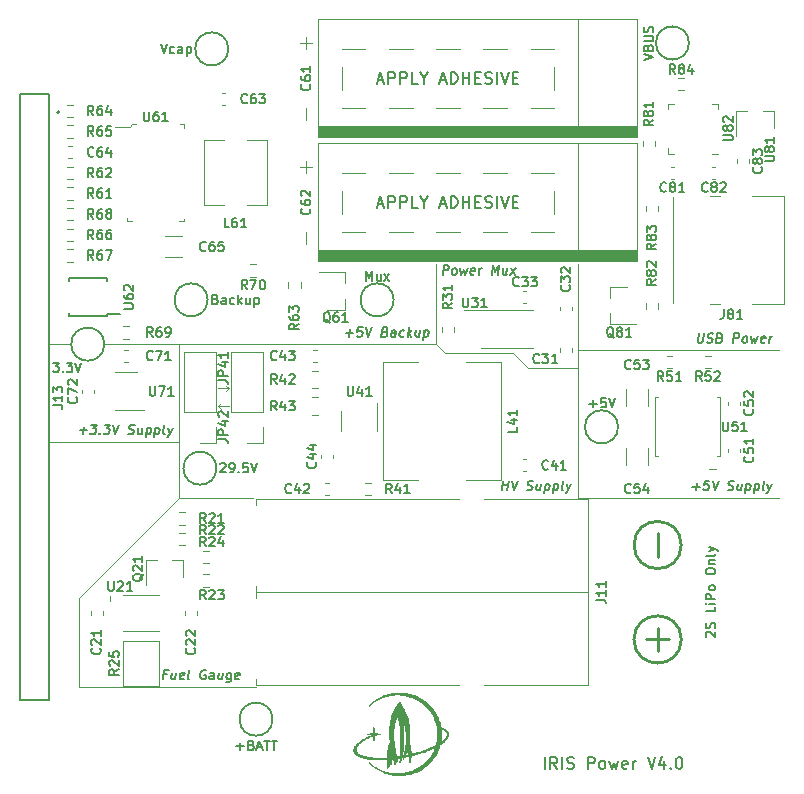
<source format=gbr>
G04 #@! TF.GenerationSoftware,KiCad,Pcbnew,(5.1.8)-1*
G04 #@! TF.CreationDate,2020-11-12T22:50:39-08:00*
G04 #@! TF.ProjectId,IRIS-power,49524953-2d70-46f7-9765-722e6b696361,rev?*
G04 #@! TF.SameCoordinates,Original*
G04 #@! TF.FileFunction,Legend,Top*
G04 #@! TF.FilePolarity,Positive*
%FSLAX46Y46*%
G04 Gerber Fmt 4.6, Leading zero omitted, Abs format (unit mm)*
G04 Created by KiCad (PCBNEW (5.1.8)-1) date 2020-11-12 22:50:39*
%MOMM*%
%LPD*%
G01*
G04 APERTURE LIST*
%ADD10C,0.150000*%
%ADD11C,0.120000*%
%ADD12C,0.250000*%
%ADD13C,0.100000*%
%ADD14C,0.010000*%
%ADD15C,0.200000*%
%ADD16C,0.153000*%
G04 APERTURE END LIST*
D10*
X44690476Y-31452380D02*
X44690476Y-30452380D01*
X45738095Y-31452380D02*
X45404761Y-30976190D01*
X45166666Y-31452380D02*
X45166666Y-30452380D01*
X45547619Y-30452380D01*
X45642857Y-30500000D01*
X45690476Y-30547619D01*
X45738095Y-30642857D01*
X45738095Y-30785714D01*
X45690476Y-30880952D01*
X45642857Y-30928571D01*
X45547619Y-30976190D01*
X45166666Y-30976190D01*
X46166666Y-31452380D02*
X46166666Y-30452380D01*
X46595238Y-31404761D02*
X46738095Y-31452380D01*
X46976190Y-31452380D01*
X47071428Y-31404761D01*
X47119047Y-31357142D01*
X47166666Y-31261904D01*
X47166666Y-31166666D01*
X47119047Y-31071428D01*
X47071428Y-31023809D01*
X46976190Y-30976190D01*
X46785714Y-30928571D01*
X46690476Y-30880952D01*
X46642857Y-30833333D01*
X46595238Y-30738095D01*
X46595238Y-30642857D01*
X46642857Y-30547619D01*
X46690476Y-30500000D01*
X46785714Y-30452380D01*
X47023809Y-30452380D01*
X47166666Y-30500000D01*
X48357142Y-31452380D02*
X48357142Y-30452380D01*
X48738095Y-30452380D01*
X48833333Y-30500000D01*
X48880952Y-30547619D01*
X48928571Y-30642857D01*
X48928571Y-30785714D01*
X48880952Y-30880952D01*
X48833333Y-30928571D01*
X48738095Y-30976190D01*
X48357142Y-30976190D01*
X49500000Y-31452380D02*
X49404761Y-31404761D01*
X49357142Y-31357142D01*
X49309523Y-31261904D01*
X49309523Y-30976190D01*
X49357142Y-30880952D01*
X49404761Y-30833333D01*
X49500000Y-30785714D01*
X49642857Y-30785714D01*
X49738095Y-30833333D01*
X49785714Y-30880952D01*
X49833333Y-30976190D01*
X49833333Y-31261904D01*
X49785714Y-31357142D01*
X49738095Y-31404761D01*
X49642857Y-31452380D01*
X49500000Y-31452380D01*
X50166666Y-30785714D02*
X50357142Y-31452380D01*
X50547619Y-30976190D01*
X50738095Y-31452380D01*
X50928571Y-30785714D01*
X51690476Y-31404761D02*
X51595238Y-31452380D01*
X51404761Y-31452380D01*
X51309523Y-31404761D01*
X51261904Y-31309523D01*
X51261904Y-30928571D01*
X51309523Y-30833333D01*
X51404761Y-30785714D01*
X51595238Y-30785714D01*
X51690476Y-30833333D01*
X51738095Y-30928571D01*
X51738095Y-31023809D01*
X51261904Y-31119047D01*
X52166666Y-31452380D02*
X52166666Y-30785714D01*
X52166666Y-30976190D02*
X52214285Y-30880952D01*
X52261904Y-30833333D01*
X52357142Y-30785714D01*
X52452380Y-30785714D01*
X53404761Y-30452380D02*
X53738095Y-31452380D01*
X54071428Y-30452380D01*
X54833333Y-30785714D02*
X54833333Y-31452380D01*
X54595238Y-30404761D02*
X54357142Y-31119047D01*
X54976190Y-31119047D01*
X55357142Y-31357142D02*
X55404761Y-31404761D01*
X55357142Y-31452380D01*
X55309523Y-31404761D01*
X55357142Y-31357142D01*
X55357142Y-31452380D01*
X56023809Y-30452380D02*
X56119047Y-30452380D01*
X56214285Y-30500000D01*
X56261904Y-30547619D01*
X56309523Y-30642857D01*
X56357142Y-30833333D01*
X56357142Y-31071428D01*
X56309523Y-31261904D01*
X56261904Y-31357142D01*
X56214285Y-31404761D01*
X56119047Y-31452380D01*
X56023809Y-31452380D01*
X55928571Y-31404761D01*
X55880952Y-31357142D01*
X55833333Y-31261904D01*
X55785714Y-31071428D01*
X55785714Y-30833333D01*
X55833333Y-30642857D01*
X55880952Y-30547619D01*
X55928571Y-30500000D01*
X56023809Y-30452380D01*
D11*
X43250000Y2500000D02*
X47500000Y2500000D01*
X42000000Y3750000D02*
X43250000Y2500000D01*
X36250000Y3750000D02*
X42000000Y3750000D01*
X35500000Y4500000D02*
X36250000Y3750000D01*
D10*
X57720982Y5438095D02*
X57640029Y4790476D01*
X57668601Y4714285D01*
X57701934Y4676190D01*
X57773363Y4638095D01*
X57925744Y4638095D01*
X58006696Y4676190D01*
X58049553Y4714285D01*
X58097172Y4790476D01*
X58178125Y5438095D01*
X58425744Y4676190D02*
X58535267Y4638095D01*
X58725744Y4638095D01*
X58806696Y4676190D01*
X58849553Y4714285D01*
X58897172Y4790476D01*
X58906696Y4866666D01*
X58878125Y4942857D01*
X58844791Y4980952D01*
X58773363Y5019047D01*
X58625744Y5057142D01*
X58554315Y5095238D01*
X58520982Y5133333D01*
X58492410Y5209523D01*
X58501934Y5285714D01*
X58549553Y5361904D01*
X58592410Y5400000D01*
X58673363Y5438095D01*
X58863839Y5438095D01*
X58973363Y5400000D01*
X59540029Y5057142D02*
X59649553Y5019047D01*
X59682886Y4980952D01*
X59711458Y4904761D01*
X59697172Y4790476D01*
X59649553Y4714285D01*
X59606696Y4676190D01*
X59525744Y4638095D01*
X59220982Y4638095D01*
X59320982Y5438095D01*
X59587648Y5438095D01*
X59659077Y5400000D01*
X59692410Y5361904D01*
X59720982Y5285714D01*
X59711458Y5209523D01*
X59663839Y5133333D01*
X59620982Y5095238D01*
X59540029Y5057142D01*
X59273363Y5057142D01*
X60630505Y4638095D02*
X60730505Y5438095D01*
X61035267Y5438095D01*
X61106696Y5400000D01*
X61140029Y5361904D01*
X61168601Y5285714D01*
X61154315Y5171428D01*
X61106696Y5095238D01*
X61063839Y5057142D01*
X60982886Y5019047D01*
X60678125Y5019047D01*
X61544791Y4638095D02*
X61473363Y4676190D01*
X61440029Y4714285D01*
X61411458Y4790476D01*
X61440029Y5019047D01*
X61487648Y5095238D01*
X61530505Y5133333D01*
X61611458Y5171428D01*
X61725744Y5171428D01*
X61797172Y5133333D01*
X61830505Y5095238D01*
X61859077Y5019047D01*
X61830505Y4790476D01*
X61782886Y4714285D01*
X61740029Y4676190D01*
X61659077Y4638095D01*
X61544791Y4638095D01*
X62144791Y5171428D02*
X62230505Y4638095D01*
X62430505Y5019047D01*
X62535267Y4638095D01*
X62754315Y5171428D01*
X63301934Y4676190D02*
X63220982Y4638095D01*
X63068601Y4638095D01*
X62997172Y4676190D01*
X62968601Y4752380D01*
X63006696Y5057142D01*
X63054315Y5133333D01*
X63135267Y5171428D01*
X63287648Y5171428D01*
X63359077Y5133333D01*
X63387648Y5057142D01*
X63378125Y4980952D01*
X62987648Y4904761D01*
X63678125Y4638095D02*
X63744791Y5171428D01*
X63725744Y5019047D02*
X63773363Y5095238D01*
X63816220Y5133333D01*
X63897172Y5171428D01*
X63973363Y5171428D01*
D11*
X47500000Y-8500000D02*
X48500000Y-8500000D01*
X47500000Y2250000D02*
X47500000Y-8500000D01*
X47500000Y4000000D02*
X64500000Y4000000D01*
X47500000Y2250000D02*
X47500000Y11250000D01*
X18000000Y750000D02*
X17000000Y750000D01*
X17750000Y1000000D02*
X18000000Y750000D01*
X17750000Y500000D02*
X18000000Y750000D01*
X17000000Y-750000D02*
X18000000Y-750000D01*
X17250000Y-1000000D02*
X17000000Y-750000D01*
X17000000Y-750000D02*
X17250000Y-1000000D01*
X17000000Y-750000D02*
X17250000Y-500000D01*
X5250000Y-24500000D02*
X5250000Y-17000000D01*
X4600000Y4500000D02*
X2750000Y4500000D01*
X13750000Y-3750000D02*
X2750000Y-3750000D01*
X5250000Y-17000000D02*
X13750000Y-8500000D01*
X35500000Y4500000D02*
X35500000Y11250000D01*
X13750000Y4500000D02*
X35500000Y4500000D01*
X7400000Y4500000D02*
X13750000Y4500000D01*
X13750000Y4500000D02*
X13750000Y-8500000D01*
D12*
X56250000Y-12500000D02*
G75*
G03*
X56250000Y-12500000I-2000000J0D01*
G01*
X56250000Y-20500000D02*
G75*
G03*
X56250000Y-20500000I-2000000J0D01*
G01*
D10*
X58388095Y-20290476D02*
X58350000Y-20252380D01*
X58311904Y-20176190D01*
X58311904Y-19985714D01*
X58350000Y-19909523D01*
X58388095Y-19871428D01*
X58464285Y-19833333D01*
X58540476Y-19833333D01*
X58654761Y-19871428D01*
X59111904Y-20328571D01*
X59111904Y-19833333D01*
X59073809Y-19528571D02*
X59111904Y-19414285D01*
X59111904Y-19223809D01*
X59073809Y-19147619D01*
X59035714Y-19109523D01*
X58959523Y-19071428D01*
X58883333Y-19071428D01*
X58807142Y-19109523D01*
X58769047Y-19147619D01*
X58730952Y-19223809D01*
X58692857Y-19376190D01*
X58654761Y-19452380D01*
X58616666Y-19490476D01*
X58540476Y-19528571D01*
X58464285Y-19528571D01*
X58388095Y-19490476D01*
X58350000Y-19452380D01*
X58311904Y-19376190D01*
X58311904Y-19185714D01*
X58350000Y-19071428D01*
X59111904Y-17738095D02*
X59111904Y-18119047D01*
X58311904Y-18119047D01*
X59111904Y-17471428D02*
X58578571Y-17471428D01*
X58311904Y-17471428D02*
X58350000Y-17509523D01*
X58388095Y-17471428D01*
X58350000Y-17433333D01*
X58311904Y-17471428D01*
X58388095Y-17471428D01*
X59111904Y-17090476D02*
X58311904Y-17090476D01*
X58311904Y-16785714D01*
X58350000Y-16709523D01*
X58388095Y-16671428D01*
X58464285Y-16633333D01*
X58578571Y-16633333D01*
X58654761Y-16671428D01*
X58692857Y-16709523D01*
X58730952Y-16785714D01*
X58730952Y-17090476D01*
X59111904Y-16176190D02*
X59073809Y-16252380D01*
X59035714Y-16290476D01*
X58959523Y-16328571D01*
X58730952Y-16328571D01*
X58654761Y-16290476D01*
X58616666Y-16252380D01*
X58578571Y-16176190D01*
X58578571Y-16061904D01*
X58616666Y-15985714D01*
X58654761Y-15947619D01*
X58730952Y-15909523D01*
X58959523Y-15909523D01*
X59035714Y-15947619D01*
X59073809Y-15985714D01*
X59111904Y-16061904D01*
X59111904Y-16176190D01*
X58311904Y-14804761D02*
X58311904Y-14652380D01*
X58350000Y-14576190D01*
X58426190Y-14500000D01*
X58578571Y-14461904D01*
X58845238Y-14461904D01*
X58997619Y-14500000D01*
X59073809Y-14576190D01*
X59111904Y-14652380D01*
X59111904Y-14804761D01*
X59073809Y-14880952D01*
X58997619Y-14957142D01*
X58845238Y-14995238D01*
X58578571Y-14995238D01*
X58426190Y-14957142D01*
X58350000Y-14880952D01*
X58311904Y-14804761D01*
X58578571Y-14119047D02*
X59111904Y-14119047D01*
X58654761Y-14119047D02*
X58616666Y-14080952D01*
X58578571Y-14004761D01*
X58578571Y-13890476D01*
X58616666Y-13814285D01*
X58692857Y-13776190D01*
X59111904Y-13776190D01*
X59111904Y-13280952D02*
X59073809Y-13357142D01*
X58997619Y-13395238D01*
X58311904Y-13395238D01*
X58578571Y-13052380D02*
X59111904Y-12861904D01*
X58578571Y-12671428D02*
X59111904Y-12861904D01*
X59302380Y-12938095D01*
X59340476Y-12976190D01*
X59378571Y-13052380D01*
D12*
X54250000Y-11500000D02*
X54250000Y-13500000D01*
X54250000Y-19500000D02*
X54250000Y-21500000D01*
X53250000Y-20500000D02*
X55250000Y-20500000D01*
D10*
X5309077Y-2807142D02*
X5918601Y-2807142D01*
X5575744Y-3111904D02*
X5651934Y-2502380D01*
X6285267Y-2311904D02*
X6780505Y-2311904D01*
X6475744Y-2616666D01*
X6590029Y-2616666D01*
X6661458Y-2654761D01*
X6694791Y-2692857D01*
X6723363Y-2769047D01*
X6699553Y-2959523D01*
X6651934Y-3035714D01*
X6609077Y-3073809D01*
X6528125Y-3111904D01*
X6299553Y-3111904D01*
X6228125Y-3073809D01*
X6194791Y-3035714D01*
X7032886Y-3035714D02*
X7066220Y-3073809D01*
X7023363Y-3111904D01*
X6990029Y-3073809D01*
X7032886Y-3035714D01*
X7023363Y-3111904D01*
X7428125Y-2311904D02*
X7923363Y-2311904D01*
X7618601Y-2616666D01*
X7732886Y-2616666D01*
X7804315Y-2654761D01*
X7837648Y-2692857D01*
X7866220Y-2769047D01*
X7842410Y-2959523D01*
X7794791Y-3035714D01*
X7751934Y-3073809D01*
X7670982Y-3111904D01*
X7442410Y-3111904D01*
X7370982Y-3073809D01*
X7337648Y-3035714D01*
X8151934Y-2311904D02*
X8318601Y-3111904D01*
X8685267Y-2311904D01*
X9428125Y-3073809D02*
X9537648Y-3111904D01*
X9728125Y-3111904D01*
X9809077Y-3073809D01*
X9851934Y-3035714D01*
X9899553Y-2959523D01*
X9909077Y-2883333D01*
X9880505Y-2807142D01*
X9847172Y-2769047D01*
X9775744Y-2730952D01*
X9628125Y-2692857D01*
X9556696Y-2654761D01*
X9523363Y-2616666D01*
X9494791Y-2540476D01*
X9504315Y-2464285D01*
X9551934Y-2388095D01*
X9594791Y-2350000D01*
X9675744Y-2311904D01*
X9866220Y-2311904D01*
X9975744Y-2350000D01*
X10632886Y-2578571D02*
X10566220Y-3111904D01*
X10290029Y-2578571D02*
X10237648Y-2997619D01*
X10266220Y-3073809D01*
X10337648Y-3111904D01*
X10451934Y-3111904D01*
X10532886Y-3073809D01*
X10575744Y-3035714D01*
X11013839Y-2578571D02*
X10913839Y-3378571D01*
X11009077Y-2616666D02*
X11090029Y-2578571D01*
X11242410Y-2578571D01*
X11313839Y-2616666D01*
X11347172Y-2654761D01*
X11375744Y-2730952D01*
X11347172Y-2959523D01*
X11299553Y-3035714D01*
X11256696Y-3073809D01*
X11175744Y-3111904D01*
X11023363Y-3111904D01*
X10951934Y-3073809D01*
X11737648Y-2578571D02*
X11637648Y-3378571D01*
X11732886Y-2616666D02*
X11813839Y-2578571D01*
X11966220Y-2578571D01*
X12037648Y-2616666D01*
X12070982Y-2654761D01*
X12099553Y-2730952D01*
X12070982Y-2959523D01*
X12023363Y-3035714D01*
X11980505Y-3073809D01*
X11899553Y-3111904D01*
X11747172Y-3111904D01*
X11675744Y-3073809D01*
X12509077Y-3111904D02*
X12437648Y-3073809D01*
X12409077Y-2997619D01*
X12494791Y-2311904D01*
X12804315Y-2578571D02*
X12928125Y-3111904D01*
X13185267Y-2578571D02*
X12928125Y-3111904D01*
X12828125Y-3302380D01*
X12785267Y-3340476D01*
X12704315Y-3378571D01*
X27859077Y5442857D02*
X28468601Y5442857D01*
X28125744Y5138095D02*
X28201934Y5747619D01*
X29292410Y5938095D02*
X28911458Y5938095D01*
X28825744Y5557142D01*
X28868601Y5595238D01*
X28949553Y5633333D01*
X29140029Y5633333D01*
X29211458Y5595238D01*
X29244791Y5557142D01*
X29273363Y5480952D01*
X29249553Y5290476D01*
X29201934Y5214285D01*
X29159077Y5176190D01*
X29078125Y5138095D01*
X28887648Y5138095D01*
X28816220Y5176190D01*
X28782886Y5214285D01*
X29559077Y5938095D02*
X29725744Y5138095D01*
X30092410Y5938095D01*
X31187648Y5557142D02*
X31297172Y5519047D01*
X31330505Y5480952D01*
X31359077Y5404761D01*
X31344791Y5290476D01*
X31297172Y5214285D01*
X31254315Y5176190D01*
X31173363Y5138095D01*
X30868601Y5138095D01*
X30968601Y5938095D01*
X31235267Y5938095D01*
X31306696Y5900000D01*
X31340029Y5861904D01*
X31368601Y5785714D01*
X31359077Y5709523D01*
X31311458Y5633333D01*
X31268601Y5595238D01*
X31187648Y5557142D01*
X30920982Y5557142D01*
X32011458Y5138095D02*
X32063839Y5557142D01*
X32035267Y5633333D01*
X31963839Y5671428D01*
X31811458Y5671428D01*
X31730505Y5633333D01*
X32016220Y5176190D02*
X31935267Y5138095D01*
X31744791Y5138095D01*
X31673363Y5176190D01*
X31644791Y5252380D01*
X31654315Y5328571D01*
X31701934Y5404761D01*
X31782886Y5442857D01*
X31973363Y5442857D01*
X32054315Y5480952D01*
X32740029Y5176190D02*
X32659077Y5138095D01*
X32506696Y5138095D01*
X32435267Y5176190D01*
X32401934Y5214285D01*
X32373363Y5290476D01*
X32401934Y5519047D01*
X32449553Y5595238D01*
X32492410Y5633333D01*
X32573363Y5671428D01*
X32725744Y5671428D01*
X32797172Y5633333D01*
X33078125Y5138095D02*
X33178125Y5938095D01*
X33192410Y5442857D02*
X33382886Y5138095D01*
X33449553Y5671428D02*
X33106696Y5366666D01*
X34135267Y5671428D02*
X34068601Y5138095D01*
X33792410Y5671428D02*
X33740029Y5252380D01*
X33768601Y5176190D01*
X33840029Y5138095D01*
X33954315Y5138095D01*
X34035267Y5176190D01*
X34078125Y5214285D01*
X34516220Y5671428D02*
X34416220Y4871428D01*
X34511458Y5633333D02*
X34592410Y5671428D01*
X34744791Y5671428D01*
X34816220Y5633333D01*
X34849553Y5595238D01*
X34878125Y5519047D01*
X34849553Y5290476D01*
X34801934Y5214285D01*
X34759077Y5176190D01*
X34678125Y5138095D01*
X34525744Y5138095D01*
X34454315Y5176190D01*
D11*
X20250000Y-24500000D02*
X5250000Y-24500000D01*
D10*
X12711458Y-23442857D02*
X12444791Y-23442857D01*
X12392410Y-23861904D02*
X12492410Y-23061904D01*
X12873363Y-23061904D01*
X13487648Y-23328571D02*
X13420982Y-23861904D01*
X13144791Y-23328571D02*
X13092410Y-23747619D01*
X13120982Y-23823809D01*
X13192410Y-23861904D01*
X13306696Y-23861904D01*
X13387648Y-23823809D01*
X13430505Y-23785714D01*
X14111458Y-23823809D02*
X14030505Y-23861904D01*
X13878124Y-23861904D01*
X13806696Y-23823809D01*
X13778124Y-23747619D01*
X13816220Y-23442857D01*
X13863839Y-23366666D01*
X13944791Y-23328571D01*
X14097172Y-23328571D01*
X14168601Y-23366666D01*
X14197172Y-23442857D01*
X14187648Y-23519047D01*
X13797172Y-23595238D01*
X14601934Y-23861904D02*
X14530505Y-23823809D01*
X14501934Y-23747619D01*
X14587648Y-23061904D01*
X16030505Y-23100000D02*
X15959077Y-23061904D01*
X15844791Y-23061904D01*
X15725744Y-23100000D01*
X15640029Y-23176190D01*
X15592410Y-23252380D01*
X15535267Y-23404761D01*
X15520982Y-23519047D01*
X15540029Y-23671428D01*
X15568601Y-23747619D01*
X15635267Y-23823809D01*
X15744791Y-23861904D01*
X15820982Y-23861904D01*
X15940029Y-23823809D01*
X15982886Y-23785714D01*
X16016220Y-23519047D01*
X15863839Y-23519047D01*
X16659077Y-23861904D02*
X16711458Y-23442857D01*
X16682886Y-23366666D01*
X16611458Y-23328571D01*
X16459077Y-23328571D01*
X16378124Y-23366666D01*
X16663839Y-23823809D02*
X16582886Y-23861904D01*
X16392410Y-23861904D01*
X16320982Y-23823809D01*
X16292410Y-23747619D01*
X16301934Y-23671428D01*
X16349553Y-23595238D01*
X16430505Y-23557142D01*
X16620982Y-23557142D01*
X16701934Y-23519047D01*
X17449553Y-23328571D02*
X17382886Y-23861904D01*
X17106696Y-23328571D02*
X17054315Y-23747619D01*
X17082886Y-23823809D01*
X17154315Y-23861904D01*
X17268601Y-23861904D01*
X17349553Y-23823809D01*
X17392410Y-23785714D01*
X18173363Y-23328571D02*
X18092410Y-23976190D01*
X18044791Y-24052380D01*
X18001934Y-24090476D01*
X17920982Y-24128571D01*
X17806696Y-24128571D01*
X17735267Y-24090476D01*
X18111458Y-23823809D02*
X18030505Y-23861904D01*
X17878124Y-23861904D01*
X17806696Y-23823809D01*
X17773363Y-23785714D01*
X17744791Y-23709523D01*
X17773363Y-23480952D01*
X17820982Y-23404761D01*
X17863839Y-23366666D01*
X17944791Y-23328571D01*
X18097172Y-23328571D01*
X18168601Y-23366666D01*
X18797172Y-23823809D02*
X18716220Y-23861904D01*
X18563839Y-23861904D01*
X18492410Y-23823809D01*
X18463839Y-23747619D01*
X18501934Y-23442857D01*
X18549553Y-23366666D01*
X18630505Y-23328571D01*
X18782886Y-23328571D01*
X18854315Y-23366666D01*
X18882886Y-23442857D01*
X18873363Y-23519047D01*
X18482886Y-23595238D01*
D11*
X16000000Y-8500000D02*
X13750000Y-8500000D01*
D10*
X57201934Y-7557142D02*
X57811458Y-7557142D01*
X57468601Y-7861904D02*
X57544791Y-7252380D01*
X58635267Y-7061904D02*
X58254315Y-7061904D01*
X58168601Y-7442857D01*
X58211458Y-7404761D01*
X58292410Y-7366666D01*
X58482886Y-7366666D01*
X58554315Y-7404761D01*
X58587648Y-7442857D01*
X58616220Y-7519047D01*
X58592410Y-7709523D01*
X58544791Y-7785714D01*
X58501934Y-7823809D01*
X58420982Y-7861904D01*
X58230505Y-7861904D01*
X58159077Y-7823809D01*
X58125744Y-7785714D01*
X58901934Y-7061904D02*
X59068601Y-7861904D01*
X59435267Y-7061904D01*
X60178125Y-7823809D02*
X60287648Y-7861904D01*
X60478125Y-7861904D01*
X60559077Y-7823809D01*
X60601934Y-7785714D01*
X60649553Y-7709523D01*
X60659077Y-7633333D01*
X60630505Y-7557142D01*
X60597172Y-7519047D01*
X60525744Y-7480952D01*
X60378125Y-7442857D01*
X60306696Y-7404761D01*
X60273363Y-7366666D01*
X60244791Y-7290476D01*
X60254315Y-7214285D01*
X60301934Y-7138095D01*
X60344791Y-7100000D01*
X60425744Y-7061904D01*
X60616220Y-7061904D01*
X60725744Y-7100000D01*
X61382886Y-7328571D02*
X61316220Y-7861904D01*
X61040029Y-7328571D02*
X60987648Y-7747619D01*
X61016220Y-7823809D01*
X61087648Y-7861904D01*
X61201934Y-7861904D01*
X61282886Y-7823809D01*
X61325744Y-7785714D01*
X61763839Y-7328571D02*
X61663839Y-8128571D01*
X61759077Y-7366666D02*
X61840029Y-7328571D01*
X61992410Y-7328571D01*
X62063839Y-7366666D01*
X62097172Y-7404761D01*
X62125744Y-7480952D01*
X62097172Y-7709523D01*
X62049553Y-7785714D01*
X62006696Y-7823809D01*
X61925744Y-7861904D01*
X61773363Y-7861904D01*
X61701934Y-7823809D01*
X62487648Y-7328571D02*
X62387648Y-8128571D01*
X62482886Y-7366666D02*
X62563839Y-7328571D01*
X62716220Y-7328571D01*
X62787648Y-7366666D01*
X62820982Y-7404761D01*
X62849553Y-7480952D01*
X62820982Y-7709523D01*
X62773363Y-7785714D01*
X62730505Y-7823809D01*
X62649553Y-7861904D01*
X62497172Y-7861904D01*
X62425744Y-7823809D01*
X63259077Y-7861904D02*
X63187648Y-7823809D01*
X63159077Y-7747619D01*
X63244791Y-7061904D01*
X63554315Y-7328571D02*
X63678124Y-7861904D01*
X63935267Y-7328571D02*
X63678124Y-7861904D01*
X63578124Y-8052380D01*
X63535267Y-8090476D01*
X63454315Y-8128571D01*
X36042738Y10388095D02*
X36142738Y11188095D01*
X36447500Y11188095D01*
X36518928Y11150000D01*
X36552261Y11111904D01*
X36580833Y11035714D01*
X36566547Y10921428D01*
X36518928Y10845238D01*
X36476071Y10807142D01*
X36395119Y10769047D01*
X36090357Y10769047D01*
X36957023Y10388095D02*
X36885595Y10426190D01*
X36852261Y10464285D01*
X36823690Y10540476D01*
X36852261Y10769047D01*
X36899880Y10845238D01*
X36942738Y10883333D01*
X37023690Y10921428D01*
X37137976Y10921428D01*
X37209404Y10883333D01*
X37242738Y10845238D01*
X37271309Y10769047D01*
X37242738Y10540476D01*
X37195119Y10464285D01*
X37152261Y10426190D01*
X37071309Y10388095D01*
X36957023Y10388095D01*
X37557023Y10921428D02*
X37642738Y10388095D01*
X37842738Y10769047D01*
X37947500Y10388095D01*
X38166547Y10921428D01*
X38714166Y10426190D02*
X38633214Y10388095D01*
X38480833Y10388095D01*
X38409404Y10426190D01*
X38380833Y10502380D01*
X38418928Y10807142D01*
X38466547Y10883333D01*
X38547500Y10921428D01*
X38699880Y10921428D01*
X38771309Y10883333D01*
X38799880Y10807142D01*
X38790357Y10730952D01*
X38399880Y10654761D01*
X39090357Y10388095D02*
X39157023Y10921428D01*
X39137976Y10769047D02*
X39185595Y10845238D01*
X39228452Y10883333D01*
X39309404Y10921428D01*
X39385595Y10921428D01*
X40195119Y10388095D02*
X40295119Y11188095D01*
X40490357Y10616666D01*
X40828452Y11188095D01*
X40728452Y10388095D01*
X41518928Y10921428D02*
X41452261Y10388095D01*
X41176071Y10921428D02*
X41123690Y10502380D01*
X41152261Y10426190D01*
X41223690Y10388095D01*
X41337976Y10388095D01*
X41418928Y10426190D01*
X41461785Y10464285D01*
X41757023Y10388095D02*
X42242738Y10921428D01*
X41823690Y10921428D02*
X42176071Y10388095D01*
D11*
X50250000Y-8500000D02*
X64500000Y-8500000D01*
D10*
X41078125Y-7861904D02*
X41178125Y-7061904D01*
X41130505Y-7442857D02*
X41587648Y-7442857D01*
X41535267Y-7861904D02*
X41635267Y-7061904D01*
X41901934Y-7061904D02*
X42068601Y-7861904D01*
X42435267Y-7061904D01*
X43178125Y-7823809D02*
X43287648Y-7861904D01*
X43478125Y-7861904D01*
X43559077Y-7823809D01*
X43601934Y-7785714D01*
X43649553Y-7709523D01*
X43659077Y-7633333D01*
X43630505Y-7557142D01*
X43597172Y-7519047D01*
X43525744Y-7480952D01*
X43378125Y-7442857D01*
X43306696Y-7404761D01*
X43273363Y-7366666D01*
X43244791Y-7290476D01*
X43254315Y-7214285D01*
X43301934Y-7138095D01*
X43344791Y-7100000D01*
X43425744Y-7061904D01*
X43616220Y-7061904D01*
X43725744Y-7100000D01*
X44382886Y-7328571D02*
X44316220Y-7861904D01*
X44040029Y-7328571D02*
X43987648Y-7747619D01*
X44016220Y-7823809D01*
X44087648Y-7861904D01*
X44201934Y-7861904D01*
X44282886Y-7823809D01*
X44325744Y-7785714D01*
X44763839Y-7328571D02*
X44663839Y-8128571D01*
X44759077Y-7366666D02*
X44840029Y-7328571D01*
X44992410Y-7328571D01*
X45063839Y-7366666D01*
X45097172Y-7404761D01*
X45125744Y-7480952D01*
X45097172Y-7709523D01*
X45049553Y-7785714D01*
X45006696Y-7823809D01*
X44925744Y-7861904D01*
X44773363Y-7861904D01*
X44701934Y-7823809D01*
X45487648Y-7328571D02*
X45387648Y-8128571D01*
X45482886Y-7366666D02*
X45563839Y-7328571D01*
X45716220Y-7328571D01*
X45787648Y-7366666D01*
X45820982Y-7404761D01*
X45849553Y-7480952D01*
X45820982Y-7709523D01*
X45773363Y-7785714D01*
X45730505Y-7823809D01*
X45649553Y-7861904D01*
X45497172Y-7861904D01*
X45425744Y-7823809D01*
X46259077Y-7861904D02*
X46187648Y-7823809D01*
X46159077Y-7747619D01*
X46244791Y-7061904D01*
X46554315Y-7328571D02*
X46678125Y-7861904D01*
X46935267Y-7328571D02*
X46678125Y-7861904D01*
X46578125Y-8052380D01*
X46535267Y-8090476D01*
X46454315Y-8128571D01*
D11*
X15750000Y-8500000D02*
X20000000Y-8500000D01*
X50250000Y-8500000D02*
X48500000Y-8500000D01*
D13*
X9350000Y15200000D02*
X9350000Y14900000D01*
X9350000Y14900000D02*
X9750000Y14900000D01*
X14150000Y15100000D02*
X14150000Y14900000D01*
X14150000Y14900000D02*
X13750000Y14900000D01*
X14150000Y22800000D02*
X14150000Y23100000D01*
X14150000Y23100000D02*
X13850000Y23100000D01*
X10050000Y23100000D02*
X9750000Y23100000D01*
X9750000Y23100000D02*
X9550000Y22900000D01*
X9550000Y22900000D02*
X8350000Y22900000D01*
D11*
X7900000Y-17250000D02*
X7900000Y-16850000D01*
X12000000Y-19750000D02*
X9000000Y-19750000D01*
X9000000Y-16750000D02*
X12000000Y-16750000D01*
X54250000Y-5000000D02*
X54000000Y-5000000D01*
X54000000Y-5000000D02*
X54000000Y0D01*
X54000000Y0D02*
X54250000Y0D01*
X59250000Y0D02*
X59500000Y0D01*
X59500000Y0D02*
X59500000Y-5000000D01*
X59500000Y-5000000D02*
X59250000Y-5000000D01*
X59200000Y-6050000D02*
X58600000Y-6050000D01*
D14*
G36*
X32417945Y-25026599D02*
G01*
X32464144Y-25026783D01*
X32504384Y-25027162D01*
X32539918Y-25027795D01*
X32572000Y-25028740D01*
X32601882Y-25030057D01*
X32630820Y-25031805D01*
X32660065Y-25034041D01*
X32690872Y-25036826D01*
X32724494Y-25040219D01*
X32762185Y-25044277D01*
X32777283Y-25045945D01*
X32948470Y-25069162D01*
X33117771Y-25100540D01*
X33284907Y-25139943D01*
X33449596Y-25187236D01*
X33611559Y-25242282D01*
X33770517Y-25304946D01*
X33926189Y-25375092D01*
X34078295Y-25452584D01*
X34226556Y-25537286D01*
X34370692Y-25629063D01*
X34510423Y-25727778D01*
X34645468Y-25833296D01*
X34775548Y-25945480D01*
X34900383Y-26064195D01*
X34923619Y-26087614D01*
X35037388Y-26208377D01*
X35143350Y-26331379D01*
X35242028Y-26457354D01*
X35333948Y-26587037D01*
X35419633Y-26721164D01*
X35499608Y-26860469D01*
X35565016Y-26986583D01*
X35634375Y-27135728D01*
X35696550Y-27287958D01*
X35751269Y-27442469D01*
X35798259Y-27598454D01*
X35837249Y-27755108D01*
X35857501Y-27853347D01*
X35871741Y-27928478D01*
X35899312Y-27937468D01*
X35931563Y-27948706D01*
X35968776Y-27962861D01*
X36008427Y-27978896D01*
X36047992Y-27995774D01*
X36084946Y-28012458D01*
X36104683Y-28021878D01*
X36165087Y-28052993D01*
X36218574Y-28084005D01*
X36266621Y-28115923D01*
X36310704Y-28149753D01*
X36352301Y-28186504D01*
X36367795Y-28201477D01*
X36407983Y-28244304D01*
X36440862Y-28286459D01*
X36467318Y-28329397D01*
X36488239Y-28374569D01*
X36504510Y-28423430D01*
X36505570Y-28427291D01*
X36510581Y-28452742D01*
X36513831Y-28483912D01*
X36515295Y-28518235D01*
X36514949Y-28553142D01*
X36512770Y-28586067D01*
X36508731Y-28614442D01*
X36507399Y-28620650D01*
X36488206Y-28685747D01*
X36461011Y-28750968D01*
X36425769Y-28816363D01*
X36382436Y-28881982D01*
X36330966Y-28947877D01*
X36271314Y-29014099D01*
X36203435Y-29080697D01*
X36127283Y-29147724D01*
X36042815Y-29215229D01*
X35949984Y-29283263D01*
X35869165Y-29338439D01*
X35804781Y-29381109D01*
X35782500Y-29458079D01*
X35732626Y-29615347D01*
X35674648Y-29770821D01*
X35608840Y-29923939D01*
X35535475Y-30074139D01*
X35454826Y-30220858D01*
X35367165Y-30363535D01*
X35281300Y-30489710D01*
X35177862Y-30627353D01*
X35068022Y-30759541D01*
X34952011Y-30886077D01*
X34830062Y-31006764D01*
X34702409Y-31121405D01*
X34569283Y-31229804D01*
X34430918Y-31331763D01*
X34287545Y-31427085D01*
X34139399Y-31515574D01*
X33986711Y-31597033D01*
X33952033Y-31614236D01*
X33796024Y-31685895D01*
X33636496Y-31749986D01*
X33473902Y-31806406D01*
X33308693Y-31855050D01*
X33141321Y-31895818D01*
X32972240Y-31928605D01*
X32801900Y-31953309D01*
X32630755Y-31969827D01*
X32459257Y-31978056D01*
X32349716Y-31978926D01*
X32319941Y-31978652D01*
X32291290Y-31978309D01*
X32265435Y-31977925D01*
X32244047Y-31977524D01*
X32228795Y-31977133D01*
X32224833Y-31976988D01*
X32045939Y-31965280D01*
X31869985Y-31945635D01*
X31696933Y-31918042D01*
X31526747Y-31882492D01*
X31359391Y-31838974D01*
X31194829Y-31787477D01*
X31033025Y-31727991D01*
X30873941Y-31660505D01*
X30717541Y-31585010D01*
X30565691Y-31502585D01*
X30420769Y-31414849D01*
X30280778Y-31320616D01*
X30145298Y-31219569D01*
X30013913Y-31111390D01*
X29886203Y-30995762D01*
X29844616Y-30955742D01*
X29822743Y-30934138D01*
X29805223Y-30916357D01*
X29792257Y-30902680D01*
X29784050Y-30893388D01*
X29780803Y-30888759D01*
X29782721Y-30889074D01*
X29790006Y-30894614D01*
X29802860Y-30905657D01*
X29818558Y-30919800D01*
X29926754Y-31015653D01*
X30033788Y-31104156D01*
X30140801Y-31186110D01*
X30248934Y-31262312D01*
X30359327Y-31333561D01*
X30473122Y-31400655D01*
X30591458Y-31464394D01*
X30609817Y-31473789D01*
X30753797Y-31543061D01*
X30898936Y-31604978D01*
X31045872Y-31659718D01*
X31195244Y-31707461D01*
X31347689Y-31748385D01*
X31503846Y-31782670D01*
X31664353Y-31810494D01*
X31829849Y-31832036D01*
X31920033Y-31840987D01*
X31945299Y-31842717D01*
X31977792Y-31844128D01*
X32016277Y-31845226D01*
X32059519Y-31846015D01*
X32106286Y-31846501D01*
X32155341Y-31846688D01*
X32205452Y-31846581D01*
X32255384Y-31846185D01*
X32303903Y-31845505D01*
X32349775Y-31844546D01*
X32391765Y-31843312D01*
X32428640Y-31841809D01*
X32459164Y-31840041D01*
X32474600Y-31838792D01*
X32642657Y-31819633D01*
X32805490Y-31794191D01*
X32963743Y-31762287D01*
X33118059Y-31723740D01*
X33269083Y-31678370D01*
X33417460Y-31625996D01*
X33563833Y-31566440D01*
X33708847Y-31499520D01*
X33736133Y-31486041D01*
X33886929Y-31406091D01*
X34033035Y-31319165D01*
X34174249Y-31225432D01*
X34310371Y-31125058D01*
X34441201Y-31018211D01*
X34566538Y-30905058D01*
X34686181Y-30785766D01*
X34799930Y-30660503D01*
X34907584Y-30529436D01*
X34950906Y-30472734D01*
X35046006Y-30338861D01*
X35133868Y-30201232D01*
X35214735Y-30059405D01*
X35288844Y-29912938D01*
X35356437Y-29761387D01*
X35408564Y-29629270D01*
X35420766Y-29596490D01*
X35365159Y-29624355D01*
X35256869Y-29676932D01*
X35140994Y-29729993D01*
X35018372Y-29783196D01*
X34889844Y-29836205D01*
X34756251Y-29888678D01*
X34618432Y-29940276D01*
X34477228Y-29990661D01*
X34354200Y-30032605D01*
X34253861Y-30065661D01*
X34157569Y-30096473D01*
X34063618Y-30125536D01*
X33970300Y-30153347D01*
X33875908Y-30180403D01*
X33778735Y-30207199D01*
X33677073Y-30234232D01*
X33569216Y-30261999D01*
X33539283Y-30269568D01*
X33340317Y-30319699D01*
X33337320Y-30340125D01*
X33335922Y-30351253D01*
X33333981Y-30368890D01*
X33331698Y-30391109D01*
X33329272Y-30415985D01*
X33327690Y-30432920D01*
X33313657Y-30554624D01*
X33294309Y-30672666D01*
X33293280Y-30678050D01*
X33289165Y-30698501D01*
X33283971Y-30722863D01*
X33278011Y-30749809D01*
X33271601Y-30778008D01*
X33265052Y-30806132D01*
X33258680Y-30832853D01*
X33252798Y-30856840D01*
X33247720Y-30876765D01*
X33243758Y-30891299D01*
X33241228Y-30899112D01*
X33240964Y-30899674D01*
X33239865Y-30897496D01*
X33238621Y-30888038D01*
X33237330Y-30872482D01*
X33236089Y-30852010D01*
X33234993Y-30827805D01*
X33234909Y-30825591D01*
X33227512Y-30702815D01*
X33214716Y-30583510D01*
X33196692Y-30469176D01*
X33191803Y-30443631D01*
X33186051Y-30414769D01*
X33181556Y-30393201D01*
X33177948Y-30377911D01*
X33174854Y-30367884D01*
X33171903Y-30362105D01*
X33168724Y-30359559D01*
X33164946Y-30359230D01*
X33161168Y-30359897D01*
X33130842Y-30366284D01*
X33096197Y-30373509D01*
X33058517Y-30381311D01*
X33019086Y-30389428D01*
X32979187Y-30397598D01*
X32940106Y-30405561D01*
X32903125Y-30413053D01*
X32869528Y-30419814D01*
X32840599Y-30425581D01*
X32817623Y-30430093D01*
X32804134Y-30432672D01*
X32742086Y-30444258D01*
X32705165Y-30520937D01*
X32693943Y-30543897D01*
X32683945Y-30563695D01*
X32675734Y-30579268D01*
X32669875Y-30589554D01*
X32666931Y-30593490D01*
X32666725Y-30593384D01*
X32667294Y-30588069D01*
X32669838Y-30576063D01*
X32674010Y-30558815D01*
X32679464Y-30537776D01*
X32683890Y-30521457D01*
X32690048Y-30498914D01*
X32695242Y-30479442D01*
X32699120Y-30464405D01*
X32701327Y-30455168D01*
X32701680Y-30452870D01*
X32697433Y-30453265D01*
X32686286Y-30454939D01*
X32669674Y-30457661D01*
X32649028Y-30461197D01*
X32635317Y-30463611D01*
X32569850Y-30475247D01*
X32557042Y-30536432D01*
X32544235Y-30597617D01*
X32466026Y-30760196D01*
X32449507Y-30794321D01*
X32434117Y-30825707D01*
X32420233Y-30853612D01*
X32408235Y-30877292D01*
X32398501Y-30896005D01*
X32391411Y-30909009D01*
X32387342Y-30915561D01*
X32386506Y-30916071D01*
X32386564Y-30910375D01*
X32387331Y-30897287D01*
X32388726Y-30877846D01*
X32390670Y-30853090D01*
X32393081Y-30824056D01*
X32395878Y-30791784D01*
X32397980Y-30768309D01*
X32403052Y-30712009D01*
X32407341Y-30663646D01*
X32410882Y-30622726D01*
X32413713Y-30588760D01*
X32415870Y-30561256D01*
X32417390Y-30539722D01*
X32418311Y-30523668D01*
X32418670Y-30512603D01*
X32418502Y-30506034D01*
X32417882Y-30503505D01*
X32413169Y-30503418D01*
X32401262Y-30504514D01*
X32383326Y-30506647D01*
X32360529Y-30509672D01*
X32334038Y-30513442D01*
X32312685Y-30516635D01*
X32281539Y-30521342D01*
X32250766Y-30525915D01*
X32222137Y-30530096D01*
X32197426Y-30533628D01*
X32178404Y-30536253D01*
X32171458Y-30537160D01*
X32152870Y-30539769D01*
X32141379Y-30542176D01*
X32135635Y-30544798D01*
X32134292Y-30548053D01*
X32134394Y-30548655D01*
X32135798Y-30554531D01*
X32138916Y-30567375D01*
X32143443Y-30585932D01*
X32149072Y-30608949D01*
X32155497Y-30635171D01*
X32159193Y-30650239D01*
X32165843Y-30677534D01*
X32171754Y-30702183D01*
X32176640Y-30722962D01*
X32180215Y-30738648D01*
X32182195Y-30748017D01*
X32182500Y-30750041D01*
X32180038Y-30755521D01*
X32173537Y-30765531D01*
X32164324Y-30778053D01*
X32162833Y-30779969D01*
X32134629Y-30818321D01*
X32105321Y-30862466D01*
X32076270Y-30910095D01*
X32048836Y-30958900D01*
X32024379Y-31006573D01*
X32007055Y-31044234D01*
X31995195Y-31071750D01*
X31972264Y-31004017D01*
X31953530Y-30947814D01*
X31933840Y-30887190D01*
X31914030Y-30824789D01*
X31894934Y-30763258D01*
X31877384Y-30705244D01*
X31866884Y-30669584D01*
X31859410Y-30644104D01*
X31852617Y-30621420D01*
X31846892Y-30602779D01*
X31842620Y-30589431D01*
X31840185Y-30582623D01*
X31839885Y-30582060D01*
X31835291Y-30581695D01*
X31824213Y-30582167D01*
X31808570Y-30583292D01*
X31790283Y-30584882D01*
X31771272Y-30586753D01*
X31753457Y-30588718D01*
X31738758Y-30590591D01*
X31729096Y-30592187D01*
X31726337Y-30593057D01*
X31724838Y-30597683D01*
X31721917Y-30609330D01*
X31717851Y-30626721D01*
X31712917Y-30648583D01*
X31707392Y-30673640D01*
X31701553Y-30700618D01*
X31695679Y-30728243D01*
X31690046Y-30755239D01*
X31684931Y-30780332D01*
X31680611Y-30802248D01*
X31679063Y-30810403D01*
X31673865Y-30839197D01*
X31668090Y-30872822D01*
X31662331Y-30907725D01*
X31657184Y-30940351D01*
X31655583Y-30950931D01*
X31644561Y-31024846D01*
X31620372Y-31045744D01*
X31599697Y-31064473D01*
X31575318Y-31087943D01*
X31548907Y-31114422D01*
X31522135Y-31142178D01*
X31496673Y-31169476D01*
X31474194Y-31194585D01*
X31456483Y-31215628D01*
X31442687Y-31233527D01*
X31426251Y-31255946D01*
X31408332Y-31281196D01*
X31390085Y-31307594D01*
X31372665Y-31333451D01*
X31357229Y-31357082D01*
X31344931Y-31376800D01*
X31338876Y-31387250D01*
X31333590Y-31395663D01*
X31329961Y-31399269D01*
X31329519Y-31399164D01*
X31328227Y-31393932D01*
X31326687Y-31381137D01*
X31324950Y-31361674D01*
X31323069Y-31336443D01*
X31321096Y-31306340D01*
X31319082Y-31272263D01*
X31317080Y-31235109D01*
X31315142Y-31195775D01*
X31313319Y-31155160D01*
X31311664Y-31114160D01*
X31310228Y-31073672D01*
X31309699Y-31056934D01*
X31307752Y-30978011D01*
X31306920Y-30905180D01*
X31307196Y-30836136D01*
X31308572Y-30768580D01*
X31308807Y-30760600D01*
X31309792Y-30727961D01*
X31310681Y-30698197D01*
X31311444Y-30672322D01*
X31312053Y-30651347D01*
X31312477Y-30636284D01*
X31312686Y-30628144D01*
X31312701Y-30626983D01*
X31308639Y-30627145D01*
X31297392Y-30627753D01*
X31280229Y-30628733D01*
X31258415Y-30630014D01*
X31233217Y-30631522D01*
X31227883Y-30631844D01*
X31084414Y-30639309D01*
X30938313Y-30644545D01*
X30791175Y-30647555D01*
X30644597Y-30648339D01*
X30500177Y-30646897D01*
X30359510Y-30643231D01*
X30224192Y-30637340D01*
X30125100Y-30631321D01*
X29980572Y-30619654D01*
X29840997Y-30604948D01*
X29706691Y-30587274D01*
X29577972Y-30566704D01*
X29455157Y-30543310D01*
X29338561Y-30517162D01*
X29228504Y-30488332D01*
X29125301Y-30456892D01*
X29029269Y-30422914D01*
X28940726Y-30386467D01*
X28859988Y-30347625D01*
X28855100Y-30345062D01*
X28782235Y-30303459D01*
X28717053Y-30259537D01*
X28659638Y-30213393D01*
X28610075Y-30165123D01*
X28568448Y-30114822D01*
X28534842Y-30062587D01*
X28509341Y-30008515D01*
X28492029Y-29952701D01*
X28486710Y-29925671D01*
X28483476Y-29893345D01*
X28482970Y-29856120D01*
X28485026Y-29817056D01*
X28489478Y-29779212D01*
X28496160Y-29745646D01*
X28496555Y-29744115D01*
X28517047Y-29681318D01*
X28545837Y-29617786D01*
X28582795Y-29553617D01*
X28627794Y-29488911D01*
X28680704Y-29423765D01*
X28741398Y-29358280D01*
X28809746Y-29292552D01*
X28885621Y-29226680D01*
X28968894Y-29160764D01*
X29059436Y-29094902D01*
X29157119Y-29029192D01*
X29261815Y-28963733D01*
X29373395Y-28898624D01*
X29491730Y-28833962D01*
X29616693Y-28769848D01*
X29748155Y-28706378D01*
X29885986Y-28643653D01*
X29988276Y-28599355D01*
X30013321Y-28588591D01*
X30031424Y-28580422D01*
X30043517Y-28574330D01*
X30050533Y-28569801D01*
X30053403Y-28566320D01*
X30053135Y-28563504D01*
X30050899Y-28561757D01*
X30045603Y-28559861D01*
X30036631Y-28557719D01*
X30023367Y-28555237D01*
X30005195Y-28552320D01*
X29981498Y-28548873D01*
X29951661Y-28544800D01*
X29915068Y-28540007D01*
X29871101Y-28534397D01*
X29836476Y-28530043D01*
X29794995Y-28524824D01*
X29756121Y-28519886D01*
X29720650Y-28515333D01*
X29689381Y-28511270D01*
X29663111Y-28507801D01*
X29642638Y-28505031D01*
X29628759Y-28503064D01*
X29622272Y-28502006D01*
X29621892Y-28501891D01*
X29621791Y-28501144D01*
X29623442Y-28500295D01*
X29627482Y-28499256D01*
X29634547Y-28497935D01*
X29645273Y-28496244D01*
X29660296Y-28494092D01*
X29680254Y-28491391D01*
X29705783Y-28488049D01*
X29737518Y-28483978D01*
X29776096Y-28479087D01*
X29822153Y-28473287D01*
X29845528Y-28470352D01*
X29886177Y-28465234D01*
X29924178Y-28460420D01*
X29958722Y-28456014D01*
X29989000Y-28452119D01*
X30014205Y-28448842D01*
X30033527Y-28446285D01*
X30046159Y-28444555D01*
X30051291Y-28443755D01*
X30051365Y-28443728D01*
X30053542Y-28439766D01*
X30057958Y-28431231D01*
X30058637Y-28429898D01*
X30068525Y-28415276D01*
X30083076Y-28399347D01*
X30099520Y-28384850D01*
X30114139Y-28375024D01*
X30126035Y-28366129D01*
X30131329Y-28354980D01*
X30131501Y-28354053D01*
X30132490Y-28347314D01*
X30134454Y-28333080D01*
X30137273Y-28312250D01*
X30140826Y-28285722D01*
X30144995Y-28254397D01*
X30149658Y-28219174D01*
X30154696Y-28180953D01*
X30159192Y-28146708D01*
X30164413Y-28107119D01*
X30169348Y-28070159D01*
X30173882Y-28036665D01*
X30177898Y-28007472D01*
X30181281Y-27983415D01*
X30183914Y-27965331D01*
X30185683Y-27954055D01*
X30186439Y-27950417D01*
X30187236Y-27950186D01*
X30188106Y-27951512D01*
X30189142Y-27955045D01*
X30190442Y-27961435D01*
X30192101Y-27971331D01*
X30194214Y-27985382D01*
X30196878Y-28004237D01*
X30200187Y-28028547D01*
X30204238Y-28058960D01*
X30209127Y-28096126D01*
X30214949Y-28140693D01*
X30218465Y-28167684D01*
X30223755Y-28207727D01*
X30228846Y-28245138D01*
X30233616Y-28279089D01*
X30237942Y-28308757D01*
X30241700Y-28333317D01*
X30244768Y-28351944D01*
X30247022Y-28363812D01*
X30248332Y-28368094D01*
X30264670Y-28376932D01*
X30282824Y-28391423D01*
X30300793Y-28409666D01*
X30316575Y-28429757D01*
X30321950Y-28438090D01*
X30324222Y-28439910D01*
X30329302Y-28441830D01*
X30337840Y-28443953D01*
X30350485Y-28446378D01*
X30367884Y-28449209D01*
X30390686Y-28452546D01*
X30419541Y-28456491D01*
X30455096Y-28461146D01*
X30498001Y-28466612D01*
X30529383Y-28470553D01*
X30578860Y-28476752D01*
X30620568Y-28482008D01*
X30655145Y-28486410D01*
X30683224Y-28490048D01*
X30705442Y-28493012D01*
X30722435Y-28495392D01*
X30734837Y-28497278D01*
X30743284Y-28498760D01*
X30748412Y-28499926D01*
X30750855Y-28500869D01*
X30751251Y-28501676D01*
X30751074Y-28501897D01*
X30746696Y-28502699D01*
X30734712Y-28504442D01*
X30715922Y-28507022D01*
X30691121Y-28510334D01*
X30661108Y-28514271D01*
X30626680Y-28518729D01*
X30588633Y-28523602D01*
X30547765Y-28528786D01*
X30536359Y-28530225D01*
X30323201Y-28557068D01*
X30315524Y-28572116D01*
X30306006Y-28586066D01*
X30291765Y-28601617D01*
X30275448Y-28616208D01*
X30259707Y-28627278D01*
X30256817Y-28628866D01*
X30248030Y-28634203D01*
X30243722Y-28638373D01*
X30243633Y-28638777D01*
X30243094Y-28643742D01*
X30241567Y-28656091D01*
X30239183Y-28674815D01*
X30236077Y-28698905D01*
X30232381Y-28727352D01*
X30228229Y-28759148D01*
X30223752Y-28793284D01*
X30219085Y-28828752D01*
X30214361Y-28864542D01*
X30209711Y-28899646D01*
X30205270Y-28933056D01*
X30201171Y-28963763D01*
X30197546Y-28990758D01*
X30194529Y-29013032D01*
X30192252Y-29029578D01*
X30190848Y-29039386D01*
X30190553Y-29041241D01*
X30188506Y-29050273D01*
X30186733Y-29053983D01*
X30186525Y-29053903D01*
X30185681Y-29049526D01*
X30183862Y-29037582D01*
X30181181Y-29018900D01*
X30177753Y-28994311D01*
X30173693Y-28964643D01*
X30169115Y-28930726D01*
X30164134Y-28893389D01*
X30159140Y-28855562D01*
X30153833Y-28815269D01*
X30148795Y-28777212D01*
X30144146Y-28742284D01*
X30140005Y-28711377D01*
X30136494Y-28685385D01*
X30133732Y-28665201D01*
X30131838Y-28651716D01*
X30130977Y-28646050D01*
X30125163Y-28633801D01*
X30115243Y-28626576D01*
X30109302Y-28623858D01*
X30103752Y-28622700D01*
X30096927Y-28623470D01*
X30087160Y-28626538D01*
X30072787Y-28632272D01*
X30054570Y-28640002D01*
X29933056Y-28693549D01*
X29814010Y-28749164D01*
X29698245Y-28806406D01*
X29586575Y-28864833D01*
X29479815Y-28924003D01*
X29378779Y-28983474D01*
X29284281Y-29042804D01*
X29197135Y-29101552D01*
X29174717Y-29117439D01*
X29122171Y-29156476D01*
X29069662Y-29198095D01*
X29018226Y-29241346D01*
X28968897Y-29285274D01*
X28922714Y-29328928D01*
X28880711Y-29371355D01*
X28843926Y-29411602D01*
X28813394Y-29448718D01*
X28811229Y-29451555D01*
X28767307Y-29514386D01*
X28731746Y-29575985D01*
X28704538Y-29636300D01*
X28685674Y-29695280D01*
X28675147Y-29752874D01*
X28672948Y-29809032D01*
X28679068Y-29863701D01*
X28693499Y-29916832D01*
X28716233Y-29968373D01*
X28747262Y-30018274D01*
X28786577Y-30066483D01*
X28834170Y-30112949D01*
X28890032Y-30157621D01*
X28931300Y-30186015D01*
X28994143Y-30223409D01*
X29064837Y-30259095D01*
X29142911Y-30292926D01*
X29227896Y-30324755D01*
X29319319Y-30354434D01*
X29416711Y-30381817D01*
X29519601Y-30406755D01*
X29627519Y-30429103D01*
X29739993Y-30448712D01*
X29799988Y-30457758D01*
X29876751Y-30468305D01*
X29950735Y-30477547D01*
X30023289Y-30485588D01*
X30095764Y-30492536D01*
X30169511Y-30498496D01*
X30245880Y-30503575D01*
X30326220Y-30507877D01*
X30411882Y-30511509D01*
X30504216Y-30514577D01*
X30535497Y-30515460D01*
X30605051Y-30516861D01*
X30680301Y-30517497D01*
X30759638Y-30517399D01*
X30841452Y-30516603D01*
X30924133Y-30515141D01*
X31006072Y-30513047D01*
X31085660Y-30510354D01*
X31161286Y-30507096D01*
X31231341Y-30503306D01*
X31281749Y-30499953D01*
X31318682Y-30497252D01*
X31320630Y-30483934D01*
X31321520Y-30476106D01*
X31322987Y-30461166D01*
X31323295Y-30457839D01*
X31763400Y-30457839D01*
X31767064Y-30458951D01*
X31776010Y-30458928D01*
X31787171Y-30458035D01*
X31797478Y-30456537D01*
X31803864Y-30454696D01*
X31804403Y-30454308D01*
X31804032Y-30449857D01*
X31801819Y-30439154D01*
X31798180Y-30424105D01*
X31796010Y-30415752D01*
X31786161Y-30378651D01*
X31774780Y-30416572D01*
X31769814Y-30433457D01*
X31765946Y-30447251D01*
X31763724Y-30455969D01*
X31763400Y-30457839D01*
X31323295Y-30457839D01*
X31324912Y-30440436D01*
X31327172Y-30415244D01*
X31329646Y-30386913D01*
X31331537Y-30364784D01*
X31352129Y-30167752D01*
X31380672Y-29968764D01*
X31417049Y-29768427D01*
X31461140Y-29567349D01*
X31512829Y-29366137D01*
X31550771Y-29234484D01*
X31567318Y-29179450D01*
X31561766Y-29128650D01*
X31551969Y-29032741D01*
X31543758Y-28938270D01*
X31537045Y-28843597D01*
X31531737Y-28747082D01*
X31527746Y-28647085D01*
X31525102Y-28546567D01*
X31869301Y-28546567D01*
X31869730Y-28629448D01*
X31871092Y-28708735D01*
X31873478Y-28785746D01*
X31876978Y-28861801D01*
X31881686Y-28938220D01*
X31887692Y-29016322D01*
X31895088Y-29097428D01*
X31903965Y-29182855D01*
X31914416Y-29273925D01*
X31926530Y-29371956D01*
X31926544Y-29372067D01*
X31944905Y-29511686D01*
X31963611Y-29644459D01*
X31982929Y-29772005D01*
X32003129Y-29895943D01*
X32024476Y-30017893D01*
X32047240Y-30139475D01*
X32071687Y-30262309D01*
X32081716Y-30310809D01*
X32104043Y-30417700D01*
X32115521Y-30417700D01*
X32122618Y-30417107D01*
X32136890Y-30415433D01*
X32157140Y-30412837D01*
X32182166Y-30409476D01*
X32210770Y-30405508D01*
X32241753Y-30401093D01*
X32244708Y-30400666D01*
X32289255Y-30394191D01*
X32326146Y-30388765D01*
X32356113Y-30384274D01*
X32379887Y-30380604D01*
X32398199Y-30377644D01*
X32411779Y-30375280D01*
X32421360Y-30373398D01*
X32421979Y-30373264D01*
X32423903Y-30372862D01*
X32425566Y-30372139D01*
X32427029Y-30370469D01*
X32428353Y-30367223D01*
X32429596Y-30361774D01*
X32430821Y-30353493D01*
X32432086Y-30341753D01*
X32433453Y-30325925D01*
X32434981Y-30305382D01*
X32436731Y-30279496D01*
X32438763Y-30247638D01*
X32441138Y-30209182D01*
X32443915Y-30163499D01*
X32446978Y-30112900D01*
X32454254Y-29984184D01*
X32460665Y-29853142D01*
X32466205Y-29720537D01*
X32470868Y-29587128D01*
X32474648Y-29453675D01*
X32477539Y-29320940D01*
X32479534Y-29189682D01*
X32480627Y-29060662D01*
X32480813Y-28934640D01*
X32480085Y-28812377D01*
X32478436Y-28694634D01*
X32475862Y-28582170D01*
X32472355Y-28475746D01*
X32467910Y-28376123D01*
X32462520Y-28284061D01*
X32461807Y-28273517D01*
X32443531Y-28066148D01*
X32417141Y-27858169D01*
X32382598Y-27649385D01*
X32339867Y-27439602D01*
X32288911Y-27228625D01*
X32246975Y-27078237D01*
X32576188Y-27078237D01*
X32576934Y-27083579D01*
X32577494Y-27086067D01*
X32579337Y-27095537D01*
X32582195Y-27112316D01*
X32585908Y-27135326D01*
X32590315Y-27163492D01*
X32595256Y-27195736D01*
X32600570Y-27230982D01*
X32606097Y-27268154D01*
X32611676Y-27306175D01*
X32617147Y-27343969D01*
X32622349Y-27380459D01*
X32627122Y-27414569D01*
X32631305Y-27445222D01*
X32633361Y-27460717D01*
X32661840Y-27694194D01*
X32685259Y-27921645D01*
X32703625Y-28143827D01*
X32716945Y-28361496D01*
X32725229Y-28575408D01*
X32728483Y-28786320D01*
X32726715Y-28994988D01*
X32719933Y-29202168D01*
X32708146Y-29408616D01*
X32691360Y-29615090D01*
X32669584Y-29822344D01*
X32658698Y-29911817D01*
X32653278Y-29953511D01*
X32647201Y-29998320D01*
X32640649Y-30045033D01*
X32633805Y-30092442D01*
X32626852Y-30139339D01*
X32619973Y-30184515D01*
X32613350Y-30226761D01*
X32607167Y-30264868D01*
X32601606Y-30297628D01*
X32596851Y-30323832D01*
X32594745Y-30334523D01*
X32593687Y-30342897D01*
X32596897Y-30345203D01*
X32604344Y-30344016D01*
X32612866Y-30342344D01*
X32627806Y-30339559D01*
X32647241Y-30336016D01*
X32669250Y-30332066D01*
X32675209Y-30331006D01*
X32696449Y-30327146D01*
X32714516Y-30323688D01*
X32727867Y-30320940D01*
X32734955Y-30319213D01*
X32735670Y-30318908D01*
X32737431Y-30313997D01*
X32739713Y-30305461D01*
X32809033Y-30305461D01*
X32813042Y-30305168D01*
X32824533Y-30303290D01*
X32842702Y-30299986D01*
X32866746Y-30295410D01*
X32895860Y-30289720D01*
X32929240Y-30283071D01*
X32966082Y-30275621D01*
X33005583Y-30267524D01*
X33026399Y-30263216D01*
X33055720Y-30257053D01*
X33082270Y-30251328D01*
X33104932Y-30246295D01*
X33122592Y-30242206D01*
X33134132Y-30239312D01*
X33138412Y-30237899D01*
X33138564Y-30232431D01*
X33135809Y-30220127D01*
X33130510Y-30201963D01*
X33123028Y-30178912D01*
X33113724Y-30151949D01*
X33102960Y-30122051D01*
X33091097Y-30090190D01*
X33078498Y-30057343D01*
X33065522Y-30024484D01*
X33052532Y-29992588D01*
X33039889Y-29962631D01*
X33027955Y-29935585D01*
X33019862Y-29918167D01*
X32994593Y-29865250D01*
X32977505Y-29909700D01*
X32963029Y-29946571D01*
X32945769Y-29989228D01*
X32926519Y-30035783D01*
X32906071Y-30084348D01*
X32885221Y-30133037D01*
X32864759Y-30179960D01*
X32849638Y-30213992D01*
X32838180Y-30239571D01*
X32827975Y-30262429D01*
X32819502Y-30281483D01*
X32813244Y-30295651D01*
X32809679Y-30303851D01*
X32809033Y-30305461D01*
X32739713Y-30305461D01*
X32740688Y-30301817D01*
X32745215Y-30283389D01*
X32750784Y-30259732D01*
X32757165Y-30231866D01*
X32764132Y-30200812D01*
X32771456Y-30167589D01*
X32778910Y-30133219D01*
X32786266Y-30098720D01*
X32793295Y-30065114D01*
X32799771Y-30033420D01*
X32802500Y-30019767D01*
X32827413Y-29890067D01*
X32849329Y-29766976D01*
X32868376Y-29649234D01*
X32884687Y-29535581D01*
X32898392Y-29424758D01*
X32909620Y-29315507D01*
X32918503Y-29206567D01*
X32925171Y-29096679D01*
X32929754Y-28984583D01*
X32932382Y-28869022D01*
X32933187Y-28758233D01*
X32933070Y-28697454D01*
X32932604Y-28643504D01*
X32931723Y-28594754D01*
X32930360Y-28549571D01*
X32928450Y-28506323D01*
X32925927Y-28463381D01*
X32922725Y-28419111D01*
X32918777Y-28371882D01*
X32916591Y-28347600D01*
X32895853Y-28167867D01*
X32866751Y-27989365D01*
X32829313Y-27812204D01*
X32783568Y-27636496D01*
X32729544Y-27462349D01*
X32667269Y-27289874D01*
X32608208Y-27145451D01*
X32596296Y-27118051D01*
X32587360Y-27098060D01*
X32581179Y-27085048D01*
X32577529Y-27078584D01*
X32576188Y-27078237D01*
X32246975Y-27078237D01*
X32229693Y-27016262D01*
X32213230Y-26961747D01*
X32205614Y-26936911D01*
X32166874Y-27016781D01*
X32104196Y-27155175D01*
X32048927Y-27296473D01*
X32001301Y-27439937D01*
X31961553Y-27584828D01*
X31929917Y-27730411D01*
X31917945Y-27798695D01*
X31906084Y-27880679D01*
X31895776Y-27970140D01*
X31887074Y-28066220D01*
X31880037Y-28168061D01*
X31874718Y-28274805D01*
X31871174Y-28385597D01*
X31869461Y-28499577D01*
X31869301Y-28546567D01*
X31525102Y-28546567D01*
X31524980Y-28541965D01*
X31523351Y-28430150D01*
X31522944Y-28308587D01*
X31524164Y-28194418D01*
X31527116Y-28086709D01*
X31531908Y-27984526D01*
X31538644Y-27886934D01*
X31547432Y-27793000D01*
X31558377Y-27701788D01*
X31571585Y-27612364D01*
X31587163Y-27523794D01*
X31605217Y-27435144D01*
X31625852Y-27345479D01*
X31649176Y-27253864D01*
X31662552Y-27204600D01*
X31716676Y-27024579D01*
X31778579Y-26847040D01*
X31848037Y-26672478D01*
X31924824Y-26501384D01*
X32008715Y-26334251D01*
X32099487Y-26171572D01*
X32196913Y-26013841D01*
X32226818Y-25968437D01*
X32247296Y-25938052D01*
X32268206Y-25907495D01*
X32288742Y-25877907D01*
X32308101Y-25850425D01*
X32325476Y-25826189D01*
X32340064Y-25806339D01*
X32351060Y-25792014D01*
X32353882Y-25788550D01*
X32364496Y-25775850D01*
X32374040Y-25788090D01*
X32386746Y-25804952D01*
X32403167Y-25827605D01*
X32422403Y-25854746D01*
X32443557Y-25885066D01*
X32465728Y-25917259D01*
X32488018Y-25950019D01*
X32509527Y-25982039D01*
X32529357Y-26012013D01*
X32546609Y-26038635D01*
X32548664Y-26041857D01*
X32646673Y-26203772D01*
X32737441Y-26369981D01*
X32820855Y-26540213D01*
X32896805Y-26714197D01*
X32965180Y-26891663D01*
X33025868Y-27072340D01*
X33078758Y-27255957D01*
X33123740Y-27442243D01*
X33124077Y-27443784D01*
X33139672Y-27520183D01*
X33153517Y-27598714D01*
X33165753Y-27680482D01*
X33176522Y-27766591D01*
X33185967Y-27858146D01*
X33194231Y-27956253D01*
X33199294Y-28027984D01*
X33200618Y-28053616D01*
X33201759Y-28086628D01*
X33202716Y-28125933D01*
X33203489Y-28170447D01*
X33204078Y-28219082D01*
X33204483Y-28270755D01*
X33204705Y-28324378D01*
X33204743Y-28378868D01*
X33204597Y-28433137D01*
X33204267Y-28486101D01*
X33203752Y-28536674D01*
X33203054Y-28583770D01*
X33202172Y-28626304D01*
X33201106Y-28663190D01*
X33199856Y-28693343D01*
X33199309Y-28703200D01*
X33194578Y-28778411D01*
X33189950Y-28846690D01*
X33185309Y-28909568D01*
X33180536Y-28968578D01*
X33175515Y-29025250D01*
X33170621Y-29076156D01*
X33159827Y-29184528D01*
X33183768Y-29251839D01*
X33229149Y-29391093D01*
X33266751Y-29531987D01*
X33296679Y-29675074D01*
X33319033Y-29820903D01*
X33333916Y-29970028D01*
X33340814Y-30101259D01*
X33341715Y-30128147D01*
X33342609Y-30151940D01*
X33343443Y-30171423D01*
X33344163Y-30185382D01*
X33344716Y-30192603D01*
X33344885Y-30193334D01*
X33350013Y-30192329D01*
X33362318Y-30189485D01*
X33380775Y-30185059D01*
X33404356Y-30179306D01*
X33432037Y-30172484D01*
X33462791Y-30164849D01*
X33495593Y-30156656D01*
X33529415Y-30148163D01*
X33563232Y-30139625D01*
X33596018Y-30131300D01*
X33626748Y-30123443D01*
X33654394Y-30116312D01*
X33677931Y-30110161D01*
X33681100Y-30109324D01*
X33894967Y-30050572D01*
X34103649Y-29988882D01*
X34306675Y-29924418D01*
X34503576Y-29857342D01*
X34693882Y-29787817D01*
X34877124Y-29716007D01*
X35052831Y-29642074D01*
X35144218Y-29601415D01*
X35162396Y-29593038D01*
X35185196Y-29582331D01*
X35211660Y-29569760D01*
X35240832Y-29555792D01*
X35271754Y-29540895D01*
X35303469Y-29525535D01*
X35335018Y-29510179D01*
X35365445Y-29495294D01*
X35393793Y-29481347D01*
X35419102Y-29468806D01*
X35440417Y-29458136D01*
X35456780Y-29449805D01*
X35467233Y-29444280D01*
X35470707Y-29442186D01*
X35472572Y-29437463D01*
X35476118Y-29425736D01*
X35481027Y-29408231D01*
X35486983Y-29386172D01*
X35493668Y-29360785D01*
X35500766Y-29333293D01*
X35507961Y-29304921D01*
X35514934Y-29276894D01*
X35521370Y-29250437D01*
X35526951Y-29226775D01*
X35529231Y-29216690D01*
X35843017Y-29216690D01*
X35856638Y-29208653D01*
X35864361Y-29203571D01*
X35877482Y-29194372D01*
X35894637Y-29182036D01*
X35914462Y-29167541D01*
X35933830Y-29153185D01*
X36017171Y-29088231D01*
X36092435Y-29023771D01*
X36159573Y-28959861D01*
X36218536Y-28896558D01*
X36269276Y-28833917D01*
X36311745Y-28771995D01*
X36345893Y-28710846D01*
X36371673Y-28650528D01*
X36372854Y-28647214D01*
X36389366Y-28589020D01*
X36397629Y-28531596D01*
X36397645Y-28475229D01*
X36389416Y-28420204D01*
X36372942Y-28366807D01*
X36371542Y-28363292D01*
X36357757Y-28332847D01*
X36341449Y-28304339D01*
X36321469Y-28276149D01*
X36296666Y-28246655D01*
X36265891Y-28214238D01*
X36265550Y-28213894D01*
X36225513Y-28176126D01*
X36183808Y-28142154D01*
X36138663Y-28110727D01*
X36088308Y-28080592D01*
X36042679Y-28056370D01*
X36020881Y-28045642D01*
X35997182Y-28034512D01*
X35972840Y-28023514D01*
X35949120Y-28013179D01*
X35927281Y-28004041D01*
X35908585Y-27996632D01*
X35894294Y-27991486D01*
X35885669Y-27989135D01*
X35883771Y-27989251D01*
X35883648Y-27993866D01*
X35884502Y-28005441D01*
X35886195Y-28022541D01*
X35888589Y-28043733D01*
X35890623Y-28060355D01*
X35907707Y-28228029D01*
X35916801Y-28396116D01*
X35917911Y-28563908D01*
X35911044Y-28730699D01*
X35896206Y-28895780D01*
X35882003Y-29003767D01*
X35878578Y-29025885D01*
X35874345Y-29051771D01*
X35869582Y-29079867D01*
X35864566Y-29108617D01*
X35859577Y-29136464D01*
X35854892Y-29161853D01*
X35850788Y-29183225D01*
X35847545Y-29199025D01*
X35845776Y-29206537D01*
X35843017Y-29216690D01*
X35529231Y-29216690D01*
X35530522Y-29210980D01*
X35554741Y-29091375D01*
X35573987Y-28974578D01*
X35588526Y-28858272D01*
X35598628Y-28740136D01*
X35604560Y-28617851D01*
X35606002Y-28557150D01*
X35605631Y-28412030D01*
X35599556Y-28271620D01*
X35587583Y-28134204D01*
X35569520Y-27998065D01*
X35545172Y-27861486D01*
X35514347Y-27722750D01*
X35510240Y-27706020D01*
X35466260Y-27546107D01*
X35414363Y-27389162D01*
X35354591Y-27235262D01*
X35286984Y-27084486D01*
X35211584Y-26936911D01*
X35128432Y-26792614D01*
X35037570Y-26651674D01*
X34939038Y-26514167D01*
X34832879Y-26380173D01*
X34763070Y-26298694D01*
X34737857Y-26270870D01*
X34707682Y-26238802D01*
X34673918Y-26203861D01*
X34637941Y-26167416D01*
X34601126Y-26130838D01*
X34564846Y-26095496D01*
X34530478Y-26062762D01*
X34499395Y-26034006D01*
X34481200Y-26017741D01*
X34348333Y-25906629D01*
X34211258Y-25802805D01*
X34070108Y-25706338D01*
X33925019Y-25617301D01*
X33776125Y-25535763D01*
X33623562Y-25461796D01*
X33467464Y-25395471D01*
X33307967Y-25336858D01*
X33145206Y-25286029D01*
X33031283Y-25255586D01*
X32864783Y-25218381D01*
X32697353Y-25189441D01*
X32529305Y-25168719D01*
X32360949Y-25156170D01*
X32192597Y-25151747D01*
X32024558Y-25155404D01*
X31857145Y-25167095D01*
X31690669Y-25186773D01*
X31525439Y-25214393D01*
X31361768Y-25249907D01*
X31199966Y-25293271D01*
X31040344Y-25344437D01*
X30883213Y-25403359D01*
X30728884Y-25469992D01*
X30577668Y-25544289D01*
X30429876Y-25626203D01*
X30393916Y-25647615D01*
X30257778Y-25734149D01*
X30126417Y-25826379D01*
X30000691Y-25923661D01*
X29881452Y-26025352D01*
X29831740Y-26070881D01*
X29814795Y-26086440D01*
X29799975Y-26099469D01*
X29788366Y-26109062D01*
X29781051Y-26114308D01*
X29779094Y-26114939D01*
X29781112Y-26111218D01*
X29788626Y-26102482D01*
X29800904Y-26089454D01*
X29817213Y-26072855D01*
X29836821Y-26053406D01*
X29858997Y-26031828D01*
X29883007Y-26008844D01*
X29908120Y-25985175D01*
X29933604Y-25961542D01*
X29949791Y-25946750D01*
X30079584Y-25834577D01*
X30214469Y-25729071D01*
X30354158Y-25630364D01*
X30498363Y-25538586D01*
X30646794Y-25453868D01*
X30799165Y-25376341D01*
X30955186Y-25306135D01*
X31114568Y-25243380D01*
X31277025Y-25188208D01*
X31442267Y-25140749D01*
X31610006Y-25101133D01*
X31779954Y-25069492D01*
X31933025Y-25048122D01*
X31973969Y-25043376D01*
X32010435Y-25039375D01*
X32043673Y-25036056D01*
X32074929Y-25033355D01*
X32105451Y-25031212D01*
X32136487Y-25029564D01*
X32169285Y-25028348D01*
X32205093Y-25027501D01*
X32245158Y-25026962D01*
X32290729Y-25026669D01*
X32343053Y-25026557D01*
X32364533Y-25026550D01*
X32417945Y-25026599D01*
G37*
X32417945Y-25026599D02*
X32464144Y-25026783D01*
X32504384Y-25027162D01*
X32539918Y-25027795D01*
X32572000Y-25028740D01*
X32601882Y-25030057D01*
X32630820Y-25031805D01*
X32660065Y-25034041D01*
X32690872Y-25036826D01*
X32724494Y-25040219D01*
X32762185Y-25044277D01*
X32777283Y-25045945D01*
X32948470Y-25069162D01*
X33117771Y-25100540D01*
X33284907Y-25139943D01*
X33449596Y-25187236D01*
X33611559Y-25242282D01*
X33770517Y-25304946D01*
X33926189Y-25375092D01*
X34078295Y-25452584D01*
X34226556Y-25537286D01*
X34370692Y-25629063D01*
X34510423Y-25727778D01*
X34645468Y-25833296D01*
X34775548Y-25945480D01*
X34900383Y-26064195D01*
X34923619Y-26087614D01*
X35037388Y-26208377D01*
X35143350Y-26331379D01*
X35242028Y-26457354D01*
X35333948Y-26587037D01*
X35419633Y-26721164D01*
X35499608Y-26860469D01*
X35565016Y-26986583D01*
X35634375Y-27135728D01*
X35696550Y-27287958D01*
X35751269Y-27442469D01*
X35798259Y-27598454D01*
X35837249Y-27755108D01*
X35857501Y-27853347D01*
X35871741Y-27928478D01*
X35899312Y-27937468D01*
X35931563Y-27948706D01*
X35968776Y-27962861D01*
X36008427Y-27978896D01*
X36047992Y-27995774D01*
X36084946Y-28012458D01*
X36104683Y-28021878D01*
X36165087Y-28052993D01*
X36218574Y-28084005D01*
X36266621Y-28115923D01*
X36310704Y-28149753D01*
X36352301Y-28186504D01*
X36367795Y-28201477D01*
X36407983Y-28244304D01*
X36440862Y-28286459D01*
X36467318Y-28329397D01*
X36488239Y-28374569D01*
X36504510Y-28423430D01*
X36505570Y-28427291D01*
X36510581Y-28452742D01*
X36513831Y-28483912D01*
X36515295Y-28518235D01*
X36514949Y-28553142D01*
X36512770Y-28586067D01*
X36508731Y-28614442D01*
X36507399Y-28620650D01*
X36488206Y-28685747D01*
X36461011Y-28750968D01*
X36425769Y-28816363D01*
X36382436Y-28881982D01*
X36330966Y-28947877D01*
X36271314Y-29014099D01*
X36203435Y-29080697D01*
X36127283Y-29147724D01*
X36042815Y-29215229D01*
X35949984Y-29283263D01*
X35869165Y-29338439D01*
X35804781Y-29381109D01*
X35782500Y-29458079D01*
X35732626Y-29615347D01*
X35674648Y-29770821D01*
X35608840Y-29923939D01*
X35535475Y-30074139D01*
X35454826Y-30220858D01*
X35367165Y-30363535D01*
X35281300Y-30489710D01*
X35177862Y-30627353D01*
X35068022Y-30759541D01*
X34952011Y-30886077D01*
X34830062Y-31006764D01*
X34702409Y-31121405D01*
X34569283Y-31229804D01*
X34430918Y-31331763D01*
X34287545Y-31427085D01*
X34139399Y-31515574D01*
X33986711Y-31597033D01*
X33952033Y-31614236D01*
X33796024Y-31685895D01*
X33636496Y-31749986D01*
X33473902Y-31806406D01*
X33308693Y-31855050D01*
X33141321Y-31895818D01*
X32972240Y-31928605D01*
X32801900Y-31953309D01*
X32630755Y-31969827D01*
X32459257Y-31978056D01*
X32349716Y-31978926D01*
X32319941Y-31978652D01*
X32291290Y-31978309D01*
X32265435Y-31977925D01*
X32244047Y-31977524D01*
X32228795Y-31977133D01*
X32224833Y-31976988D01*
X32045939Y-31965280D01*
X31869985Y-31945635D01*
X31696933Y-31918042D01*
X31526747Y-31882492D01*
X31359391Y-31838974D01*
X31194829Y-31787477D01*
X31033025Y-31727991D01*
X30873941Y-31660505D01*
X30717541Y-31585010D01*
X30565691Y-31502585D01*
X30420769Y-31414849D01*
X30280778Y-31320616D01*
X30145298Y-31219569D01*
X30013913Y-31111390D01*
X29886203Y-30995762D01*
X29844616Y-30955742D01*
X29822743Y-30934138D01*
X29805223Y-30916357D01*
X29792257Y-30902680D01*
X29784050Y-30893388D01*
X29780803Y-30888759D01*
X29782721Y-30889074D01*
X29790006Y-30894614D01*
X29802860Y-30905657D01*
X29818558Y-30919800D01*
X29926754Y-31015653D01*
X30033788Y-31104156D01*
X30140801Y-31186110D01*
X30248934Y-31262312D01*
X30359327Y-31333561D01*
X30473122Y-31400655D01*
X30591458Y-31464394D01*
X30609817Y-31473789D01*
X30753797Y-31543061D01*
X30898936Y-31604978D01*
X31045872Y-31659718D01*
X31195244Y-31707461D01*
X31347689Y-31748385D01*
X31503846Y-31782670D01*
X31664353Y-31810494D01*
X31829849Y-31832036D01*
X31920033Y-31840987D01*
X31945299Y-31842717D01*
X31977792Y-31844128D01*
X32016277Y-31845226D01*
X32059519Y-31846015D01*
X32106286Y-31846501D01*
X32155341Y-31846688D01*
X32205452Y-31846581D01*
X32255384Y-31846185D01*
X32303903Y-31845505D01*
X32349775Y-31844546D01*
X32391765Y-31843312D01*
X32428640Y-31841809D01*
X32459164Y-31840041D01*
X32474600Y-31838792D01*
X32642657Y-31819633D01*
X32805490Y-31794191D01*
X32963743Y-31762287D01*
X33118059Y-31723740D01*
X33269083Y-31678370D01*
X33417460Y-31625996D01*
X33563833Y-31566440D01*
X33708847Y-31499520D01*
X33736133Y-31486041D01*
X33886929Y-31406091D01*
X34033035Y-31319165D01*
X34174249Y-31225432D01*
X34310371Y-31125058D01*
X34441201Y-31018211D01*
X34566538Y-30905058D01*
X34686181Y-30785766D01*
X34799930Y-30660503D01*
X34907584Y-30529436D01*
X34950906Y-30472734D01*
X35046006Y-30338861D01*
X35133868Y-30201232D01*
X35214735Y-30059405D01*
X35288844Y-29912938D01*
X35356437Y-29761387D01*
X35408564Y-29629270D01*
X35420766Y-29596490D01*
X35365159Y-29624355D01*
X35256869Y-29676932D01*
X35140994Y-29729993D01*
X35018372Y-29783196D01*
X34889844Y-29836205D01*
X34756251Y-29888678D01*
X34618432Y-29940276D01*
X34477228Y-29990661D01*
X34354200Y-30032605D01*
X34253861Y-30065661D01*
X34157569Y-30096473D01*
X34063618Y-30125536D01*
X33970300Y-30153347D01*
X33875908Y-30180403D01*
X33778735Y-30207199D01*
X33677073Y-30234232D01*
X33569216Y-30261999D01*
X33539283Y-30269568D01*
X33340317Y-30319699D01*
X33337320Y-30340125D01*
X33335922Y-30351253D01*
X33333981Y-30368890D01*
X33331698Y-30391109D01*
X33329272Y-30415985D01*
X33327690Y-30432920D01*
X33313657Y-30554624D01*
X33294309Y-30672666D01*
X33293280Y-30678050D01*
X33289165Y-30698501D01*
X33283971Y-30722863D01*
X33278011Y-30749809D01*
X33271601Y-30778008D01*
X33265052Y-30806132D01*
X33258680Y-30832853D01*
X33252798Y-30856840D01*
X33247720Y-30876765D01*
X33243758Y-30891299D01*
X33241228Y-30899112D01*
X33240964Y-30899674D01*
X33239865Y-30897496D01*
X33238621Y-30888038D01*
X33237330Y-30872482D01*
X33236089Y-30852010D01*
X33234993Y-30827805D01*
X33234909Y-30825591D01*
X33227512Y-30702815D01*
X33214716Y-30583510D01*
X33196692Y-30469176D01*
X33191803Y-30443631D01*
X33186051Y-30414769D01*
X33181556Y-30393201D01*
X33177948Y-30377911D01*
X33174854Y-30367884D01*
X33171903Y-30362105D01*
X33168724Y-30359559D01*
X33164946Y-30359230D01*
X33161168Y-30359897D01*
X33130842Y-30366284D01*
X33096197Y-30373509D01*
X33058517Y-30381311D01*
X33019086Y-30389428D01*
X32979187Y-30397598D01*
X32940106Y-30405561D01*
X32903125Y-30413053D01*
X32869528Y-30419814D01*
X32840599Y-30425581D01*
X32817623Y-30430093D01*
X32804134Y-30432672D01*
X32742086Y-30444258D01*
X32705165Y-30520937D01*
X32693943Y-30543897D01*
X32683945Y-30563695D01*
X32675734Y-30579268D01*
X32669875Y-30589554D01*
X32666931Y-30593490D01*
X32666725Y-30593384D01*
X32667294Y-30588069D01*
X32669838Y-30576063D01*
X32674010Y-30558815D01*
X32679464Y-30537776D01*
X32683890Y-30521457D01*
X32690048Y-30498914D01*
X32695242Y-30479442D01*
X32699120Y-30464405D01*
X32701327Y-30455168D01*
X32701680Y-30452870D01*
X32697433Y-30453265D01*
X32686286Y-30454939D01*
X32669674Y-30457661D01*
X32649028Y-30461197D01*
X32635317Y-30463611D01*
X32569850Y-30475247D01*
X32557042Y-30536432D01*
X32544235Y-30597617D01*
X32466026Y-30760196D01*
X32449507Y-30794321D01*
X32434117Y-30825707D01*
X32420233Y-30853612D01*
X32408235Y-30877292D01*
X32398501Y-30896005D01*
X32391411Y-30909009D01*
X32387342Y-30915561D01*
X32386506Y-30916071D01*
X32386564Y-30910375D01*
X32387331Y-30897287D01*
X32388726Y-30877846D01*
X32390670Y-30853090D01*
X32393081Y-30824056D01*
X32395878Y-30791784D01*
X32397980Y-30768309D01*
X32403052Y-30712009D01*
X32407341Y-30663646D01*
X32410882Y-30622726D01*
X32413713Y-30588760D01*
X32415870Y-30561256D01*
X32417390Y-30539722D01*
X32418311Y-30523668D01*
X32418670Y-30512603D01*
X32418502Y-30506034D01*
X32417882Y-30503505D01*
X32413169Y-30503418D01*
X32401262Y-30504514D01*
X32383326Y-30506647D01*
X32360529Y-30509672D01*
X32334038Y-30513442D01*
X32312685Y-30516635D01*
X32281539Y-30521342D01*
X32250766Y-30525915D01*
X32222137Y-30530096D01*
X32197426Y-30533628D01*
X32178404Y-30536253D01*
X32171458Y-30537160D01*
X32152870Y-30539769D01*
X32141379Y-30542176D01*
X32135635Y-30544798D01*
X32134292Y-30548053D01*
X32134394Y-30548655D01*
X32135798Y-30554531D01*
X32138916Y-30567375D01*
X32143443Y-30585932D01*
X32149072Y-30608949D01*
X32155497Y-30635171D01*
X32159193Y-30650239D01*
X32165843Y-30677534D01*
X32171754Y-30702183D01*
X32176640Y-30722962D01*
X32180215Y-30738648D01*
X32182195Y-30748017D01*
X32182500Y-30750041D01*
X32180038Y-30755521D01*
X32173537Y-30765531D01*
X32164324Y-30778053D01*
X32162833Y-30779969D01*
X32134629Y-30818321D01*
X32105321Y-30862466D01*
X32076270Y-30910095D01*
X32048836Y-30958900D01*
X32024379Y-31006573D01*
X32007055Y-31044234D01*
X31995195Y-31071750D01*
X31972264Y-31004017D01*
X31953530Y-30947814D01*
X31933840Y-30887190D01*
X31914030Y-30824789D01*
X31894934Y-30763258D01*
X31877384Y-30705244D01*
X31866884Y-30669584D01*
X31859410Y-30644104D01*
X31852617Y-30621420D01*
X31846892Y-30602779D01*
X31842620Y-30589431D01*
X31840185Y-30582623D01*
X31839885Y-30582060D01*
X31835291Y-30581695D01*
X31824213Y-30582167D01*
X31808570Y-30583292D01*
X31790283Y-30584882D01*
X31771272Y-30586753D01*
X31753457Y-30588718D01*
X31738758Y-30590591D01*
X31729096Y-30592187D01*
X31726337Y-30593057D01*
X31724838Y-30597683D01*
X31721917Y-30609330D01*
X31717851Y-30626721D01*
X31712917Y-30648583D01*
X31707392Y-30673640D01*
X31701553Y-30700618D01*
X31695679Y-30728243D01*
X31690046Y-30755239D01*
X31684931Y-30780332D01*
X31680611Y-30802248D01*
X31679063Y-30810403D01*
X31673865Y-30839197D01*
X31668090Y-30872822D01*
X31662331Y-30907725D01*
X31657184Y-30940351D01*
X31655583Y-30950931D01*
X31644561Y-31024846D01*
X31620372Y-31045744D01*
X31599697Y-31064473D01*
X31575318Y-31087943D01*
X31548907Y-31114422D01*
X31522135Y-31142178D01*
X31496673Y-31169476D01*
X31474194Y-31194585D01*
X31456483Y-31215628D01*
X31442687Y-31233527D01*
X31426251Y-31255946D01*
X31408332Y-31281196D01*
X31390085Y-31307594D01*
X31372665Y-31333451D01*
X31357229Y-31357082D01*
X31344931Y-31376800D01*
X31338876Y-31387250D01*
X31333590Y-31395663D01*
X31329961Y-31399269D01*
X31329519Y-31399164D01*
X31328227Y-31393932D01*
X31326687Y-31381137D01*
X31324950Y-31361674D01*
X31323069Y-31336443D01*
X31321096Y-31306340D01*
X31319082Y-31272263D01*
X31317080Y-31235109D01*
X31315142Y-31195775D01*
X31313319Y-31155160D01*
X31311664Y-31114160D01*
X31310228Y-31073672D01*
X31309699Y-31056934D01*
X31307752Y-30978011D01*
X31306920Y-30905180D01*
X31307196Y-30836136D01*
X31308572Y-30768580D01*
X31308807Y-30760600D01*
X31309792Y-30727961D01*
X31310681Y-30698197D01*
X31311444Y-30672322D01*
X31312053Y-30651347D01*
X31312477Y-30636284D01*
X31312686Y-30628144D01*
X31312701Y-30626983D01*
X31308639Y-30627145D01*
X31297392Y-30627753D01*
X31280229Y-30628733D01*
X31258415Y-30630014D01*
X31233217Y-30631522D01*
X31227883Y-30631844D01*
X31084414Y-30639309D01*
X30938313Y-30644545D01*
X30791175Y-30647555D01*
X30644597Y-30648339D01*
X30500177Y-30646897D01*
X30359510Y-30643231D01*
X30224192Y-30637340D01*
X30125100Y-30631321D01*
X29980572Y-30619654D01*
X29840997Y-30604948D01*
X29706691Y-30587274D01*
X29577972Y-30566704D01*
X29455157Y-30543310D01*
X29338561Y-30517162D01*
X29228504Y-30488332D01*
X29125301Y-30456892D01*
X29029269Y-30422914D01*
X28940726Y-30386467D01*
X28859988Y-30347625D01*
X28855100Y-30345062D01*
X28782235Y-30303459D01*
X28717053Y-30259537D01*
X28659638Y-30213393D01*
X28610075Y-30165123D01*
X28568448Y-30114822D01*
X28534842Y-30062587D01*
X28509341Y-30008515D01*
X28492029Y-29952701D01*
X28486710Y-29925671D01*
X28483476Y-29893345D01*
X28482970Y-29856120D01*
X28485026Y-29817056D01*
X28489478Y-29779212D01*
X28496160Y-29745646D01*
X28496555Y-29744115D01*
X28517047Y-29681318D01*
X28545837Y-29617786D01*
X28582795Y-29553617D01*
X28627794Y-29488911D01*
X28680704Y-29423765D01*
X28741398Y-29358280D01*
X28809746Y-29292552D01*
X28885621Y-29226680D01*
X28968894Y-29160764D01*
X29059436Y-29094902D01*
X29157119Y-29029192D01*
X29261815Y-28963733D01*
X29373395Y-28898624D01*
X29491730Y-28833962D01*
X29616693Y-28769848D01*
X29748155Y-28706378D01*
X29885986Y-28643653D01*
X29988276Y-28599355D01*
X30013321Y-28588591D01*
X30031424Y-28580422D01*
X30043517Y-28574330D01*
X30050533Y-28569801D01*
X30053403Y-28566320D01*
X30053135Y-28563504D01*
X30050899Y-28561757D01*
X30045603Y-28559861D01*
X30036631Y-28557719D01*
X30023367Y-28555237D01*
X30005195Y-28552320D01*
X29981498Y-28548873D01*
X29951661Y-28544800D01*
X29915068Y-28540007D01*
X29871101Y-28534397D01*
X29836476Y-28530043D01*
X29794995Y-28524824D01*
X29756121Y-28519886D01*
X29720650Y-28515333D01*
X29689381Y-28511270D01*
X29663111Y-28507801D01*
X29642638Y-28505031D01*
X29628759Y-28503064D01*
X29622272Y-28502006D01*
X29621892Y-28501891D01*
X29621791Y-28501144D01*
X29623442Y-28500295D01*
X29627482Y-28499256D01*
X29634547Y-28497935D01*
X29645273Y-28496244D01*
X29660296Y-28494092D01*
X29680254Y-28491391D01*
X29705783Y-28488049D01*
X29737518Y-28483978D01*
X29776096Y-28479087D01*
X29822153Y-28473287D01*
X29845528Y-28470352D01*
X29886177Y-28465234D01*
X29924178Y-28460420D01*
X29958722Y-28456014D01*
X29989000Y-28452119D01*
X30014205Y-28448842D01*
X30033527Y-28446285D01*
X30046159Y-28444555D01*
X30051291Y-28443755D01*
X30051365Y-28443728D01*
X30053542Y-28439766D01*
X30057958Y-28431231D01*
X30058637Y-28429898D01*
X30068525Y-28415276D01*
X30083076Y-28399347D01*
X30099520Y-28384850D01*
X30114139Y-28375024D01*
X30126035Y-28366129D01*
X30131329Y-28354980D01*
X30131501Y-28354053D01*
X30132490Y-28347314D01*
X30134454Y-28333080D01*
X30137273Y-28312250D01*
X30140826Y-28285722D01*
X30144995Y-28254397D01*
X30149658Y-28219174D01*
X30154696Y-28180953D01*
X30159192Y-28146708D01*
X30164413Y-28107119D01*
X30169348Y-28070159D01*
X30173882Y-28036665D01*
X30177898Y-28007472D01*
X30181281Y-27983415D01*
X30183914Y-27965331D01*
X30185683Y-27954055D01*
X30186439Y-27950417D01*
X30187236Y-27950186D01*
X30188106Y-27951512D01*
X30189142Y-27955045D01*
X30190442Y-27961435D01*
X30192101Y-27971331D01*
X30194214Y-27985382D01*
X30196878Y-28004237D01*
X30200187Y-28028547D01*
X30204238Y-28058960D01*
X30209127Y-28096126D01*
X30214949Y-28140693D01*
X30218465Y-28167684D01*
X30223755Y-28207727D01*
X30228846Y-28245138D01*
X30233616Y-28279089D01*
X30237942Y-28308757D01*
X30241700Y-28333317D01*
X30244768Y-28351944D01*
X30247022Y-28363812D01*
X30248332Y-28368094D01*
X30264670Y-28376932D01*
X30282824Y-28391423D01*
X30300793Y-28409666D01*
X30316575Y-28429757D01*
X30321950Y-28438090D01*
X30324222Y-28439910D01*
X30329302Y-28441830D01*
X30337840Y-28443953D01*
X30350485Y-28446378D01*
X30367884Y-28449209D01*
X30390686Y-28452546D01*
X30419541Y-28456491D01*
X30455096Y-28461146D01*
X30498001Y-28466612D01*
X30529383Y-28470553D01*
X30578860Y-28476752D01*
X30620568Y-28482008D01*
X30655145Y-28486410D01*
X30683224Y-28490048D01*
X30705442Y-28493012D01*
X30722435Y-28495392D01*
X30734837Y-28497278D01*
X30743284Y-28498760D01*
X30748412Y-28499926D01*
X30750855Y-28500869D01*
X30751251Y-28501676D01*
X30751074Y-28501897D01*
X30746696Y-28502699D01*
X30734712Y-28504442D01*
X30715922Y-28507022D01*
X30691121Y-28510334D01*
X30661108Y-28514271D01*
X30626680Y-28518729D01*
X30588633Y-28523602D01*
X30547765Y-28528786D01*
X30536359Y-28530225D01*
X30323201Y-28557068D01*
X30315524Y-28572116D01*
X30306006Y-28586066D01*
X30291765Y-28601617D01*
X30275448Y-28616208D01*
X30259707Y-28627278D01*
X30256817Y-28628866D01*
X30248030Y-28634203D01*
X30243722Y-28638373D01*
X30243633Y-28638777D01*
X30243094Y-28643742D01*
X30241567Y-28656091D01*
X30239183Y-28674815D01*
X30236077Y-28698905D01*
X30232381Y-28727352D01*
X30228229Y-28759148D01*
X30223752Y-28793284D01*
X30219085Y-28828752D01*
X30214361Y-28864542D01*
X30209711Y-28899646D01*
X30205270Y-28933056D01*
X30201171Y-28963763D01*
X30197546Y-28990758D01*
X30194529Y-29013032D01*
X30192252Y-29029578D01*
X30190848Y-29039386D01*
X30190553Y-29041241D01*
X30188506Y-29050273D01*
X30186733Y-29053983D01*
X30186525Y-29053903D01*
X30185681Y-29049526D01*
X30183862Y-29037582D01*
X30181181Y-29018900D01*
X30177753Y-28994311D01*
X30173693Y-28964643D01*
X30169115Y-28930726D01*
X30164134Y-28893389D01*
X30159140Y-28855562D01*
X30153833Y-28815269D01*
X30148795Y-28777212D01*
X30144146Y-28742284D01*
X30140005Y-28711377D01*
X30136494Y-28685385D01*
X30133732Y-28665201D01*
X30131838Y-28651716D01*
X30130977Y-28646050D01*
X30125163Y-28633801D01*
X30115243Y-28626576D01*
X30109302Y-28623858D01*
X30103752Y-28622700D01*
X30096927Y-28623470D01*
X30087160Y-28626538D01*
X30072787Y-28632272D01*
X30054570Y-28640002D01*
X29933056Y-28693549D01*
X29814010Y-28749164D01*
X29698245Y-28806406D01*
X29586575Y-28864833D01*
X29479815Y-28924003D01*
X29378779Y-28983474D01*
X29284281Y-29042804D01*
X29197135Y-29101552D01*
X29174717Y-29117439D01*
X29122171Y-29156476D01*
X29069662Y-29198095D01*
X29018226Y-29241346D01*
X28968897Y-29285274D01*
X28922714Y-29328928D01*
X28880711Y-29371355D01*
X28843926Y-29411602D01*
X28813394Y-29448718D01*
X28811229Y-29451555D01*
X28767307Y-29514386D01*
X28731746Y-29575985D01*
X28704538Y-29636300D01*
X28685674Y-29695280D01*
X28675147Y-29752874D01*
X28672948Y-29809032D01*
X28679068Y-29863701D01*
X28693499Y-29916832D01*
X28716233Y-29968373D01*
X28747262Y-30018274D01*
X28786577Y-30066483D01*
X28834170Y-30112949D01*
X28890032Y-30157621D01*
X28931300Y-30186015D01*
X28994143Y-30223409D01*
X29064837Y-30259095D01*
X29142911Y-30292926D01*
X29227896Y-30324755D01*
X29319319Y-30354434D01*
X29416711Y-30381817D01*
X29519601Y-30406755D01*
X29627519Y-30429103D01*
X29739993Y-30448712D01*
X29799988Y-30457758D01*
X29876751Y-30468305D01*
X29950735Y-30477547D01*
X30023289Y-30485588D01*
X30095764Y-30492536D01*
X30169511Y-30498496D01*
X30245880Y-30503575D01*
X30326220Y-30507877D01*
X30411882Y-30511509D01*
X30504216Y-30514577D01*
X30535497Y-30515460D01*
X30605051Y-30516861D01*
X30680301Y-30517497D01*
X30759638Y-30517399D01*
X30841452Y-30516603D01*
X30924133Y-30515141D01*
X31006072Y-30513047D01*
X31085660Y-30510354D01*
X31161286Y-30507096D01*
X31231341Y-30503306D01*
X31281749Y-30499953D01*
X31318682Y-30497252D01*
X31320630Y-30483934D01*
X31321520Y-30476106D01*
X31322987Y-30461166D01*
X31323295Y-30457839D01*
X31763400Y-30457839D01*
X31767064Y-30458951D01*
X31776010Y-30458928D01*
X31787171Y-30458035D01*
X31797478Y-30456537D01*
X31803864Y-30454696D01*
X31804403Y-30454308D01*
X31804032Y-30449857D01*
X31801819Y-30439154D01*
X31798180Y-30424105D01*
X31796010Y-30415752D01*
X31786161Y-30378651D01*
X31774780Y-30416572D01*
X31769814Y-30433457D01*
X31765946Y-30447251D01*
X31763724Y-30455969D01*
X31763400Y-30457839D01*
X31323295Y-30457839D01*
X31324912Y-30440436D01*
X31327172Y-30415244D01*
X31329646Y-30386913D01*
X31331537Y-30364784D01*
X31352129Y-30167752D01*
X31380672Y-29968764D01*
X31417049Y-29768427D01*
X31461140Y-29567349D01*
X31512829Y-29366137D01*
X31550771Y-29234484D01*
X31567318Y-29179450D01*
X31561766Y-29128650D01*
X31551969Y-29032741D01*
X31543758Y-28938270D01*
X31537045Y-28843597D01*
X31531737Y-28747082D01*
X31527746Y-28647085D01*
X31525102Y-28546567D01*
X31869301Y-28546567D01*
X31869730Y-28629448D01*
X31871092Y-28708735D01*
X31873478Y-28785746D01*
X31876978Y-28861801D01*
X31881686Y-28938220D01*
X31887692Y-29016322D01*
X31895088Y-29097428D01*
X31903965Y-29182855D01*
X31914416Y-29273925D01*
X31926530Y-29371956D01*
X31926544Y-29372067D01*
X31944905Y-29511686D01*
X31963611Y-29644459D01*
X31982929Y-29772005D01*
X32003129Y-29895943D01*
X32024476Y-30017893D01*
X32047240Y-30139475D01*
X32071687Y-30262309D01*
X32081716Y-30310809D01*
X32104043Y-30417700D01*
X32115521Y-30417700D01*
X32122618Y-30417107D01*
X32136890Y-30415433D01*
X32157140Y-30412837D01*
X32182166Y-30409476D01*
X32210770Y-30405508D01*
X32241753Y-30401093D01*
X32244708Y-30400666D01*
X32289255Y-30394191D01*
X32326146Y-30388765D01*
X32356113Y-30384274D01*
X32379887Y-30380604D01*
X32398199Y-30377644D01*
X32411779Y-30375280D01*
X32421360Y-30373398D01*
X32421979Y-30373264D01*
X32423903Y-30372862D01*
X32425566Y-30372139D01*
X32427029Y-30370469D01*
X32428353Y-30367223D01*
X32429596Y-30361774D01*
X32430821Y-30353493D01*
X32432086Y-30341753D01*
X32433453Y-30325925D01*
X32434981Y-30305382D01*
X32436731Y-30279496D01*
X32438763Y-30247638D01*
X32441138Y-30209182D01*
X32443915Y-30163499D01*
X32446978Y-30112900D01*
X32454254Y-29984184D01*
X32460665Y-29853142D01*
X32466205Y-29720537D01*
X32470868Y-29587128D01*
X32474648Y-29453675D01*
X32477539Y-29320940D01*
X32479534Y-29189682D01*
X32480627Y-29060662D01*
X32480813Y-28934640D01*
X32480085Y-28812377D01*
X32478436Y-28694634D01*
X32475862Y-28582170D01*
X32472355Y-28475746D01*
X32467910Y-28376123D01*
X32462520Y-28284061D01*
X32461807Y-28273517D01*
X32443531Y-28066148D01*
X32417141Y-27858169D01*
X32382598Y-27649385D01*
X32339867Y-27439602D01*
X32288911Y-27228625D01*
X32246975Y-27078237D01*
X32576188Y-27078237D01*
X32576934Y-27083579D01*
X32577494Y-27086067D01*
X32579337Y-27095537D01*
X32582195Y-27112316D01*
X32585908Y-27135326D01*
X32590315Y-27163492D01*
X32595256Y-27195736D01*
X32600570Y-27230982D01*
X32606097Y-27268154D01*
X32611676Y-27306175D01*
X32617147Y-27343969D01*
X32622349Y-27380459D01*
X32627122Y-27414569D01*
X32631305Y-27445222D01*
X32633361Y-27460717D01*
X32661840Y-27694194D01*
X32685259Y-27921645D01*
X32703625Y-28143827D01*
X32716945Y-28361496D01*
X32725229Y-28575408D01*
X32728483Y-28786320D01*
X32726715Y-28994988D01*
X32719933Y-29202168D01*
X32708146Y-29408616D01*
X32691360Y-29615090D01*
X32669584Y-29822344D01*
X32658698Y-29911817D01*
X32653278Y-29953511D01*
X32647201Y-29998320D01*
X32640649Y-30045033D01*
X32633805Y-30092442D01*
X32626852Y-30139339D01*
X32619973Y-30184515D01*
X32613350Y-30226761D01*
X32607167Y-30264868D01*
X32601606Y-30297628D01*
X32596851Y-30323832D01*
X32594745Y-30334523D01*
X32593687Y-30342897D01*
X32596897Y-30345203D01*
X32604344Y-30344016D01*
X32612866Y-30342344D01*
X32627806Y-30339559D01*
X32647241Y-30336016D01*
X32669250Y-30332066D01*
X32675209Y-30331006D01*
X32696449Y-30327146D01*
X32714516Y-30323688D01*
X32727867Y-30320940D01*
X32734955Y-30319213D01*
X32735670Y-30318908D01*
X32737431Y-30313997D01*
X32739713Y-30305461D01*
X32809033Y-30305461D01*
X32813042Y-30305168D01*
X32824533Y-30303290D01*
X32842702Y-30299986D01*
X32866746Y-30295410D01*
X32895860Y-30289720D01*
X32929240Y-30283071D01*
X32966082Y-30275621D01*
X33005583Y-30267524D01*
X33026399Y-30263216D01*
X33055720Y-30257053D01*
X33082270Y-30251328D01*
X33104932Y-30246295D01*
X33122592Y-30242206D01*
X33134132Y-30239312D01*
X33138412Y-30237899D01*
X33138564Y-30232431D01*
X33135809Y-30220127D01*
X33130510Y-30201963D01*
X33123028Y-30178912D01*
X33113724Y-30151949D01*
X33102960Y-30122051D01*
X33091097Y-30090190D01*
X33078498Y-30057343D01*
X33065522Y-30024484D01*
X33052532Y-29992588D01*
X33039889Y-29962631D01*
X33027955Y-29935585D01*
X33019862Y-29918167D01*
X32994593Y-29865250D01*
X32977505Y-29909700D01*
X32963029Y-29946571D01*
X32945769Y-29989228D01*
X32926519Y-30035783D01*
X32906071Y-30084348D01*
X32885221Y-30133037D01*
X32864759Y-30179960D01*
X32849638Y-30213992D01*
X32838180Y-30239571D01*
X32827975Y-30262429D01*
X32819502Y-30281483D01*
X32813244Y-30295651D01*
X32809679Y-30303851D01*
X32809033Y-30305461D01*
X32739713Y-30305461D01*
X32740688Y-30301817D01*
X32745215Y-30283389D01*
X32750784Y-30259732D01*
X32757165Y-30231866D01*
X32764132Y-30200812D01*
X32771456Y-30167589D01*
X32778910Y-30133219D01*
X32786266Y-30098720D01*
X32793295Y-30065114D01*
X32799771Y-30033420D01*
X32802500Y-30019767D01*
X32827413Y-29890067D01*
X32849329Y-29766976D01*
X32868376Y-29649234D01*
X32884687Y-29535581D01*
X32898392Y-29424758D01*
X32909620Y-29315507D01*
X32918503Y-29206567D01*
X32925171Y-29096679D01*
X32929754Y-28984583D01*
X32932382Y-28869022D01*
X32933187Y-28758233D01*
X32933070Y-28697454D01*
X32932604Y-28643504D01*
X32931723Y-28594754D01*
X32930360Y-28549571D01*
X32928450Y-28506323D01*
X32925927Y-28463381D01*
X32922725Y-28419111D01*
X32918777Y-28371882D01*
X32916591Y-28347600D01*
X32895853Y-28167867D01*
X32866751Y-27989365D01*
X32829313Y-27812204D01*
X32783568Y-27636496D01*
X32729544Y-27462349D01*
X32667269Y-27289874D01*
X32608208Y-27145451D01*
X32596296Y-27118051D01*
X32587360Y-27098060D01*
X32581179Y-27085048D01*
X32577529Y-27078584D01*
X32576188Y-27078237D01*
X32246975Y-27078237D01*
X32229693Y-27016262D01*
X32213230Y-26961747D01*
X32205614Y-26936911D01*
X32166874Y-27016781D01*
X32104196Y-27155175D01*
X32048927Y-27296473D01*
X32001301Y-27439937D01*
X31961553Y-27584828D01*
X31929917Y-27730411D01*
X31917945Y-27798695D01*
X31906084Y-27880679D01*
X31895776Y-27970140D01*
X31887074Y-28066220D01*
X31880037Y-28168061D01*
X31874718Y-28274805D01*
X31871174Y-28385597D01*
X31869461Y-28499577D01*
X31869301Y-28546567D01*
X31525102Y-28546567D01*
X31524980Y-28541965D01*
X31523351Y-28430150D01*
X31522944Y-28308587D01*
X31524164Y-28194418D01*
X31527116Y-28086709D01*
X31531908Y-27984526D01*
X31538644Y-27886934D01*
X31547432Y-27793000D01*
X31558377Y-27701788D01*
X31571585Y-27612364D01*
X31587163Y-27523794D01*
X31605217Y-27435144D01*
X31625852Y-27345479D01*
X31649176Y-27253864D01*
X31662552Y-27204600D01*
X31716676Y-27024579D01*
X31778579Y-26847040D01*
X31848037Y-26672478D01*
X31924824Y-26501384D01*
X32008715Y-26334251D01*
X32099487Y-26171572D01*
X32196913Y-26013841D01*
X32226818Y-25968437D01*
X32247296Y-25938052D01*
X32268206Y-25907495D01*
X32288742Y-25877907D01*
X32308101Y-25850425D01*
X32325476Y-25826189D01*
X32340064Y-25806339D01*
X32351060Y-25792014D01*
X32353882Y-25788550D01*
X32364496Y-25775850D01*
X32374040Y-25788090D01*
X32386746Y-25804952D01*
X32403167Y-25827605D01*
X32422403Y-25854746D01*
X32443557Y-25885066D01*
X32465728Y-25917259D01*
X32488018Y-25950019D01*
X32509527Y-25982039D01*
X32529357Y-26012013D01*
X32546609Y-26038635D01*
X32548664Y-26041857D01*
X32646673Y-26203772D01*
X32737441Y-26369981D01*
X32820855Y-26540213D01*
X32896805Y-26714197D01*
X32965180Y-26891663D01*
X33025868Y-27072340D01*
X33078758Y-27255957D01*
X33123740Y-27442243D01*
X33124077Y-27443784D01*
X33139672Y-27520183D01*
X33153517Y-27598714D01*
X33165753Y-27680482D01*
X33176522Y-27766591D01*
X33185967Y-27858146D01*
X33194231Y-27956253D01*
X33199294Y-28027984D01*
X33200618Y-28053616D01*
X33201759Y-28086628D01*
X33202716Y-28125933D01*
X33203489Y-28170447D01*
X33204078Y-28219082D01*
X33204483Y-28270755D01*
X33204705Y-28324378D01*
X33204743Y-28378868D01*
X33204597Y-28433137D01*
X33204267Y-28486101D01*
X33203752Y-28536674D01*
X33203054Y-28583770D01*
X33202172Y-28626304D01*
X33201106Y-28663190D01*
X33199856Y-28693343D01*
X33199309Y-28703200D01*
X33194578Y-28778411D01*
X33189950Y-28846690D01*
X33185309Y-28909568D01*
X33180536Y-28968578D01*
X33175515Y-29025250D01*
X33170621Y-29076156D01*
X33159827Y-29184528D01*
X33183768Y-29251839D01*
X33229149Y-29391093D01*
X33266751Y-29531987D01*
X33296679Y-29675074D01*
X33319033Y-29820903D01*
X33333916Y-29970028D01*
X33340814Y-30101259D01*
X33341715Y-30128147D01*
X33342609Y-30151940D01*
X33343443Y-30171423D01*
X33344163Y-30185382D01*
X33344716Y-30192603D01*
X33344885Y-30193334D01*
X33350013Y-30192329D01*
X33362318Y-30189485D01*
X33380775Y-30185059D01*
X33404356Y-30179306D01*
X33432037Y-30172484D01*
X33462791Y-30164849D01*
X33495593Y-30156656D01*
X33529415Y-30148163D01*
X33563232Y-30139625D01*
X33596018Y-30131300D01*
X33626748Y-30123443D01*
X33654394Y-30116312D01*
X33677931Y-30110161D01*
X33681100Y-30109324D01*
X33894967Y-30050572D01*
X34103649Y-29988882D01*
X34306675Y-29924418D01*
X34503576Y-29857342D01*
X34693882Y-29787817D01*
X34877124Y-29716007D01*
X35052831Y-29642074D01*
X35144218Y-29601415D01*
X35162396Y-29593038D01*
X35185196Y-29582331D01*
X35211660Y-29569760D01*
X35240832Y-29555792D01*
X35271754Y-29540895D01*
X35303469Y-29525535D01*
X35335018Y-29510179D01*
X35365445Y-29495294D01*
X35393793Y-29481347D01*
X35419102Y-29468806D01*
X35440417Y-29458136D01*
X35456780Y-29449805D01*
X35467233Y-29444280D01*
X35470707Y-29442186D01*
X35472572Y-29437463D01*
X35476118Y-29425736D01*
X35481027Y-29408231D01*
X35486983Y-29386172D01*
X35493668Y-29360785D01*
X35500766Y-29333293D01*
X35507961Y-29304921D01*
X35514934Y-29276894D01*
X35521370Y-29250437D01*
X35526951Y-29226775D01*
X35529231Y-29216690D01*
X35843017Y-29216690D01*
X35856638Y-29208653D01*
X35864361Y-29203571D01*
X35877482Y-29194372D01*
X35894637Y-29182036D01*
X35914462Y-29167541D01*
X35933830Y-29153185D01*
X36017171Y-29088231D01*
X36092435Y-29023771D01*
X36159573Y-28959861D01*
X36218536Y-28896558D01*
X36269276Y-28833917D01*
X36311745Y-28771995D01*
X36345893Y-28710846D01*
X36371673Y-28650528D01*
X36372854Y-28647214D01*
X36389366Y-28589020D01*
X36397629Y-28531596D01*
X36397645Y-28475229D01*
X36389416Y-28420204D01*
X36372942Y-28366807D01*
X36371542Y-28363292D01*
X36357757Y-28332847D01*
X36341449Y-28304339D01*
X36321469Y-28276149D01*
X36296666Y-28246655D01*
X36265891Y-28214238D01*
X36265550Y-28213894D01*
X36225513Y-28176126D01*
X36183808Y-28142154D01*
X36138663Y-28110727D01*
X36088308Y-28080592D01*
X36042679Y-28056370D01*
X36020881Y-28045642D01*
X35997182Y-28034512D01*
X35972840Y-28023514D01*
X35949120Y-28013179D01*
X35927281Y-28004041D01*
X35908585Y-27996632D01*
X35894294Y-27991486D01*
X35885669Y-27989135D01*
X35883771Y-27989251D01*
X35883648Y-27993866D01*
X35884502Y-28005441D01*
X35886195Y-28022541D01*
X35888589Y-28043733D01*
X35890623Y-28060355D01*
X35907707Y-28228029D01*
X35916801Y-28396116D01*
X35917911Y-28563908D01*
X35911044Y-28730699D01*
X35896206Y-28895780D01*
X35882003Y-29003767D01*
X35878578Y-29025885D01*
X35874345Y-29051771D01*
X35869582Y-29079867D01*
X35864566Y-29108617D01*
X35859577Y-29136464D01*
X35854892Y-29161853D01*
X35850788Y-29183225D01*
X35847545Y-29199025D01*
X35845776Y-29206537D01*
X35843017Y-29216690D01*
X35529231Y-29216690D01*
X35530522Y-29210980D01*
X35554741Y-29091375D01*
X35573987Y-28974578D01*
X35588526Y-28858272D01*
X35598628Y-28740136D01*
X35604560Y-28617851D01*
X35606002Y-28557150D01*
X35605631Y-28412030D01*
X35599556Y-28271620D01*
X35587583Y-28134204D01*
X35569520Y-27998065D01*
X35545172Y-27861486D01*
X35514347Y-27722750D01*
X35510240Y-27706020D01*
X35466260Y-27546107D01*
X35414363Y-27389162D01*
X35354591Y-27235262D01*
X35286984Y-27084486D01*
X35211584Y-26936911D01*
X35128432Y-26792614D01*
X35037570Y-26651674D01*
X34939038Y-26514167D01*
X34832879Y-26380173D01*
X34763070Y-26298694D01*
X34737857Y-26270870D01*
X34707682Y-26238802D01*
X34673918Y-26203861D01*
X34637941Y-26167416D01*
X34601126Y-26130838D01*
X34564846Y-26095496D01*
X34530478Y-26062762D01*
X34499395Y-26034006D01*
X34481200Y-26017741D01*
X34348333Y-25906629D01*
X34211258Y-25802805D01*
X34070108Y-25706338D01*
X33925019Y-25617301D01*
X33776125Y-25535763D01*
X33623562Y-25461796D01*
X33467464Y-25395471D01*
X33307967Y-25336858D01*
X33145206Y-25286029D01*
X33031283Y-25255586D01*
X32864783Y-25218381D01*
X32697353Y-25189441D01*
X32529305Y-25168719D01*
X32360949Y-25156170D01*
X32192597Y-25151747D01*
X32024558Y-25155404D01*
X31857145Y-25167095D01*
X31690669Y-25186773D01*
X31525439Y-25214393D01*
X31361768Y-25249907D01*
X31199966Y-25293271D01*
X31040344Y-25344437D01*
X30883213Y-25403359D01*
X30728884Y-25469992D01*
X30577668Y-25544289D01*
X30429876Y-25626203D01*
X30393916Y-25647615D01*
X30257778Y-25734149D01*
X30126417Y-25826379D01*
X30000691Y-25923661D01*
X29881452Y-26025352D01*
X29831740Y-26070881D01*
X29814795Y-26086440D01*
X29799975Y-26099469D01*
X29788366Y-26109062D01*
X29781051Y-26114308D01*
X29779094Y-26114939D01*
X29781112Y-26111218D01*
X29788626Y-26102482D01*
X29800904Y-26089454D01*
X29817213Y-26072855D01*
X29836821Y-26053406D01*
X29858997Y-26031828D01*
X29883007Y-26008844D01*
X29908120Y-25985175D01*
X29933604Y-25961542D01*
X29949791Y-25946750D01*
X30079584Y-25834577D01*
X30214469Y-25729071D01*
X30354158Y-25630364D01*
X30498363Y-25538586D01*
X30646794Y-25453868D01*
X30799165Y-25376341D01*
X30955186Y-25306135D01*
X31114568Y-25243380D01*
X31277025Y-25188208D01*
X31442267Y-25140749D01*
X31610006Y-25101133D01*
X31779954Y-25069492D01*
X31933025Y-25048122D01*
X31973969Y-25043376D01*
X32010435Y-25039375D01*
X32043673Y-25036056D01*
X32074929Y-25033355D01*
X32105451Y-25031212D01*
X32136487Y-25029564D01*
X32169285Y-25028348D01*
X32205093Y-25027501D01*
X32245158Y-25026962D01*
X32290729Y-25026669D01*
X32343053Y-25026557D01*
X32364533Y-25026550D01*
X32417945Y-25026599D01*
D11*
X12000000Y-20600000D02*
X12000000Y-21800000D01*
X9000000Y-20600000D02*
X12000000Y-20600000D01*
X9000000Y-24400000D02*
X9000000Y-20600000D01*
X12000000Y-24400000D02*
X9000000Y-24400000D01*
X12000000Y-21800000D02*
X12000000Y-24400000D01*
X14237258Y-10772500D02*
X13762742Y-10772500D01*
X14237258Y-9727500D02*
X13762742Y-9727500D01*
X14237258Y-12522500D02*
X13762742Y-12522500D01*
X14237258Y-11477500D02*
X13762742Y-11477500D01*
X15762742Y-14977500D02*
X16237258Y-14977500D01*
X15762742Y-16022500D02*
X16237258Y-16022500D01*
X15762742Y-12977500D02*
X16237258Y-12977500D01*
X15762742Y-14022500D02*
X16237258Y-14022500D01*
X55012742Y3522500D02*
X55487258Y3522500D01*
X55012742Y2477500D02*
X55487258Y2477500D01*
X58262742Y3522500D02*
X58737258Y3522500D01*
X58262742Y2477500D02*
X58737258Y2477500D01*
X4262742Y17772500D02*
X4737258Y17772500D01*
X4262742Y16727500D02*
X4737258Y16727500D01*
X4737258Y18477500D02*
X4262742Y18477500D01*
X4737258Y19522500D02*
X4262742Y19522500D01*
X22977500Y9262742D02*
X22977500Y9737258D01*
X24022500Y9262742D02*
X24022500Y9737258D01*
X4262742Y24772500D02*
X4737258Y24772500D01*
X4262742Y23727500D02*
X4737258Y23727500D01*
X4262742Y23022500D02*
X4737258Y23022500D01*
X4262742Y21977500D02*
X4737258Y21977500D01*
X4262742Y14272500D02*
X4737258Y14272500D01*
X4262742Y13227500D02*
X4737258Y13227500D01*
X4737258Y11477500D02*
X4262742Y11477500D01*
X4737258Y12522500D02*
X4262742Y12522500D01*
X4737258Y14977500D02*
X4262742Y14977500D01*
X4737258Y16022500D02*
X4262742Y16022500D01*
X9012742Y6022500D02*
X9487258Y6022500D01*
X9012742Y4977500D02*
X9487258Y4977500D01*
X52977500Y21262742D02*
X52977500Y21737258D01*
X54022500Y21262742D02*
X54022500Y21737258D01*
X54272500Y7987258D02*
X54272500Y7512742D01*
X53227500Y7987258D02*
X53227500Y7512742D01*
X53227500Y15762742D02*
X53227500Y16237258D01*
X54272500Y15762742D02*
X54272500Y16237258D01*
X56012742Y27022500D02*
X56487258Y27022500D01*
X56012742Y25977500D02*
X56487258Y25977500D01*
X35977500Y5512742D02*
X35977500Y5987258D01*
X37022500Y5512742D02*
X37022500Y5987258D01*
X20237258Y10227500D02*
X19762742Y10227500D01*
X20237258Y11272500D02*
X19762742Y11272500D01*
X29987258Y-8272500D02*
X29512742Y-8272500D01*
X29987258Y-7227500D02*
X29512742Y-7227500D01*
X25022936Y2235000D02*
X25477064Y2235000D01*
X25022936Y765000D02*
X25477064Y765000D01*
X25477064Y-1485000D02*
X25022936Y-1485000D01*
X25477064Y-15000D02*
X25022936Y-15000D01*
X45500000Y28000000D02*
X45500000Y26000000D01*
X47500000Y32000000D02*
X47500000Y22000000D01*
X43500000Y24500000D02*
X45500000Y24500000D01*
X39500000Y24500000D02*
X41500000Y24500000D01*
X35500000Y24500000D02*
X37500000Y24500000D01*
X31500000Y24500000D02*
X33500000Y24500000D01*
X27500000Y24500000D02*
X29500000Y24500000D01*
X27500000Y28000000D02*
X27500000Y26000000D01*
X29500000Y29500000D02*
X27500000Y29500000D01*
X33500000Y29500000D02*
X31500000Y29500000D01*
X37500000Y29500000D02*
X35500000Y29500000D01*
X41500000Y29500000D02*
X39500000Y29500000D01*
X45500000Y29500000D02*
X43500000Y29500000D01*
X25500000Y27000000D02*
X25500000Y22000000D01*
X25500000Y27000000D02*
X25500000Y32000000D01*
X25500000Y32000000D02*
X52500000Y32000000D01*
X25500000Y22000000D02*
X52500000Y22000000D01*
X52500000Y22000000D02*
X52500000Y32000000D01*
D13*
G36*
X25500000Y22000000D02*
G01*
X25500000Y23000000D01*
X52500000Y23000000D01*
X52500000Y22000000D01*
X25500000Y22000000D01*
G37*
X25500000Y22000000D02*
X25500000Y23000000D01*
X52500000Y23000000D01*
X52500000Y22000000D01*
X25500000Y22000000D01*
D11*
X24500000Y30500000D02*
X24500000Y29500000D01*
X24500000Y24500000D02*
X24500000Y23500000D01*
X24000000Y30000000D02*
X25000000Y30000000D01*
X45500000Y17500000D02*
X45500000Y15500000D01*
X47500000Y21500000D02*
X47500000Y11500000D01*
X43500000Y14000000D02*
X45500000Y14000000D01*
X39500000Y14000000D02*
X41500000Y14000000D01*
X35500000Y14000000D02*
X37500000Y14000000D01*
X31500000Y14000000D02*
X33500000Y14000000D01*
X27500000Y14000000D02*
X29500000Y14000000D01*
X27500000Y17500000D02*
X27500000Y15500000D01*
X29500000Y19000000D02*
X27500000Y19000000D01*
X33500000Y19000000D02*
X31500000Y19000000D01*
X37500000Y19000000D02*
X35500000Y19000000D01*
X41500000Y19000000D02*
X39500000Y19000000D01*
X45500000Y19000000D02*
X43500000Y19000000D01*
X25500000Y16500000D02*
X25500000Y11500000D01*
X25500000Y16500000D02*
X25500000Y21500000D01*
X25500000Y21500000D02*
X52500000Y21500000D01*
X25500000Y11500000D02*
X52500000Y11500000D01*
X52500000Y11500000D02*
X52500000Y21500000D01*
D13*
G36*
X25500000Y11500000D02*
G01*
X25500000Y12500000D01*
X52500000Y12500000D01*
X52500000Y11500000D01*
X25500000Y11500000D01*
G37*
X25500000Y11500000D02*
X25500000Y12500000D01*
X52500000Y12500000D01*
X52500000Y11500000D01*
X25500000Y11500000D01*
D11*
X24500000Y20000000D02*
X24500000Y19000000D01*
X24500000Y14000000D02*
X24500000Y13000000D01*
X24000000Y19500000D02*
X25000000Y19500000D01*
X7260000Y-18109420D02*
X7260000Y-18390580D01*
X6240000Y-18109420D02*
X6240000Y-18390580D01*
X15260000Y-18109420D02*
X15260000Y-18390580D01*
X14240000Y-18109420D02*
X14240000Y-18390580D01*
X60240000Y-4640580D02*
X60240000Y-4359420D01*
X61260000Y-4640580D02*
X61260000Y-4359420D01*
X61260000Y-359420D02*
X61260000Y-640580D01*
X60240000Y-359420D02*
X60240000Y-640580D01*
X17359420Y25760000D02*
X17640580Y25760000D01*
X17359420Y24740000D02*
X17640580Y24740000D01*
X4640580Y20240000D02*
X4359420Y20240000D01*
X4640580Y21260000D02*
X4359420Y21260000D01*
X9390580Y2990000D02*
X9109420Y2990000D01*
X9390580Y4010000D02*
X9109420Y4010000D01*
X5490000Y359420D02*
X5490000Y640580D01*
X6510000Y359420D02*
X6510000Y640580D01*
X13961252Y11840000D02*
X12538748Y11840000D01*
X13961252Y13660000D02*
X12538748Y13660000D01*
X55359420Y19510000D02*
X55640580Y19510000D01*
X55359420Y18490000D02*
X55640580Y18490000D01*
X59140580Y18490000D02*
X58859420Y18490000D01*
X59140580Y19510000D02*
X58859420Y19510000D01*
X62010000Y20140580D02*
X62010000Y19859420D01*
X60990000Y20140580D02*
X60990000Y19859420D01*
X47010000Y4140580D02*
X47010000Y3859420D01*
X45990000Y4140580D02*
X45990000Y3859420D01*
X45990000Y7359420D02*
X45990000Y7640580D01*
X47010000Y7359420D02*
X47010000Y7640580D01*
X53410000Y711252D02*
X53410000Y-711252D01*
X51590000Y711252D02*
X51590000Y-711252D01*
X51590000Y-5711252D02*
X51590000Y-4288748D01*
X53410000Y-5711252D02*
X53410000Y-4288748D01*
X42859420Y9010000D02*
X43140580Y9010000D01*
X42859420Y7990000D02*
X43140580Y7990000D01*
X42859420Y-5240000D02*
X43140580Y-5240000D01*
X42859420Y-6260000D02*
X43140580Y-6260000D01*
X26390580Y-8260000D02*
X26109420Y-8260000D01*
X26390580Y-7240000D02*
X26109420Y-7240000D01*
X25109420Y4010000D02*
X25390580Y4010000D01*
X25109420Y2990000D02*
X25390580Y2990000D01*
X25740000Y-5140580D02*
X25740000Y-4859420D01*
X26760000Y-5140580D02*
X26760000Y-4859420D01*
X31000000Y3000000D02*
X34000000Y3000000D01*
X31000000Y-7000000D02*
X31000000Y3000000D01*
X34000000Y-7000000D02*
X31000000Y-7000000D01*
X41000000Y3000000D02*
X38000000Y3000000D01*
X41000000Y-7000000D02*
X41000000Y3000000D01*
X41000000Y-7000000D02*
X38000000Y-7000000D01*
D15*
X2705000Y-25655000D02*
X295000Y-25655000D01*
X2705000Y-25655000D02*
X2705000Y25655000D01*
X3600000Y24130000D02*
G75*
G03*
X3600000Y24130000I-100000J0D01*
G01*
X295000Y-25655000D02*
X295000Y25655000D01*
X295000Y25655000D02*
X2705000Y25655000D01*
D11*
X20250000Y-16500000D02*
X20250000Y-17008000D01*
X20250000Y-16500000D02*
X20250000Y-15992000D01*
X20250000Y-8626000D02*
X20250000Y-9134000D01*
X20250000Y-24374000D02*
X20250000Y-23866000D01*
X37395000Y-24374000D02*
X20250000Y-24374000D01*
X37395000Y-8626000D02*
X20250000Y-8626000D01*
X48393200Y-16500000D02*
X48393200Y-24374000D01*
X48393200Y-16500000D02*
X48393200Y-8626000D01*
X20250000Y-16500000D02*
X48393200Y-16500000D01*
X48393200Y-8626000D02*
X39554000Y-8626000D01*
X48393200Y-24374000D02*
X39554000Y-24374000D01*
D10*
X7625000Y6875000D02*
X7625000Y7050000D01*
X4375000Y6875000D02*
X4375000Y7150000D01*
X4375000Y10125000D02*
X4375000Y9850000D01*
X7625000Y10125000D02*
X7625000Y9850000D01*
X7625000Y6875000D02*
X4375000Y6875000D01*
X7625000Y10125000D02*
X4375000Y10125000D01*
X7625000Y7050000D02*
X8700000Y7050000D01*
X21650000Y-27250000D02*
G75*
G03*
X21650000Y-27250000I-1400000J0D01*
G01*
D11*
X16830000Y3870000D02*
X14170000Y3870000D01*
X16830000Y-1270000D02*
X16830000Y3870000D01*
X14170000Y-1270000D02*
X14170000Y3870000D01*
X16830000Y-1270000D02*
X14170000Y-1270000D01*
X16830000Y-2540000D02*
X16830000Y-3870000D01*
X16830000Y-3870000D02*
X15500000Y-3870000D01*
X20830000Y-3870000D02*
X19500000Y-3870000D01*
X20830000Y-2540000D02*
X20830000Y-3870000D01*
X20830000Y-1270000D02*
X18170000Y-1270000D01*
X18170000Y-1270000D02*
X18170000Y3870000D01*
X20830000Y-1270000D02*
X20830000Y3870000D01*
X20830000Y3870000D02*
X18170000Y3870000D01*
X21150000Y21750000D02*
X21150000Y16250000D01*
X15850000Y21750000D02*
X15850000Y16250000D01*
X21150000Y21750000D02*
X19500000Y21750000D01*
X15850000Y21750000D02*
X17500000Y21750000D01*
X17500000Y16250000D02*
X15850000Y16250000D01*
X21150000Y16250000D02*
X19500000Y16250000D01*
X14080000Y-13740000D02*
X14080000Y-15200000D01*
X10920000Y-13740000D02*
X10920000Y-15900000D01*
X10920000Y-13740000D02*
X11850000Y-13740000D01*
X14080000Y-13740000D02*
X13150000Y-13740000D01*
X10150000Y2110000D02*
X8350000Y2110000D01*
X8350000Y-1110000D02*
X10800000Y-1110000D01*
D10*
X50900000Y-2500000D02*
G75*
G03*
X50900000Y-2500000I-1400000J0D01*
G01*
X31900000Y8250000D02*
G75*
G03*
X31900000Y8250000I-1400000J0D01*
G01*
X16900000Y-6000000D02*
G75*
G03*
X16900000Y-6000000I-1400000J0D01*
G01*
X16150000Y8250000D02*
G75*
G03*
X16150000Y8250000I-1400000J0D01*
G01*
X7400000Y4500000D02*
G75*
G03*
X7400000Y4500000I-1400000J0D01*
G01*
X17900000Y29500000D02*
G75*
G03*
X17900000Y29500000I-1400000J0D01*
G01*
D11*
X64080000Y24260000D02*
X63150000Y24260000D01*
X60920000Y24260000D02*
X61850000Y24260000D01*
X60920000Y24260000D02*
X60920000Y22100000D01*
X64080000Y24260000D02*
X64080000Y22800000D01*
X55615000Y20640000D02*
X55140000Y20640000D01*
X55140000Y20640000D02*
X55140000Y21115000D01*
X58885000Y24860000D02*
X59360000Y24860000D01*
X59360000Y24860000D02*
X59360000Y24385000D01*
X55615000Y24860000D02*
X55140000Y24860000D01*
X55140000Y24860000D02*
X55140000Y24385000D01*
X58885000Y20640000D02*
X59360000Y20640000D01*
X41500000Y4140000D02*
X43700000Y4140000D01*
X41500000Y4140000D02*
X39300000Y4140000D01*
X41500000Y7360000D02*
X43700000Y7360000D01*
X41500000Y7360000D02*
X37900000Y7360000D01*
D10*
X56900000Y30000000D02*
G75*
G03*
X56900000Y30000000I-1400000J0D01*
G01*
D11*
X27760000Y7420000D02*
X27760000Y8350000D01*
X27760000Y10580000D02*
X27760000Y9650000D01*
X27760000Y10580000D02*
X25600000Y10580000D01*
X27760000Y7420000D02*
X26300000Y7420000D01*
X50240000Y9330000D02*
X51700000Y9330000D01*
X50240000Y6170000D02*
X52400000Y6170000D01*
X50240000Y6170000D02*
X50240000Y7100000D01*
X50240000Y9330000D02*
X50240000Y8400000D01*
X58650000Y7880000D02*
X59550000Y7880000D01*
X58650000Y17070000D02*
X59550000Y17070000D01*
X62250000Y7880000D02*
X64980000Y7880000D01*
X62250000Y17070000D02*
X64980000Y17070000D01*
X55570000Y8000000D02*
X55570000Y16950000D01*
X64980000Y7880000D02*
X64980000Y17070000D01*
X27440000Y-1120000D02*
X27440000Y-2880000D01*
X30510000Y-2880000D02*
X30510000Y-450000D01*
D16*
X10759523Y24188095D02*
X10759523Y23540476D01*
X10797619Y23464285D01*
X10835714Y23426190D01*
X10911904Y23388095D01*
X11064285Y23388095D01*
X11140476Y23426190D01*
X11178571Y23464285D01*
X11216666Y23540476D01*
X11216666Y24188095D01*
X11940476Y24188095D02*
X11788095Y24188095D01*
X11711904Y24150000D01*
X11673809Y24111904D01*
X11597619Y23997619D01*
X11559523Y23845238D01*
X11559523Y23540476D01*
X11597619Y23464285D01*
X11635714Y23426190D01*
X11711904Y23388095D01*
X11864285Y23388095D01*
X11940476Y23426190D01*
X11978571Y23464285D01*
X12016666Y23540476D01*
X12016666Y23730952D01*
X11978571Y23807142D01*
X11940476Y23845238D01*
X11864285Y23883333D01*
X11711904Y23883333D01*
X11635714Y23845238D01*
X11597619Y23807142D01*
X11559523Y23730952D01*
X12778571Y23388095D02*
X12321428Y23388095D01*
X12550000Y23388095D02*
X12550000Y24188095D01*
X12473809Y24073809D01*
X12397619Y23997619D01*
X12321428Y23959523D01*
X7759523Y-15561904D02*
X7759523Y-16209523D01*
X7797619Y-16285714D01*
X7835714Y-16323809D01*
X7911904Y-16361904D01*
X8064285Y-16361904D01*
X8140476Y-16323809D01*
X8178571Y-16285714D01*
X8216666Y-16209523D01*
X8216666Y-15561904D01*
X8559523Y-15638095D02*
X8597619Y-15600000D01*
X8673809Y-15561904D01*
X8864285Y-15561904D01*
X8940476Y-15600000D01*
X8978571Y-15638095D01*
X9016666Y-15714285D01*
X9016666Y-15790476D01*
X8978571Y-15904761D01*
X8521428Y-16361904D01*
X9016666Y-16361904D01*
X9778571Y-16361904D02*
X9321428Y-16361904D01*
X9550000Y-16361904D02*
X9550000Y-15561904D01*
X9473809Y-15676190D01*
X9397619Y-15752380D01*
X9321428Y-15790476D01*
X59759523Y-2061904D02*
X59759523Y-2709523D01*
X59797619Y-2785714D01*
X59835714Y-2823809D01*
X59911904Y-2861904D01*
X60064285Y-2861904D01*
X60140476Y-2823809D01*
X60178571Y-2785714D01*
X60216666Y-2709523D01*
X60216666Y-2061904D01*
X60978571Y-2061904D02*
X60597619Y-2061904D01*
X60559523Y-2442857D01*
X60597619Y-2404761D01*
X60673809Y-2366666D01*
X60864285Y-2366666D01*
X60940476Y-2404761D01*
X60978571Y-2442857D01*
X61016666Y-2519047D01*
X61016666Y-2709523D01*
X60978571Y-2785714D01*
X60940476Y-2823809D01*
X60864285Y-2861904D01*
X60673809Y-2861904D01*
X60597619Y-2823809D01*
X60559523Y-2785714D01*
X61778571Y-2861904D02*
X61321428Y-2861904D01*
X61550000Y-2861904D02*
X61550000Y-2061904D01*
X61473809Y-2176190D01*
X61397619Y-2252380D01*
X61321428Y-2290476D01*
X8611904Y-23014285D02*
X8230952Y-23280952D01*
X8611904Y-23471428D02*
X7811904Y-23471428D01*
X7811904Y-23166666D01*
X7850000Y-23090476D01*
X7888095Y-23052380D01*
X7964285Y-23014285D01*
X8078571Y-23014285D01*
X8154761Y-23052380D01*
X8192857Y-23090476D01*
X8230952Y-23166666D01*
X8230952Y-23471428D01*
X7888095Y-22709523D02*
X7850000Y-22671428D01*
X7811904Y-22595238D01*
X7811904Y-22404761D01*
X7850000Y-22328571D01*
X7888095Y-22290476D01*
X7964285Y-22252380D01*
X8040476Y-22252380D01*
X8154761Y-22290476D01*
X8611904Y-22747619D01*
X8611904Y-22252380D01*
X7811904Y-21528571D02*
X7811904Y-21909523D01*
X8192857Y-21947619D01*
X8154761Y-21909523D01*
X8116666Y-21833333D01*
X8116666Y-21642857D01*
X8154761Y-21566666D01*
X8192857Y-21528571D01*
X8269047Y-21490476D01*
X8459523Y-21490476D01*
X8535714Y-21528571D01*
X8573809Y-21566666D01*
X8611904Y-21642857D01*
X8611904Y-21833333D01*
X8573809Y-21909523D01*
X8535714Y-21947619D01*
X15985714Y-10611904D02*
X15719047Y-10230952D01*
X15528571Y-10611904D02*
X15528571Y-9811904D01*
X15833333Y-9811904D01*
X15909523Y-9850000D01*
X15947619Y-9888095D01*
X15985714Y-9964285D01*
X15985714Y-10078571D01*
X15947619Y-10154761D01*
X15909523Y-10192857D01*
X15833333Y-10230952D01*
X15528571Y-10230952D01*
X16290476Y-9888095D02*
X16328571Y-9850000D01*
X16404761Y-9811904D01*
X16595238Y-9811904D01*
X16671428Y-9850000D01*
X16709523Y-9888095D01*
X16747619Y-9964285D01*
X16747619Y-10040476D01*
X16709523Y-10154761D01*
X16252380Y-10611904D01*
X16747619Y-10611904D01*
X17509523Y-10611904D02*
X17052380Y-10611904D01*
X17280952Y-10611904D02*
X17280952Y-9811904D01*
X17204761Y-9926190D01*
X17128571Y-10002380D01*
X17052380Y-10040476D01*
X15985714Y-11611904D02*
X15719047Y-11230952D01*
X15528571Y-11611904D02*
X15528571Y-10811904D01*
X15833333Y-10811904D01*
X15909523Y-10850000D01*
X15947619Y-10888095D01*
X15985714Y-10964285D01*
X15985714Y-11078571D01*
X15947619Y-11154761D01*
X15909523Y-11192857D01*
X15833333Y-11230952D01*
X15528571Y-11230952D01*
X16290476Y-10888095D02*
X16328571Y-10850000D01*
X16404761Y-10811904D01*
X16595238Y-10811904D01*
X16671428Y-10850000D01*
X16709523Y-10888095D01*
X16747619Y-10964285D01*
X16747619Y-11040476D01*
X16709523Y-11154761D01*
X16252380Y-11611904D01*
X16747619Y-11611904D01*
X17052380Y-10888095D02*
X17090476Y-10850000D01*
X17166666Y-10811904D01*
X17357142Y-10811904D01*
X17433333Y-10850000D01*
X17471428Y-10888095D01*
X17509523Y-10964285D01*
X17509523Y-11040476D01*
X17471428Y-11154761D01*
X17014285Y-11611904D01*
X17509523Y-11611904D01*
X15985714Y-17111904D02*
X15719047Y-16730952D01*
X15528571Y-17111904D02*
X15528571Y-16311904D01*
X15833333Y-16311904D01*
X15909523Y-16350000D01*
X15947619Y-16388095D01*
X15985714Y-16464285D01*
X15985714Y-16578571D01*
X15947619Y-16654761D01*
X15909523Y-16692857D01*
X15833333Y-16730952D01*
X15528571Y-16730952D01*
X16290476Y-16388095D02*
X16328571Y-16350000D01*
X16404761Y-16311904D01*
X16595238Y-16311904D01*
X16671428Y-16350000D01*
X16709523Y-16388095D01*
X16747619Y-16464285D01*
X16747619Y-16540476D01*
X16709523Y-16654761D01*
X16252380Y-17111904D01*
X16747619Y-17111904D01*
X17014285Y-16311904D02*
X17509523Y-16311904D01*
X17242857Y-16616666D01*
X17357142Y-16616666D01*
X17433333Y-16654761D01*
X17471428Y-16692857D01*
X17509523Y-16769047D01*
X17509523Y-16959523D01*
X17471428Y-17035714D01*
X17433333Y-17073809D01*
X17357142Y-17111904D01*
X17128571Y-17111904D01*
X17052380Y-17073809D01*
X17014285Y-17035714D01*
X15985714Y-12611904D02*
X15719047Y-12230952D01*
X15528571Y-12611904D02*
X15528571Y-11811904D01*
X15833333Y-11811904D01*
X15909523Y-11850000D01*
X15947619Y-11888095D01*
X15985714Y-11964285D01*
X15985714Y-12078571D01*
X15947619Y-12154761D01*
X15909523Y-12192857D01*
X15833333Y-12230952D01*
X15528571Y-12230952D01*
X16290476Y-11888095D02*
X16328571Y-11850000D01*
X16404761Y-11811904D01*
X16595238Y-11811904D01*
X16671428Y-11850000D01*
X16709523Y-11888095D01*
X16747619Y-11964285D01*
X16747619Y-12040476D01*
X16709523Y-12154761D01*
X16252380Y-12611904D01*
X16747619Y-12611904D01*
X17433333Y-12078571D02*
X17433333Y-12611904D01*
X17242857Y-11773809D02*
X17052380Y-12345238D01*
X17547619Y-12345238D01*
X54735714Y1388095D02*
X54469047Y1769047D01*
X54278571Y1388095D02*
X54278571Y2188095D01*
X54583333Y2188095D01*
X54659523Y2150000D01*
X54697619Y2111904D01*
X54735714Y2035714D01*
X54735714Y1921428D01*
X54697619Y1845238D01*
X54659523Y1807142D01*
X54583333Y1769047D01*
X54278571Y1769047D01*
X55459523Y2188095D02*
X55078571Y2188095D01*
X55040476Y1807142D01*
X55078571Y1845238D01*
X55154761Y1883333D01*
X55345238Y1883333D01*
X55421428Y1845238D01*
X55459523Y1807142D01*
X55497619Y1730952D01*
X55497619Y1540476D01*
X55459523Y1464285D01*
X55421428Y1426190D01*
X55345238Y1388095D01*
X55154761Y1388095D01*
X55078571Y1426190D01*
X55040476Y1464285D01*
X56259523Y1388095D02*
X55802380Y1388095D01*
X56030952Y1388095D02*
X56030952Y2188095D01*
X55954761Y2073809D01*
X55878571Y1997619D01*
X55802380Y1959523D01*
X57985714Y1388095D02*
X57719047Y1769047D01*
X57528571Y1388095D02*
X57528571Y2188095D01*
X57833333Y2188095D01*
X57909523Y2150000D01*
X57947619Y2111904D01*
X57985714Y2035714D01*
X57985714Y1921428D01*
X57947619Y1845238D01*
X57909523Y1807142D01*
X57833333Y1769047D01*
X57528571Y1769047D01*
X58709523Y2188095D02*
X58328571Y2188095D01*
X58290476Y1807142D01*
X58328571Y1845238D01*
X58404761Y1883333D01*
X58595238Y1883333D01*
X58671428Y1845238D01*
X58709523Y1807142D01*
X58747619Y1730952D01*
X58747619Y1540476D01*
X58709523Y1464285D01*
X58671428Y1426190D01*
X58595238Y1388095D01*
X58404761Y1388095D01*
X58328571Y1426190D01*
X58290476Y1464285D01*
X59052380Y2111904D02*
X59090476Y2150000D01*
X59166666Y2188095D01*
X59357142Y2188095D01*
X59433333Y2150000D01*
X59471428Y2111904D01*
X59509523Y2035714D01*
X59509523Y1959523D01*
X59471428Y1845238D01*
X59014285Y1388095D01*
X59509523Y1388095D01*
X6485714Y16888095D02*
X6219047Y17269047D01*
X6028571Y16888095D02*
X6028571Y17688095D01*
X6333333Y17688095D01*
X6409523Y17650000D01*
X6447619Y17611904D01*
X6485714Y17535714D01*
X6485714Y17421428D01*
X6447619Y17345238D01*
X6409523Y17307142D01*
X6333333Y17269047D01*
X6028571Y17269047D01*
X7171428Y17688095D02*
X7019047Y17688095D01*
X6942857Y17650000D01*
X6904761Y17611904D01*
X6828571Y17497619D01*
X6790476Y17345238D01*
X6790476Y17040476D01*
X6828571Y16964285D01*
X6866666Y16926190D01*
X6942857Y16888095D01*
X7095238Y16888095D01*
X7171428Y16926190D01*
X7209523Y16964285D01*
X7247619Y17040476D01*
X7247619Y17230952D01*
X7209523Y17307142D01*
X7171428Y17345238D01*
X7095238Y17383333D01*
X6942857Y17383333D01*
X6866666Y17345238D01*
X6828571Y17307142D01*
X6790476Y17230952D01*
X8009523Y16888095D02*
X7552380Y16888095D01*
X7780952Y16888095D02*
X7780952Y17688095D01*
X7704761Y17573809D01*
X7628571Y17497619D01*
X7552380Y17459523D01*
X6485714Y18638095D02*
X6219047Y19019047D01*
X6028571Y18638095D02*
X6028571Y19438095D01*
X6333333Y19438095D01*
X6409523Y19400000D01*
X6447619Y19361904D01*
X6485714Y19285714D01*
X6485714Y19171428D01*
X6447619Y19095238D01*
X6409523Y19057142D01*
X6333333Y19019047D01*
X6028571Y19019047D01*
X7171428Y19438095D02*
X7019047Y19438095D01*
X6942857Y19400000D01*
X6904761Y19361904D01*
X6828571Y19247619D01*
X6790476Y19095238D01*
X6790476Y18790476D01*
X6828571Y18714285D01*
X6866666Y18676190D01*
X6942857Y18638095D01*
X7095238Y18638095D01*
X7171428Y18676190D01*
X7209523Y18714285D01*
X7247619Y18790476D01*
X7247619Y18980952D01*
X7209523Y19057142D01*
X7171428Y19095238D01*
X7095238Y19133333D01*
X6942857Y19133333D01*
X6866666Y19095238D01*
X6828571Y19057142D01*
X6790476Y18980952D01*
X7552380Y19361904D02*
X7590476Y19400000D01*
X7666666Y19438095D01*
X7857142Y19438095D01*
X7933333Y19400000D01*
X7971428Y19361904D01*
X8009523Y19285714D01*
X8009523Y19209523D01*
X7971428Y19095238D01*
X7514285Y18638095D01*
X8009523Y18638095D01*
X23861904Y6235714D02*
X23480952Y5969047D01*
X23861904Y5778571D02*
X23061904Y5778571D01*
X23061904Y6083333D01*
X23100000Y6159523D01*
X23138095Y6197619D01*
X23214285Y6235714D01*
X23328571Y6235714D01*
X23404761Y6197619D01*
X23442857Y6159523D01*
X23480952Y6083333D01*
X23480952Y5778571D01*
X23061904Y6921428D02*
X23061904Y6769047D01*
X23100000Y6692857D01*
X23138095Y6654761D01*
X23252380Y6578571D01*
X23404761Y6540476D01*
X23709523Y6540476D01*
X23785714Y6578571D01*
X23823809Y6616666D01*
X23861904Y6692857D01*
X23861904Y6845238D01*
X23823809Y6921428D01*
X23785714Y6959523D01*
X23709523Y6997619D01*
X23519047Y6997619D01*
X23442857Y6959523D01*
X23404761Y6921428D01*
X23366666Y6845238D01*
X23366666Y6692857D01*
X23404761Y6616666D01*
X23442857Y6578571D01*
X23519047Y6540476D01*
X23061904Y7264285D02*
X23061904Y7759523D01*
X23366666Y7492857D01*
X23366666Y7607142D01*
X23404761Y7683333D01*
X23442857Y7721428D01*
X23519047Y7759523D01*
X23709523Y7759523D01*
X23785714Y7721428D01*
X23823809Y7683333D01*
X23861904Y7607142D01*
X23861904Y7378571D01*
X23823809Y7302380D01*
X23785714Y7264285D01*
X6485714Y23888095D02*
X6219047Y24269047D01*
X6028571Y23888095D02*
X6028571Y24688095D01*
X6333333Y24688095D01*
X6409523Y24650000D01*
X6447619Y24611904D01*
X6485714Y24535714D01*
X6485714Y24421428D01*
X6447619Y24345238D01*
X6409523Y24307142D01*
X6333333Y24269047D01*
X6028571Y24269047D01*
X7171428Y24688095D02*
X7019047Y24688095D01*
X6942857Y24650000D01*
X6904761Y24611904D01*
X6828571Y24497619D01*
X6790476Y24345238D01*
X6790476Y24040476D01*
X6828571Y23964285D01*
X6866666Y23926190D01*
X6942857Y23888095D01*
X7095238Y23888095D01*
X7171428Y23926190D01*
X7209523Y23964285D01*
X7247619Y24040476D01*
X7247619Y24230952D01*
X7209523Y24307142D01*
X7171428Y24345238D01*
X7095238Y24383333D01*
X6942857Y24383333D01*
X6866666Y24345238D01*
X6828571Y24307142D01*
X6790476Y24230952D01*
X7933333Y24421428D02*
X7933333Y23888095D01*
X7742857Y24726190D02*
X7552380Y24154761D01*
X8047619Y24154761D01*
X6485714Y22138095D02*
X6219047Y22519047D01*
X6028571Y22138095D02*
X6028571Y22938095D01*
X6333333Y22938095D01*
X6409523Y22900000D01*
X6447619Y22861904D01*
X6485714Y22785714D01*
X6485714Y22671428D01*
X6447619Y22595238D01*
X6409523Y22557142D01*
X6333333Y22519047D01*
X6028571Y22519047D01*
X7171428Y22938095D02*
X7019047Y22938095D01*
X6942857Y22900000D01*
X6904761Y22861904D01*
X6828571Y22747619D01*
X6790476Y22595238D01*
X6790476Y22290476D01*
X6828571Y22214285D01*
X6866666Y22176190D01*
X6942857Y22138095D01*
X7095238Y22138095D01*
X7171428Y22176190D01*
X7209523Y22214285D01*
X7247619Y22290476D01*
X7247619Y22480952D01*
X7209523Y22557142D01*
X7171428Y22595238D01*
X7095238Y22633333D01*
X6942857Y22633333D01*
X6866666Y22595238D01*
X6828571Y22557142D01*
X6790476Y22480952D01*
X7971428Y22938095D02*
X7590476Y22938095D01*
X7552380Y22557142D01*
X7590476Y22595238D01*
X7666666Y22633333D01*
X7857142Y22633333D01*
X7933333Y22595238D01*
X7971428Y22557142D01*
X8009523Y22480952D01*
X8009523Y22290476D01*
X7971428Y22214285D01*
X7933333Y22176190D01*
X7857142Y22138095D01*
X7666666Y22138095D01*
X7590476Y22176190D01*
X7552380Y22214285D01*
X6485714Y13388095D02*
X6219047Y13769047D01*
X6028571Y13388095D02*
X6028571Y14188095D01*
X6333333Y14188095D01*
X6409523Y14150000D01*
X6447619Y14111904D01*
X6485714Y14035714D01*
X6485714Y13921428D01*
X6447619Y13845238D01*
X6409523Y13807142D01*
X6333333Y13769047D01*
X6028571Y13769047D01*
X7171428Y14188095D02*
X7019047Y14188095D01*
X6942857Y14150000D01*
X6904761Y14111904D01*
X6828571Y13997619D01*
X6790476Y13845238D01*
X6790476Y13540476D01*
X6828571Y13464285D01*
X6866666Y13426190D01*
X6942857Y13388095D01*
X7095238Y13388095D01*
X7171428Y13426190D01*
X7209523Y13464285D01*
X7247619Y13540476D01*
X7247619Y13730952D01*
X7209523Y13807142D01*
X7171428Y13845238D01*
X7095238Y13883333D01*
X6942857Y13883333D01*
X6866666Y13845238D01*
X6828571Y13807142D01*
X6790476Y13730952D01*
X7933333Y14188095D02*
X7780952Y14188095D01*
X7704761Y14150000D01*
X7666666Y14111904D01*
X7590476Y13997619D01*
X7552380Y13845238D01*
X7552380Y13540476D01*
X7590476Y13464285D01*
X7628571Y13426190D01*
X7704761Y13388095D01*
X7857142Y13388095D01*
X7933333Y13426190D01*
X7971428Y13464285D01*
X8009523Y13540476D01*
X8009523Y13730952D01*
X7971428Y13807142D01*
X7933333Y13845238D01*
X7857142Y13883333D01*
X7704761Y13883333D01*
X7628571Y13845238D01*
X7590476Y13807142D01*
X7552380Y13730952D01*
X6485714Y11638095D02*
X6219047Y12019047D01*
X6028571Y11638095D02*
X6028571Y12438095D01*
X6333333Y12438095D01*
X6409523Y12400000D01*
X6447619Y12361904D01*
X6485714Y12285714D01*
X6485714Y12171428D01*
X6447619Y12095238D01*
X6409523Y12057142D01*
X6333333Y12019047D01*
X6028571Y12019047D01*
X7171428Y12438095D02*
X7019047Y12438095D01*
X6942857Y12400000D01*
X6904761Y12361904D01*
X6828571Y12247619D01*
X6790476Y12095238D01*
X6790476Y11790476D01*
X6828571Y11714285D01*
X6866666Y11676190D01*
X6942857Y11638095D01*
X7095238Y11638095D01*
X7171428Y11676190D01*
X7209523Y11714285D01*
X7247619Y11790476D01*
X7247619Y11980952D01*
X7209523Y12057142D01*
X7171428Y12095238D01*
X7095238Y12133333D01*
X6942857Y12133333D01*
X6866666Y12095238D01*
X6828571Y12057142D01*
X6790476Y11980952D01*
X7514285Y12438095D02*
X8047619Y12438095D01*
X7704761Y11638095D01*
X6485714Y15138095D02*
X6219047Y15519047D01*
X6028571Y15138095D02*
X6028571Y15938095D01*
X6333333Y15938095D01*
X6409523Y15900000D01*
X6447619Y15861904D01*
X6485714Y15785714D01*
X6485714Y15671428D01*
X6447619Y15595238D01*
X6409523Y15557142D01*
X6333333Y15519047D01*
X6028571Y15519047D01*
X7171428Y15938095D02*
X7019047Y15938095D01*
X6942857Y15900000D01*
X6904761Y15861904D01*
X6828571Y15747619D01*
X6790476Y15595238D01*
X6790476Y15290476D01*
X6828571Y15214285D01*
X6866666Y15176190D01*
X6942857Y15138095D01*
X7095238Y15138095D01*
X7171428Y15176190D01*
X7209523Y15214285D01*
X7247619Y15290476D01*
X7247619Y15480952D01*
X7209523Y15557142D01*
X7171428Y15595238D01*
X7095238Y15633333D01*
X6942857Y15633333D01*
X6866666Y15595238D01*
X6828571Y15557142D01*
X6790476Y15480952D01*
X7704761Y15595238D02*
X7628571Y15633333D01*
X7590476Y15671428D01*
X7552380Y15747619D01*
X7552380Y15785714D01*
X7590476Y15861904D01*
X7628571Y15900000D01*
X7704761Y15938095D01*
X7857142Y15938095D01*
X7933333Y15900000D01*
X7971428Y15861904D01*
X8009523Y15785714D01*
X8009523Y15747619D01*
X7971428Y15671428D01*
X7933333Y15633333D01*
X7857142Y15595238D01*
X7704761Y15595238D01*
X7628571Y15557142D01*
X7590476Y15519047D01*
X7552380Y15442857D01*
X7552380Y15290476D01*
X7590476Y15214285D01*
X7628571Y15176190D01*
X7704761Y15138095D01*
X7857142Y15138095D01*
X7933333Y15176190D01*
X7971428Y15214285D01*
X8009523Y15290476D01*
X8009523Y15442857D01*
X7971428Y15519047D01*
X7933333Y15557142D01*
X7857142Y15595238D01*
X11485714Y5138095D02*
X11219047Y5519047D01*
X11028571Y5138095D02*
X11028571Y5938095D01*
X11333333Y5938095D01*
X11409523Y5900000D01*
X11447619Y5861904D01*
X11485714Y5785714D01*
X11485714Y5671428D01*
X11447619Y5595238D01*
X11409523Y5557142D01*
X11333333Y5519047D01*
X11028571Y5519047D01*
X12171428Y5938095D02*
X12019047Y5938095D01*
X11942857Y5900000D01*
X11904761Y5861904D01*
X11828571Y5747619D01*
X11790476Y5595238D01*
X11790476Y5290476D01*
X11828571Y5214285D01*
X11866666Y5176190D01*
X11942857Y5138095D01*
X12095238Y5138095D01*
X12171428Y5176190D01*
X12209523Y5214285D01*
X12247619Y5290476D01*
X12247619Y5480952D01*
X12209523Y5557142D01*
X12171428Y5595238D01*
X12095238Y5633333D01*
X11942857Y5633333D01*
X11866666Y5595238D01*
X11828571Y5557142D01*
X11790476Y5480952D01*
X12628571Y5138095D02*
X12780952Y5138095D01*
X12857142Y5176190D01*
X12895238Y5214285D01*
X12971428Y5328571D01*
X13009523Y5480952D01*
X13009523Y5785714D01*
X12971428Y5861904D01*
X12933333Y5900000D01*
X12857142Y5938095D01*
X12704761Y5938095D01*
X12628571Y5900000D01*
X12590476Y5861904D01*
X12552380Y5785714D01*
X12552380Y5595238D01*
X12590476Y5519047D01*
X12628571Y5480952D01*
X12704761Y5442857D01*
X12857142Y5442857D01*
X12933333Y5480952D01*
X12971428Y5519047D01*
X13009523Y5595238D01*
D10*
X53861904Y23485714D02*
X53480952Y23219047D01*
X53861904Y23028571D02*
X53061904Y23028571D01*
X53061904Y23333333D01*
X53100000Y23409523D01*
X53138095Y23447619D01*
X53214285Y23485714D01*
X53328571Y23485714D01*
X53404761Y23447619D01*
X53442857Y23409523D01*
X53480952Y23333333D01*
X53480952Y23028571D01*
X53404761Y23942857D02*
X53366666Y23866666D01*
X53328571Y23828571D01*
X53252380Y23790476D01*
X53214285Y23790476D01*
X53138095Y23828571D01*
X53100000Y23866666D01*
X53061904Y23942857D01*
X53061904Y24095238D01*
X53100000Y24171428D01*
X53138095Y24209523D01*
X53214285Y24247619D01*
X53252380Y24247619D01*
X53328571Y24209523D01*
X53366666Y24171428D01*
X53404761Y24095238D01*
X53404761Y23942857D01*
X53442857Y23866666D01*
X53480952Y23828571D01*
X53557142Y23790476D01*
X53709523Y23790476D01*
X53785714Y23828571D01*
X53823809Y23866666D01*
X53861904Y23942857D01*
X53861904Y24095238D01*
X53823809Y24171428D01*
X53785714Y24209523D01*
X53709523Y24247619D01*
X53557142Y24247619D01*
X53480952Y24209523D01*
X53442857Y24171428D01*
X53404761Y24095238D01*
X53861904Y25009523D02*
X53861904Y24552380D01*
X53861904Y24780952D02*
X53061904Y24780952D01*
X53176190Y24704761D01*
X53252380Y24628571D01*
X53290476Y24552380D01*
X54111904Y9985714D02*
X53730952Y9719047D01*
X54111904Y9528571D02*
X53311904Y9528571D01*
X53311904Y9833333D01*
X53350000Y9909523D01*
X53388095Y9947619D01*
X53464285Y9985714D01*
X53578571Y9985714D01*
X53654761Y9947619D01*
X53692857Y9909523D01*
X53730952Y9833333D01*
X53730952Y9528571D01*
X53654761Y10442857D02*
X53616666Y10366666D01*
X53578571Y10328571D01*
X53502380Y10290476D01*
X53464285Y10290476D01*
X53388095Y10328571D01*
X53350000Y10366666D01*
X53311904Y10442857D01*
X53311904Y10595238D01*
X53350000Y10671428D01*
X53388095Y10709523D01*
X53464285Y10747619D01*
X53502380Y10747619D01*
X53578571Y10709523D01*
X53616666Y10671428D01*
X53654761Y10595238D01*
X53654761Y10442857D01*
X53692857Y10366666D01*
X53730952Y10328571D01*
X53807142Y10290476D01*
X53959523Y10290476D01*
X54035714Y10328571D01*
X54073809Y10366666D01*
X54111904Y10442857D01*
X54111904Y10595238D01*
X54073809Y10671428D01*
X54035714Y10709523D01*
X53959523Y10747619D01*
X53807142Y10747619D01*
X53730952Y10709523D01*
X53692857Y10671428D01*
X53654761Y10595238D01*
X53388095Y11052380D02*
X53350000Y11090476D01*
X53311904Y11166666D01*
X53311904Y11357142D01*
X53350000Y11433333D01*
X53388095Y11471428D01*
X53464285Y11509523D01*
X53540476Y11509523D01*
X53654761Y11471428D01*
X54111904Y11014285D01*
X54111904Y11509523D01*
X54111904Y12985714D02*
X53730952Y12719047D01*
X54111904Y12528571D02*
X53311904Y12528571D01*
X53311904Y12833333D01*
X53350000Y12909523D01*
X53388095Y12947619D01*
X53464285Y12985714D01*
X53578571Y12985714D01*
X53654761Y12947619D01*
X53692857Y12909523D01*
X53730952Y12833333D01*
X53730952Y12528571D01*
X53654761Y13442857D02*
X53616666Y13366666D01*
X53578571Y13328571D01*
X53502380Y13290476D01*
X53464285Y13290476D01*
X53388095Y13328571D01*
X53350000Y13366666D01*
X53311904Y13442857D01*
X53311904Y13595238D01*
X53350000Y13671428D01*
X53388095Y13709523D01*
X53464285Y13747619D01*
X53502380Y13747619D01*
X53578571Y13709523D01*
X53616666Y13671428D01*
X53654761Y13595238D01*
X53654761Y13442857D01*
X53692857Y13366666D01*
X53730952Y13328571D01*
X53807142Y13290476D01*
X53959523Y13290476D01*
X54035714Y13328571D01*
X54073809Y13366666D01*
X54111904Y13442857D01*
X54111904Y13595238D01*
X54073809Y13671428D01*
X54035714Y13709523D01*
X53959523Y13747619D01*
X53807142Y13747619D01*
X53730952Y13709523D01*
X53692857Y13671428D01*
X53654761Y13595238D01*
X53311904Y14014285D02*
X53311904Y14509523D01*
X53616666Y14242857D01*
X53616666Y14357142D01*
X53654761Y14433333D01*
X53692857Y14471428D01*
X53769047Y14509523D01*
X53959523Y14509523D01*
X54035714Y14471428D01*
X54073809Y14433333D01*
X54111904Y14357142D01*
X54111904Y14128571D01*
X54073809Y14052380D01*
X54035714Y14014285D01*
X55735714Y27388095D02*
X55469047Y27769047D01*
X55278571Y27388095D02*
X55278571Y28188095D01*
X55583333Y28188095D01*
X55659523Y28150000D01*
X55697619Y28111904D01*
X55735714Y28035714D01*
X55735714Y27921428D01*
X55697619Y27845238D01*
X55659523Y27807142D01*
X55583333Y27769047D01*
X55278571Y27769047D01*
X56192857Y27845238D02*
X56116666Y27883333D01*
X56078571Y27921428D01*
X56040476Y27997619D01*
X56040476Y28035714D01*
X56078571Y28111904D01*
X56116666Y28150000D01*
X56192857Y28188095D01*
X56345238Y28188095D01*
X56421428Y28150000D01*
X56459523Y28111904D01*
X56497619Y28035714D01*
X56497619Y27997619D01*
X56459523Y27921428D01*
X56421428Y27883333D01*
X56345238Y27845238D01*
X56192857Y27845238D01*
X56116666Y27807142D01*
X56078571Y27769047D01*
X56040476Y27692857D01*
X56040476Y27540476D01*
X56078571Y27464285D01*
X56116666Y27426190D01*
X56192857Y27388095D01*
X56345238Y27388095D01*
X56421428Y27426190D01*
X56459523Y27464285D01*
X56497619Y27540476D01*
X56497619Y27692857D01*
X56459523Y27769047D01*
X56421428Y27807142D01*
X56345238Y27845238D01*
X57183333Y27921428D02*
X57183333Y27388095D01*
X56992857Y28226190D02*
X56802380Y27654761D01*
X57297619Y27654761D01*
X36861904Y7985714D02*
X36480952Y7719047D01*
X36861904Y7528571D02*
X36061904Y7528571D01*
X36061904Y7833333D01*
X36100000Y7909523D01*
X36138095Y7947619D01*
X36214285Y7985714D01*
X36328571Y7985714D01*
X36404761Y7947619D01*
X36442857Y7909523D01*
X36480952Y7833333D01*
X36480952Y7528571D01*
X36061904Y8252380D02*
X36061904Y8747619D01*
X36366666Y8480952D01*
X36366666Y8595238D01*
X36404761Y8671428D01*
X36442857Y8709523D01*
X36519047Y8747619D01*
X36709523Y8747619D01*
X36785714Y8709523D01*
X36823809Y8671428D01*
X36861904Y8595238D01*
X36861904Y8366666D01*
X36823809Y8290476D01*
X36785714Y8252380D01*
X36861904Y9509523D02*
X36861904Y9052380D01*
X36861904Y9280952D02*
X36061904Y9280952D01*
X36176190Y9204761D01*
X36252380Y9128571D01*
X36290476Y9052380D01*
X19485714Y9138095D02*
X19219047Y9519047D01*
X19028571Y9138095D02*
X19028571Y9938095D01*
X19333333Y9938095D01*
X19409523Y9900000D01*
X19447619Y9861904D01*
X19485714Y9785714D01*
X19485714Y9671428D01*
X19447619Y9595238D01*
X19409523Y9557142D01*
X19333333Y9519047D01*
X19028571Y9519047D01*
X19752380Y9938095D02*
X20285714Y9938095D01*
X19942857Y9138095D01*
X20742857Y9938095D02*
X20819047Y9938095D01*
X20895238Y9900000D01*
X20933333Y9861904D01*
X20971428Y9785714D01*
X21009523Y9633333D01*
X21009523Y9442857D01*
X20971428Y9290476D01*
X20933333Y9214285D01*
X20895238Y9176190D01*
X20819047Y9138095D01*
X20742857Y9138095D01*
X20666666Y9176190D01*
X20628571Y9214285D01*
X20590476Y9290476D01*
X20552380Y9442857D01*
X20552380Y9633333D01*
X20590476Y9785714D01*
X20628571Y9861904D01*
X20666666Y9900000D01*
X20742857Y9938095D01*
X31735714Y-8111904D02*
X31469047Y-7730952D01*
X31278571Y-8111904D02*
X31278571Y-7311904D01*
X31583333Y-7311904D01*
X31659523Y-7350000D01*
X31697619Y-7388095D01*
X31735714Y-7464285D01*
X31735714Y-7578571D01*
X31697619Y-7654761D01*
X31659523Y-7692857D01*
X31583333Y-7730952D01*
X31278571Y-7730952D01*
X32421428Y-7578571D02*
X32421428Y-8111904D01*
X32230952Y-7273809D02*
X32040476Y-7845238D01*
X32535714Y-7845238D01*
X33259523Y-8111904D02*
X32802380Y-8111904D01*
X33030952Y-8111904D02*
X33030952Y-7311904D01*
X32954761Y-7426190D01*
X32878571Y-7502380D01*
X32802380Y-7540476D01*
X21985714Y1138095D02*
X21719047Y1519047D01*
X21528571Y1138095D02*
X21528571Y1938095D01*
X21833333Y1938095D01*
X21909523Y1900000D01*
X21947619Y1861904D01*
X21985714Y1785714D01*
X21985714Y1671428D01*
X21947619Y1595238D01*
X21909523Y1557142D01*
X21833333Y1519047D01*
X21528571Y1519047D01*
X22671428Y1671428D02*
X22671428Y1138095D01*
X22480952Y1976190D02*
X22290476Y1404761D01*
X22785714Y1404761D01*
X23052380Y1861904D02*
X23090476Y1900000D01*
X23166666Y1938095D01*
X23357142Y1938095D01*
X23433333Y1900000D01*
X23471428Y1861904D01*
X23509523Y1785714D01*
X23509523Y1709523D01*
X23471428Y1595238D01*
X23014285Y1138095D01*
X23509523Y1138095D01*
X21985714Y-1111904D02*
X21719047Y-730952D01*
X21528571Y-1111904D02*
X21528571Y-311904D01*
X21833333Y-311904D01*
X21909523Y-350000D01*
X21947619Y-388095D01*
X21985714Y-464285D01*
X21985714Y-578571D01*
X21947619Y-654761D01*
X21909523Y-692857D01*
X21833333Y-730952D01*
X21528571Y-730952D01*
X22671428Y-578571D02*
X22671428Y-1111904D01*
X22480952Y-273809D02*
X22290476Y-845238D01*
X22785714Y-845238D01*
X23014285Y-311904D02*
X23509523Y-311904D01*
X23242857Y-616666D01*
X23357142Y-616666D01*
X23433333Y-654761D01*
X23471428Y-692857D01*
X23509523Y-769047D01*
X23509523Y-959523D01*
X23471428Y-1035714D01*
X23433333Y-1073809D01*
X23357142Y-1111904D01*
X23128571Y-1111904D01*
X23052380Y-1073809D01*
X23014285Y-1035714D01*
X24785714Y26485714D02*
X24823809Y26447619D01*
X24861904Y26333333D01*
X24861904Y26257142D01*
X24823809Y26142857D01*
X24747619Y26066666D01*
X24671428Y26028571D01*
X24519047Y25990476D01*
X24404761Y25990476D01*
X24252380Y26028571D01*
X24176190Y26066666D01*
X24100000Y26142857D01*
X24061904Y26257142D01*
X24061904Y26333333D01*
X24100000Y26447619D01*
X24138095Y26485714D01*
X24061904Y27171428D02*
X24061904Y27019047D01*
X24100000Y26942857D01*
X24138095Y26904761D01*
X24252380Y26828571D01*
X24404761Y26790476D01*
X24709523Y26790476D01*
X24785714Y26828571D01*
X24823809Y26866666D01*
X24861904Y26942857D01*
X24861904Y27095238D01*
X24823809Y27171428D01*
X24785714Y27209523D01*
X24709523Y27247619D01*
X24519047Y27247619D01*
X24442857Y27209523D01*
X24404761Y27171428D01*
X24366666Y27095238D01*
X24366666Y26942857D01*
X24404761Y26866666D01*
X24442857Y26828571D01*
X24519047Y26790476D01*
X24861904Y28009523D02*
X24861904Y27552380D01*
X24861904Y27780952D02*
X24061904Y27780952D01*
X24176190Y27704761D01*
X24252380Y27628571D01*
X24290476Y27552380D01*
X30547619Y26833333D02*
X31023809Y26833333D01*
X30452380Y26547619D02*
X30785714Y27547619D01*
X31119047Y26547619D01*
X31452380Y26547619D02*
X31452380Y27547619D01*
X31833333Y27547619D01*
X31928571Y27500000D01*
X31976190Y27452380D01*
X32023809Y27357142D01*
X32023809Y27214285D01*
X31976190Y27119047D01*
X31928571Y27071428D01*
X31833333Y27023809D01*
X31452380Y27023809D01*
X32452380Y26547619D02*
X32452380Y27547619D01*
X32833333Y27547619D01*
X32928571Y27500000D01*
X32976190Y27452380D01*
X33023809Y27357142D01*
X33023809Y27214285D01*
X32976190Y27119047D01*
X32928571Y27071428D01*
X32833333Y27023809D01*
X32452380Y27023809D01*
X33928571Y26547619D02*
X33452380Y26547619D01*
X33452380Y27547619D01*
X34452380Y27023809D02*
X34452380Y26547619D01*
X34119047Y27547619D02*
X34452380Y27023809D01*
X34785714Y27547619D01*
X35833333Y26833333D02*
X36309523Y26833333D01*
X35738095Y26547619D02*
X36071428Y27547619D01*
X36404761Y26547619D01*
X36738095Y26547619D02*
X36738095Y27547619D01*
X36976190Y27547619D01*
X37119047Y27500000D01*
X37214285Y27404761D01*
X37261904Y27309523D01*
X37309523Y27119047D01*
X37309523Y26976190D01*
X37261904Y26785714D01*
X37214285Y26690476D01*
X37119047Y26595238D01*
X36976190Y26547619D01*
X36738095Y26547619D01*
X37738095Y26547619D02*
X37738095Y27547619D01*
X37738095Y27071428D02*
X38309523Y27071428D01*
X38309523Y26547619D02*
X38309523Y27547619D01*
X38785714Y27071428D02*
X39119047Y27071428D01*
X39261904Y26547619D02*
X38785714Y26547619D01*
X38785714Y27547619D01*
X39261904Y27547619D01*
X39642857Y26595238D02*
X39785714Y26547619D01*
X40023809Y26547619D01*
X40119047Y26595238D01*
X40166666Y26642857D01*
X40214285Y26738095D01*
X40214285Y26833333D01*
X40166666Y26928571D01*
X40119047Y26976190D01*
X40023809Y27023809D01*
X39833333Y27071428D01*
X39738095Y27119047D01*
X39690476Y27166666D01*
X39642857Y27261904D01*
X39642857Y27357142D01*
X39690476Y27452380D01*
X39738095Y27500000D01*
X39833333Y27547619D01*
X40071428Y27547619D01*
X40214285Y27500000D01*
X40642857Y26547619D02*
X40642857Y27547619D01*
X40976190Y27547619D02*
X41309523Y26547619D01*
X41642857Y27547619D01*
X41976190Y27071428D02*
X42309523Y27071428D01*
X42452380Y26547619D02*
X41976190Y26547619D01*
X41976190Y27547619D01*
X42452380Y27547619D01*
X24785714Y15985714D02*
X24823809Y15947619D01*
X24861904Y15833333D01*
X24861904Y15757142D01*
X24823809Y15642857D01*
X24747619Y15566666D01*
X24671428Y15528571D01*
X24519047Y15490476D01*
X24404761Y15490476D01*
X24252380Y15528571D01*
X24176190Y15566666D01*
X24100000Y15642857D01*
X24061904Y15757142D01*
X24061904Y15833333D01*
X24100000Y15947619D01*
X24138095Y15985714D01*
X24061904Y16671428D02*
X24061904Y16519047D01*
X24100000Y16442857D01*
X24138095Y16404761D01*
X24252380Y16328571D01*
X24404761Y16290476D01*
X24709523Y16290476D01*
X24785714Y16328571D01*
X24823809Y16366666D01*
X24861904Y16442857D01*
X24861904Y16595238D01*
X24823809Y16671428D01*
X24785714Y16709523D01*
X24709523Y16747619D01*
X24519047Y16747619D01*
X24442857Y16709523D01*
X24404761Y16671428D01*
X24366666Y16595238D01*
X24366666Y16442857D01*
X24404761Y16366666D01*
X24442857Y16328571D01*
X24519047Y16290476D01*
X24138095Y17052380D02*
X24100000Y17090476D01*
X24061904Y17166666D01*
X24061904Y17357142D01*
X24100000Y17433333D01*
X24138095Y17471428D01*
X24214285Y17509523D01*
X24290476Y17509523D01*
X24404761Y17471428D01*
X24861904Y17014285D01*
X24861904Y17509523D01*
X30547619Y16333333D02*
X31023809Y16333333D01*
X30452380Y16047619D02*
X30785714Y17047619D01*
X31119047Y16047619D01*
X31452380Y16047619D02*
X31452380Y17047619D01*
X31833333Y17047619D01*
X31928571Y17000000D01*
X31976190Y16952380D01*
X32023809Y16857142D01*
X32023809Y16714285D01*
X31976190Y16619047D01*
X31928571Y16571428D01*
X31833333Y16523809D01*
X31452380Y16523809D01*
X32452380Y16047619D02*
X32452380Y17047619D01*
X32833333Y17047619D01*
X32928571Y17000000D01*
X32976190Y16952380D01*
X33023809Y16857142D01*
X33023809Y16714285D01*
X32976190Y16619047D01*
X32928571Y16571428D01*
X32833333Y16523809D01*
X32452380Y16523809D01*
X33928571Y16047619D02*
X33452380Y16047619D01*
X33452380Y17047619D01*
X34452380Y16523809D02*
X34452380Y16047619D01*
X34119047Y17047619D02*
X34452380Y16523809D01*
X34785714Y17047619D01*
X35833333Y16333333D02*
X36309523Y16333333D01*
X35738095Y16047619D02*
X36071428Y17047619D01*
X36404761Y16047619D01*
X36738095Y16047619D02*
X36738095Y17047619D01*
X36976190Y17047619D01*
X37119047Y17000000D01*
X37214285Y16904761D01*
X37261904Y16809523D01*
X37309523Y16619047D01*
X37309523Y16476190D01*
X37261904Y16285714D01*
X37214285Y16190476D01*
X37119047Y16095238D01*
X36976190Y16047619D01*
X36738095Y16047619D01*
X37738095Y16047619D02*
X37738095Y17047619D01*
X37738095Y16571428D02*
X38309523Y16571428D01*
X38309523Y16047619D02*
X38309523Y17047619D01*
X38785714Y16571428D02*
X39119047Y16571428D01*
X39261904Y16047619D02*
X38785714Y16047619D01*
X38785714Y17047619D01*
X39261904Y17047619D01*
X39642857Y16095238D02*
X39785714Y16047619D01*
X40023809Y16047619D01*
X40119047Y16095238D01*
X40166666Y16142857D01*
X40214285Y16238095D01*
X40214285Y16333333D01*
X40166666Y16428571D01*
X40119047Y16476190D01*
X40023809Y16523809D01*
X39833333Y16571428D01*
X39738095Y16619047D01*
X39690476Y16666666D01*
X39642857Y16761904D01*
X39642857Y16857142D01*
X39690476Y16952380D01*
X39738095Y17000000D01*
X39833333Y17047619D01*
X40071428Y17047619D01*
X40214285Y17000000D01*
X40642857Y16047619D02*
X40642857Y17047619D01*
X40976190Y17047619D02*
X41309523Y16047619D01*
X41642857Y17047619D01*
X41976190Y16571428D02*
X42309523Y16571428D01*
X42452380Y16047619D02*
X41976190Y16047619D01*
X41976190Y17047619D01*
X42452380Y17047619D01*
D16*
X7035714Y-21264285D02*
X7073809Y-21302380D01*
X7111904Y-21416666D01*
X7111904Y-21492857D01*
X7073809Y-21607142D01*
X6997619Y-21683333D01*
X6921428Y-21721428D01*
X6769047Y-21759523D01*
X6654761Y-21759523D01*
X6502380Y-21721428D01*
X6426190Y-21683333D01*
X6350000Y-21607142D01*
X6311904Y-21492857D01*
X6311904Y-21416666D01*
X6350000Y-21302380D01*
X6388095Y-21264285D01*
X6388095Y-20959523D02*
X6350000Y-20921428D01*
X6311904Y-20845238D01*
X6311904Y-20654761D01*
X6350000Y-20578571D01*
X6388095Y-20540476D01*
X6464285Y-20502380D01*
X6540476Y-20502380D01*
X6654761Y-20540476D01*
X7111904Y-20997619D01*
X7111904Y-20502380D01*
X7111904Y-19740476D02*
X7111904Y-20197619D01*
X7111904Y-19969047D02*
X6311904Y-19969047D01*
X6426190Y-20045238D01*
X6502380Y-20121428D01*
X6540476Y-20197619D01*
X15035714Y-21264285D02*
X15073809Y-21302380D01*
X15111904Y-21416666D01*
X15111904Y-21492857D01*
X15073809Y-21607142D01*
X14997619Y-21683333D01*
X14921428Y-21721428D01*
X14769047Y-21759523D01*
X14654761Y-21759523D01*
X14502380Y-21721428D01*
X14426190Y-21683333D01*
X14350000Y-21607142D01*
X14311904Y-21492857D01*
X14311904Y-21416666D01*
X14350000Y-21302380D01*
X14388095Y-21264285D01*
X14388095Y-20959523D02*
X14350000Y-20921428D01*
X14311904Y-20845238D01*
X14311904Y-20654761D01*
X14350000Y-20578571D01*
X14388095Y-20540476D01*
X14464285Y-20502380D01*
X14540476Y-20502380D01*
X14654761Y-20540476D01*
X15111904Y-20997619D01*
X15111904Y-20502380D01*
X14388095Y-20197619D02*
X14350000Y-20159523D01*
X14311904Y-20083333D01*
X14311904Y-19892857D01*
X14350000Y-19816666D01*
X14388095Y-19778571D01*
X14464285Y-19740476D01*
X14540476Y-19740476D01*
X14654761Y-19778571D01*
X15111904Y-20235714D01*
X15111904Y-19740476D01*
X62285714Y-5014285D02*
X62323809Y-5052380D01*
X62361904Y-5166666D01*
X62361904Y-5242857D01*
X62323809Y-5357142D01*
X62247619Y-5433333D01*
X62171428Y-5471428D01*
X62019047Y-5509523D01*
X61904761Y-5509523D01*
X61752380Y-5471428D01*
X61676190Y-5433333D01*
X61600000Y-5357142D01*
X61561904Y-5242857D01*
X61561904Y-5166666D01*
X61600000Y-5052380D01*
X61638095Y-5014285D01*
X61561904Y-4290476D02*
X61561904Y-4671428D01*
X61942857Y-4709523D01*
X61904761Y-4671428D01*
X61866666Y-4595238D01*
X61866666Y-4404761D01*
X61904761Y-4328571D01*
X61942857Y-4290476D01*
X62019047Y-4252380D01*
X62209523Y-4252380D01*
X62285714Y-4290476D01*
X62323809Y-4328571D01*
X62361904Y-4404761D01*
X62361904Y-4595238D01*
X62323809Y-4671428D01*
X62285714Y-4709523D01*
X62361904Y-3490476D02*
X62361904Y-3947619D01*
X62361904Y-3719047D02*
X61561904Y-3719047D01*
X61676190Y-3795238D01*
X61752380Y-3871428D01*
X61790476Y-3947619D01*
X62285714Y-1014285D02*
X62323809Y-1052380D01*
X62361904Y-1166666D01*
X62361904Y-1242857D01*
X62323809Y-1357142D01*
X62247619Y-1433333D01*
X62171428Y-1471428D01*
X62019047Y-1509523D01*
X61904761Y-1509523D01*
X61752380Y-1471428D01*
X61676190Y-1433333D01*
X61600000Y-1357142D01*
X61561904Y-1242857D01*
X61561904Y-1166666D01*
X61600000Y-1052380D01*
X61638095Y-1014285D01*
X61561904Y-290476D02*
X61561904Y-671428D01*
X61942857Y-709523D01*
X61904761Y-671428D01*
X61866666Y-595238D01*
X61866666Y-404761D01*
X61904761Y-328571D01*
X61942857Y-290476D01*
X62019047Y-252380D01*
X62209523Y-252380D01*
X62285714Y-290476D01*
X62323809Y-328571D01*
X62361904Y-404761D01*
X62361904Y-595238D01*
X62323809Y-671428D01*
X62285714Y-709523D01*
X61638095Y52380D02*
X61600000Y90476D01*
X61561904Y166666D01*
X61561904Y357142D01*
X61600000Y433333D01*
X61638095Y471428D01*
X61714285Y509523D01*
X61790476Y509523D01*
X61904761Y471428D01*
X62361904Y14285D01*
X62361904Y509523D01*
X19485714Y24964285D02*
X19447619Y24926190D01*
X19333333Y24888095D01*
X19257142Y24888095D01*
X19142857Y24926190D01*
X19066666Y25002380D01*
X19028571Y25078571D01*
X18990476Y25230952D01*
X18990476Y25345238D01*
X19028571Y25497619D01*
X19066666Y25573809D01*
X19142857Y25650000D01*
X19257142Y25688095D01*
X19333333Y25688095D01*
X19447619Y25650000D01*
X19485714Y25611904D01*
X20171428Y25688095D02*
X20019047Y25688095D01*
X19942857Y25650000D01*
X19904761Y25611904D01*
X19828571Y25497619D01*
X19790476Y25345238D01*
X19790476Y25040476D01*
X19828571Y24964285D01*
X19866666Y24926190D01*
X19942857Y24888095D01*
X20095238Y24888095D01*
X20171428Y24926190D01*
X20209523Y24964285D01*
X20247619Y25040476D01*
X20247619Y25230952D01*
X20209523Y25307142D01*
X20171428Y25345238D01*
X20095238Y25383333D01*
X19942857Y25383333D01*
X19866666Y25345238D01*
X19828571Y25307142D01*
X19790476Y25230952D01*
X20514285Y25688095D02*
X21009523Y25688095D01*
X20742857Y25383333D01*
X20857142Y25383333D01*
X20933333Y25345238D01*
X20971428Y25307142D01*
X21009523Y25230952D01*
X21009523Y25040476D01*
X20971428Y24964285D01*
X20933333Y24926190D01*
X20857142Y24888095D01*
X20628571Y24888095D01*
X20552380Y24926190D01*
X20514285Y24964285D01*
X6485714Y20464285D02*
X6447619Y20426190D01*
X6333333Y20388095D01*
X6257142Y20388095D01*
X6142857Y20426190D01*
X6066666Y20502380D01*
X6028571Y20578571D01*
X5990476Y20730952D01*
X5990476Y20845238D01*
X6028571Y20997619D01*
X6066666Y21073809D01*
X6142857Y21150000D01*
X6257142Y21188095D01*
X6333333Y21188095D01*
X6447619Y21150000D01*
X6485714Y21111904D01*
X7171428Y21188095D02*
X7019047Y21188095D01*
X6942857Y21150000D01*
X6904761Y21111904D01*
X6828571Y20997619D01*
X6790476Y20845238D01*
X6790476Y20540476D01*
X6828571Y20464285D01*
X6866666Y20426190D01*
X6942857Y20388095D01*
X7095238Y20388095D01*
X7171428Y20426190D01*
X7209523Y20464285D01*
X7247619Y20540476D01*
X7247619Y20730952D01*
X7209523Y20807142D01*
X7171428Y20845238D01*
X7095238Y20883333D01*
X6942857Y20883333D01*
X6866666Y20845238D01*
X6828571Y20807142D01*
X6790476Y20730952D01*
X7933333Y20921428D02*
X7933333Y20388095D01*
X7742857Y21226190D02*
X7552380Y20654761D01*
X8047619Y20654761D01*
X11485714Y3214285D02*
X11447619Y3176190D01*
X11333333Y3138095D01*
X11257142Y3138095D01*
X11142857Y3176190D01*
X11066666Y3252380D01*
X11028571Y3328571D01*
X10990476Y3480952D01*
X10990476Y3595238D01*
X11028571Y3747619D01*
X11066666Y3823809D01*
X11142857Y3900000D01*
X11257142Y3938095D01*
X11333333Y3938095D01*
X11447619Y3900000D01*
X11485714Y3861904D01*
X11752380Y3938095D02*
X12285714Y3938095D01*
X11942857Y3138095D01*
X13009523Y3138095D02*
X12552380Y3138095D01*
X12780952Y3138095D02*
X12780952Y3938095D01*
X12704761Y3823809D01*
X12628571Y3747619D01*
X12552380Y3709523D01*
X5035714Y-14285D02*
X5073809Y-52380D01*
X5111904Y-166666D01*
X5111904Y-242857D01*
X5073809Y-357142D01*
X4997619Y-433333D01*
X4921428Y-471428D01*
X4769047Y-509523D01*
X4654761Y-509523D01*
X4502380Y-471428D01*
X4426190Y-433333D01*
X4350000Y-357142D01*
X4311904Y-242857D01*
X4311904Y-166666D01*
X4350000Y-52380D01*
X4388095Y-14285D01*
X4311904Y252380D02*
X4311904Y785714D01*
X5111904Y442857D01*
X4388095Y1052380D02*
X4350000Y1090476D01*
X4311904Y1166666D01*
X4311904Y1357142D01*
X4350000Y1433333D01*
X4388095Y1471428D01*
X4464285Y1509523D01*
X4540476Y1509523D01*
X4654761Y1471428D01*
X5111904Y1014285D01*
X5111904Y1509523D01*
X15985714Y12464285D02*
X15947619Y12426190D01*
X15833333Y12388095D01*
X15757142Y12388095D01*
X15642857Y12426190D01*
X15566666Y12502380D01*
X15528571Y12578571D01*
X15490476Y12730952D01*
X15490476Y12845238D01*
X15528571Y12997619D01*
X15566666Y13073809D01*
X15642857Y13150000D01*
X15757142Y13188095D01*
X15833333Y13188095D01*
X15947619Y13150000D01*
X15985714Y13111904D01*
X16671428Y13188095D02*
X16519047Y13188095D01*
X16442857Y13150000D01*
X16404761Y13111904D01*
X16328571Y12997619D01*
X16290476Y12845238D01*
X16290476Y12540476D01*
X16328571Y12464285D01*
X16366666Y12426190D01*
X16442857Y12388095D01*
X16595238Y12388095D01*
X16671428Y12426190D01*
X16709523Y12464285D01*
X16747619Y12540476D01*
X16747619Y12730952D01*
X16709523Y12807142D01*
X16671428Y12845238D01*
X16595238Y12883333D01*
X16442857Y12883333D01*
X16366666Y12845238D01*
X16328571Y12807142D01*
X16290476Y12730952D01*
X17471428Y13188095D02*
X17090476Y13188095D01*
X17052380Y12807142D01*
X17090476Y12845238D01*
X17166666Y12883333D01*
X17357142Y12883333D01*
X17433333Y12845238D01*
X17471428Y12807142D01*
X17509523Y12730952D01*
X17509523Y12540476D01*
X17471428Y12464285D01*
X17433333Y12426190D01*
X17357142Y12388095D01*
X17166666Y12388095D01*
X17090476Y12426190D01*
X17052380Y12464285D01*
D10*
X54985714Y17464285D02*
X54947619Y17426190D01*
X54833333Y17388095D01*
X54757142Y17388095D01*
X54642857Y17426190D01*
X54566666Y17502380D01*
X54528571Y17578571D01*
X54490476Y17730952D01*
X54490476Y17845238D01*
X54528571Y17997619D01*
X54566666Y18073809D01*
X54642857Y18150000D01*
X54757142Y18188095D01*
X54833333Y18188095D01*
X54947619Y18150000D01*
X54985714Y18111904D01*
X55442857Y17845238D02*
X55366666Y17883333D01*
X55328571Y17921428D01*
X55290476Y17997619D01*
X55290476Y18035714D01*
X55328571Y18111904D01*
X55366666Y18150000D01*
X55442857Y18188095D01*
X55595238Y18188095D01*
X55671428Y18150000D01*
X55709523Y18111904D01*
X55747619Y18035714D01*
X55747619Y17997619D01*
X55709523Y17921428D01*
X55671428Y17883333D01*
X55595238Y17845238D01*
X55442857Y17845238D01*
X55366666Y17807142D01*
X55328571Y17769047D01*
X55290476Y17692857D01*
X55290476Y17540476D01*
X55328571Y17464285D01*
X55366666Y17426190D01*
X55442857Y17388095D01*
X55595238Y17388095D01*
X55671428Y17426190D01*
X55709523Y17464285D01*
X55747619Y17540476D01*
X55747619Y17692857D01*
X55709523Y17769047D01*
X55671428Y17807142D01*
X55595238Y17845238D01*
X56509523Y17388095D02*
X56052380Y17388095D01*
X56280952Y17388095D02*
X56280952Y18188095D01*
X56204761Y18073809D01*
X56128571Y17997619D01*
X56052380Y17959523D01*
X58485714Y17464285D02*
X58447619Y17426190D01*
X58333333Y17388095D01*
X58257142Y17388095D01*
X58142857Y17426190D01*
X58066666Y17502380D01*
X58028571Y17578571D01*
X57990476Y17730952D01*
X57990476Y17845238D01*
X58028571Y17997619D01*
X58066666Y18073809D01*
X58142857Y18150000D01*
X58257142Y18188095D01*
X58333333Y18188095D01*
X58447619Y18150000D01*
X58485714Y18111904D01*
X58942857Y17845238D02*
X58866666Y17883333D01*
X58828571Y17921428D01*
X58790476Y17997619D01*
X58790476Y18035714D01*
X58828571Y18111904D01*
X58866666Y18150000D01*
X58942857Y18188095D01*
X59095238Y18188095D01*
X59171428Y18150000D01*
X59209523Y18111904D01*
X59247619Y18035714D01*
X59247619Y17997619D01*
X59209523Y17921428D01*
X59171428Y17883333D01*
X59095238Y17845238D01*
X58942857Y17845238D01*
X58866666Y17807142D01*
X58828571Y17769047D01*
X58790476Y17692857D01*
X58790476Y17540476D01*
X58828571Y17464285D01*
X58866666Y17426190D01*
X58942857Y17388095D01*
X59095238Y17388095D01*
X59171428Y17426190D01*
X59209523Y17464285D01*
X59247619Y17540476D01*
X59247619Y17692857D01*
X59209523Y17769047D01*
X59171428Y17807142D01*
X59095238Y17845238D01*
X59552380Y18111904D02*
X59590476Y18150000D01*
X59666666Y18188095D01*
X59857142Y18188095D01*
X59933333Y18150000D01*
X59971428Y18111904D01*
X60009523Y18035714D01*
X60009523Y17959523D01*
X59971428Y17845238D01*
X59514285Y17388095D01*
X60009523Y17388095D01*
X63035714Y19485714D02*
X63073809Y19447619D01*
X63111904Y19333333D01*
X63111904Y19257142D01*
X63073809Y19142857D01*
X62997619Y19066666D01*
X62921428Y19028571D01*
X62769047Y18990476D01*
X62654761Y18990476D01*
X62502380Y19028571D01*
X62426190Y19066666D01*
X62350000Y19142857D01*
X62311904Y19257142D01*
X62311904Y19333333D01*
X62350000Y19447619D01*
X62388095Y19485714D01*
X62654761Y19942857D02*
X62616666Y19866666D01*
X62578571Y19828571D01*
X62502380Y19790476D01*
X62464285Y19790476D01*
X62388095Y19828571D01*
X62350000Y19866666D01*
X62311904Y19942857D01*
X62311904Y20095238D01*
X62350000Y20171428D01*
X62388095Y20209523D01*
X62464285Y20247619D01*
X62502380Y20247619D01*
X62578571Y20209523D01*
X62616666Y20171428D01*
X62654761Y20095238D01*
X62654761Y19942857D01*
X62692857Y19866666D01*
X62730952Y19828571D01*
X62807142Y19790476D01*
X62959523Y19790476D01*
X63035714Y19828571D01*
X63073809Y19866666D01*
X63111904Y19942857D01*
X63111904Y20095238D01*
X63073809Y20171428D01*
X63035714Y20209523D01*
X62959523Y20247619D01*
X62807142Y20247619D01*
X62730952Y20209523D01*
X62692857Y20171428D01*
X62654761Y20095238D01*
X62311904Y20514285D02*
X62311904Y21009523D01*
X62616666Y20742857D01*
X62616666Y20857142D01*
X62654761Y20933333D01*
X62692857Y20971428D01*
X62769047Y21009523D01*
X62959523Y21009523D01*
X63035714Y20971428D01*
X63073809Y20933333D01*
X63111904Y20857142D01*
X63111904Y20628571D01*
X63073809Y20552380D01*
X63035714Y20514285D01*
X44235714Y2964285D02*
X44197619Y2926190D01*
X44083333Y2888095D01*
X44007142Y2888095D01*
X43892857Y2926190D01*
X43816666Y3002380D01*
X43778571Y3078571D01*
X43740476Y3230952D01*
X43740476Y3345238D01*
X43778571Y3497619D01*
X43816666Y3573809D01*
X43892857Y3650000D01*
X44007142Y3688095D01*
X44083333Y3688095D01*
X44197619Y3650000D01*
X44235714Y3611904D01*
X44502380Y3688095D02*
X44997619Y3688095D01*
X44730952Y3383333D01*
X44845238Y3383333D01*
X44921428Y3345238D01*
X44959523Y3307142D01*
X44997619Y3230952D01*
X44997619Y3040476D01*
X44959523Y2964285D01*
X44921428Y2926190D01*
X44845238Y2888095D01*
X44616666Y2888095D01*
X44540476Y2926190D01*
X44502380Y2964285D01*
X45759523Y2888095D02*
X45302380Y2888095D01*
X45530952Y2888095D02*
X45530952Y3688095D01*
X45454761Y3573809D01*
X45378571Y3497619D01*
X45302380Y3459523D01*
X46785714Y9485714D02*
X46823809Y9447619D01*
X46861904Y9333333D01*
X46861904Y9257142D01*
X46823809Y9142857D01*
X46747619Y9066666D01*
X46671428Y9028571D01*
X46519047Y8990476D01*
X46404761Y8990476D01*
X46252380Y9028571D01*
X46176190Y9066666D01*
X46100000Y9142857D01*
X46061904Y9257142D01*
X46061904Y9333333D01*
X46100000Y9447619D01*
X46138095Y9485714D01*
X46061904Y9752380D02*
X46061904Y10247619D01*
X46366666Y9980952D01*
X46366666Y10095238D01*
X46404761Y10171428D01*
X46442857Y10209523D01*
X46519047Y10247619D01*
X46709523Y10247619D01*
X46785714Y10209523D01*
X46823809Y10171428D01*
X46861904Y10095238D01*
X46861904Y9866666D01*
X46823809Y9790476D01*
X46785714Y9752380D01*
X46138095Y10552380D02*
X46100000Y10590476D01*
X46061904Y10666666D01*
X46061904Y10857142D01*
X46100000Y10933333D01*
X46138095Y10971428D01*
X46214285Y11009523D01*
X46290476Y11009523D01*
X46404761Y10971428D01*
X46861904Y10514285D01*
X46861904Y11009523D01*
X51985714Y2464285D02*
X51947619Y2426190D01*
X51833333Y2388095D01*
X51757142Y2388095D01*
X51642857Y2426190D01*
X51566666Y2502380D01*
X51528571Y2578571D01*
X51490476Y2730952D01*
X51490476Y2845238D01*
X51528571Y2997619D01*
X51566666Y3073809D01*
X51642857Y3150000D01*
X51757142Y3188095D01*
X51833333Y3188095D01*
X51947619Y3150000D01*
X51985714Y3111904D01*
X52709523Y3188095D02*
X52328571Y3188095D01*
X52290476Y2807142D01*
X52328571Y2845238D01*
X52404761Y2883333D01*
X52595238Y2883333D01*
X52671428Y2845238D01*
X52709523Y2807142D01*
X52747619Y2730952D01*
X52747619Y2540476D01*
X52709523Y2464285D01*
X52671428Y2426190D01*
X52595238Y2388095D01*
X52404761Y2388095D01*
X52328571Y2426190D01*
X52290476Y2464285D01*
X53014285Y3188095D02*
X53509523Y3188095D01*
X53242857Y2883333D01*
X53357142Y2883333D01*
X53433333Y2845238D01*
X53471428Y2807142D01*
X53509523Y2730952D01*
X53509523Y2540476D01*
X53471428Y2464285D01*
X53433333Y2426190D01*
X53357142Y2388095D01*
X53128571Y2388095D01*
X53052380Y2426190D01*
X53014285Y2464285D01*
X51985714Y-8035714D02*
X51947619Y-8073809D01*
X51833333Y-8111904D01*
X51757142Y-8111904D01*
X51642857Y-8073809D01*
X51566666Y-7997619D01*
X51528571Y-7921428D01*
X51490476Y-7769047D01*
X51490476Y-7654761D01*
X51528571Y-7502380D01*
X51566666Y-7426190D01*
X51642857Y-7350000D01*
X51757142Y-7311904D01*
X51833333Y-7311904D01*
X51947619Y-7350000D01*
X51985714Y-7388095D01*
X52709523Y-7311904D02*
X52328571Y-7311904D01*
X52290476Y-7692857D01*
X52328571Y-7654761D01*
X52404761Y-7616666D01*
X52595238Y-7616666D01*
X52671428Y-7654761D01*
X52709523Y-7692857D01*
X52747619Y-7769047D01*
X52747619Y-7959523D01*
X52709523Y-8035714D01*
X52671428Y-8073809D01*
X52595238Y-8111904D01*
X52404761Y-8111904D01*
X52328571Y-8073809D01*
X52290476Y-8035714D01*
X53433333Y-7578571D02*
X53433333Y-8111904D01*
X53242857Y-7273809D02*
X53052380Y-7845238D01*
X53547619Y-7845238D01*
X42485714Y9464285D02*
X42447619Y9426190D01*
X42333333Y9388095D01*
X42257142Y9388095D01*
X42142857Y9426190D01*
X42066666Y9502380D01*
X42028571Y9578571D01*
X41990476Y9730952D01*
X41990476Y9845238D01*
X42028571Y9997619D01*
X42066666Y10073809D01*
X42142857Y10150000D01*
X42257142Y10188095D01*
X42333333Y10188095D01*
X42447619Y10150000D01*
X42485714Y10111904D01*
X42752380Y10188095D02*
X43247619Y10188095D01*
X42980952Y9883333D01*
X43095238Y9883333D01*
X43171428Y9845238D01*
X43209523Y9807142D01*
X43247619Y9730952D01*
X43247619Y9540476D01*
X43209523Y9464285D01*
X43171428Y9426190D01*
X43095238Y9388095D01*
X42866666Y9388095D01*
X42790476Y9426190D01*
X42752380Y9464285D01*
X43514285Y10188095D02*
X44009523Y10188095D01*
X43742857Y9883333D01*
X43857142Y9883333D01*
X43933333Y9845238D01*
X43971428Y9807142D01*
X44009523Y9730952D01*
X44009523Y9540476D01*
X43971428Y9464285D01*
X43933333Y9426190D01*
X43857142Y9388095D01*
X43628571Y9388095D01*
X43552380Y9426190D01*
X43514285Y9464285D01*
X44985714Y-6035714D02*
X44947619Y-6073809D01*
X44833333Y-6111904D01*
X44757142Y-6111904D01*
X44642857Y-6073809D01*
X44566666Y-5997619D01*
X44528571Y-5921428D01*
X44490476Y-5769047D01*
X44490476Y-5654761D01*
X44528571Y-5502380D01*
X44566666Y-5426190D01*
X44642857Y-5350000D01*
X44757142Y-5311904D01*
X44833333Y-5311904D01*
X44947619Y-5350000D01*
X44985714Y-5388095D01*
X45671428Y-5578571D02*
X45671428Y-6111904D01*
X45480952Y-5273809D02*
X45290476Y-5845238D01*
X45785714Y-5845238D01*
X46509523Y-6111904D02*
X46052380Y-6111904D01*
X46280952Y-6111904D02*
X46280952Y-5311904D01*
X46204761Y-5426190D01*
X46128571Y-5502380D01*
X46052380Y-5540476D01*
X23235714Y-8035714D02*
X23197619Y-8073809D01*
X23083333Y-8111904D01*
X23007142Y-8111904D01*
X22892857Y-8073809D01*
X22816666Y-7997619D01*
X22778571Y-7921428D01*
X22740476Y-7769047D01*
X22740476Y-7654761D01*
X22778571Y-7502380D01*
X22816666Y-7426190D01*
X22892857Y-7350000D01*
X23007142Y-7311904D01*
X23083333Y-7311904D01*
X23197619Y-7350000D01*
X23235714Y-7388095D01*
X23921428Y-7578571D02*
X23921428Y-8111904D01*
X23730952Y-7273809D02*
X23540476Y-7845238D01*
X24035714Y-7845238D01*
X24302380Y-7388095D02*
X24340476Y-7350000D01*
X24416666Y-7311904D01*
X24607142Y-7311904D01*
X24683333Y-7350000D01*
X24721428Y-7388095D01*
X24759523Y-7464285D01*
X24759523Y-7540476D01*
X24721428Y-7654761D01*
X24264285Y-8111904D01*
X24759523Y-8111904D01*
X21985714Y3214285D02*
X21947619Y3176190D01*
X21833333Y3138095D01*
X21757142Y3138095D01*
X21642857Y3176190D01*
X21566666Y3252380D01*
X21528571Y3328571D01*
X21490476Y3480952D01*
X21490476Y3595238D01*
X21528571Y3747619D01*
X21566666Y3823809D01*
X21642857Y3900000D01*
X21757142Y3938095D01*
X21833333Y3938095D01*
X21947619Y3900000D01*
X21985714Y3861904D01*
X22671428Y3671428D02*
X22671428Y3138095D01*
X22480952Y3976190D02*
X22290476Y3404761D01*
X22785714Y3404761D01*
X23014285Y3938095D02*
X23509523Y3938095D01*
X23242857Y3633333D01*
X23357142Y3633333D01*
X23433333Y3595238D01*
X23471428Y3557142D01*
X23509523Y3480952D01*
X23509523Y3290476D01*
X23471428Y3214285D01*
X23433333Y3176190D01*
X23357142Y3138095D01*
X23128571Y3138095D01*
X23052380Y3176190D01*
X23014285Y3214285D01*
X25285714Y-5514285D02*
X25323809Y-5552380D01*
X25361904Y-5666666D01*
X25361904Y-5742857D01*
X25323809Y-5857142D01*
X25247619Y-5933333D01*
X25171428Y-5971428D01*
X25019047Y-6009523D01*
X24904761Y-6009523D01*
X24752380Y-5971428D01*
X24676190Y-5933333D01*
X24600000Y-5857142D01*
X24561904Y-5742857D01*
X24561904Y-5666666D01*
X24600000Y-5552380D01*
X24638095Y-5514285D01*
X24828571Y-4828571D02*
X25361904Y-4828571D01*
X24523809Y-5019047D02*
X25095238Y-5209523D01*
X25095238Y-4714285D01*
X24828571Y-4066666D02*
X25361904Y-4066666D01*
X24523809Y-4257142D02*
X25095238Y-4447619D01*
X25095238Y-3952380D01*
X42361904Y-2514285D02*
X42361904Y-2895238D01*
X41561904Y-2895238D01*
X41828571Y-1904761D02*
X42361904Y-1904761D01*
X41523809Y-2095238D02*
X42095238Y-2285714D01*
X42095238Y-1790476D01*
X42361904Y-1066666D02*
X42361904Y-1523809D01*
X42361904Y-1295238D02*
X41561904Y-1295238D01*
X41676190Y-1371428D01*
X41752380Y-1447619D01*
X41790476Y-1523809D01*
X3061904Y-647619D02*
X3633333Y-647619D01*
X3747619Y-685714D01*
X3823809Y-761904D01*
X3861904Y-876190D01*
X3861904Y-952380D01*
X3861904Y152380D02*
X3861904Y-304761D01*
X3861904Y-76190D02*
X3061904Y-76190D01*
X3176190Y-152380D01*
X3252380Y-228571D01*
X3290476Y-304761D01*
X3061904Y419047D02*
X3061904Y914285D01*
X3366666Y647619D01*
X3366666Y761904D01*
X3404761Y838095D01*
X3442857Y876190D01*
X3519047Y914285D01*
X3709523Y914285D01*
X3785714Y876190D01*
X3823809Y838095D01*
X3861904Y761904D01*
X3861904Y533333D01*
X3823809Y457142D01*
X3785714Y419047D01*
X49061904Y-17147619D02*
X49633333Y-17147619D01*
X49747619Y-17185714D01*
X49823809Y-17261904D01*
X49861904Y-17376190D01*
X49861904Y-17452380D01*
X49861904Y-16347619D02*
X49861904Y-16804761D01*
X49861904Y-16576190D02*
X49061904Y-16576190D01*
X49176190Y-16652380D01*
X49252380Y-16728571D01*
X49290476Y-16804761D01*
X49861904Y-15585714D02*
X49861904Y-16042857D01*
X49861904Y-15814285D02*
X49061904Y-15814285D01*
X49176190Y-15890476D01*
X49252380Y-15966666D01*
X49290476Y-16042857D01*
D16*
X9061904Y7509523D02*
X9709523Y7509523D01*
X9785714Y7547619D01*
X9823809Y7585714D01*
X9861904Y7661904D01*
X9861904Y7814285D01*
X9823809Y7890476D01*
X9785714Y7928571D01*
X9709523Y7966666D01*
X9061904Y7966666D01*
X9061904Y8690476D02*
X9061904Y8538095D01*
X9100000Y8461904D01*
X9138095Y8423809D01*
X9252380Y8347619D01*
X9404761Y8309523D01*
X9709523Y8309523D01*
X9785714Y8347619D01*
X9823809Y8385714D01*
X9861904Y8461904D01*
X9861904Y8614285D01*
X9823809Y8690476D01*
X9785714Y8728571D01*
X9709523Y8766666D01*
X9519047Y8766666D01*
X9442857Y8728571D01*
X9404761Y8690476D01*
X9366666Y8614285D01*
X9366666Y8461904D01*
X9404761Y8385714D01*
X9442857Y8347619D01*
X9519047Y8309523D01*
X9138095Y9071428D02*
X9100000Y9109523D01*
X9061904Y9185714D01*
X9061904Y9376190D01*
X9100000Y9452380D01*
X9138095Y9490476D01*
X9214285Y9528571D01*
X9290476Y9528571D01*
X9404761Y9490476D01*
X9861904Y9033333D01*
X9861904Y9528571D01*
X18592857Y-29557142D02*
X19202380Y-29557142D01*
X18897619Y-29861904D02*
X18897619Y-29252380D01*
X19850000Y-29442857D02*
X19964285Y-29480952D01*
X20002380Y-29519047D01*
X20040476Y-29595238D01*
X20040476Y-29709523D01*
X20002380Y-29785714D01*
X19964285Y-29823809D01*
X19888095Y-29861904D01*
X19583333Y-29861904D01*
X19583333Y-29061904D01*
X19850000Y-29061904D01*
X19926190Y-29100000D01*
X19964285Y-29138095D01*
X20002380Y-29214285D01*
X20002380Y-29290476D01*
X19964285Y-29366666D01*
X19926190Y-29404761D01*
X19850000Y-29442857D01*
X19583333Y-29442857D01*
X20345238Y-29633333D02*
X20726190Y-29633333D01*
X20269047Y-29861904D02*
X20535714Y-29061904D01*
X20802380Y-29861904D01*
X20954761Y-29061904D02*
X21411904Y-29061904D01*
X21183333Y-29861904D02*
X21183333Y-29061904D01*
X21564285Y-29061904D02*
X22021428Y-29061904D01*
X21792857Y-29861904D02*
X21792857Y-29061904D01*
X17061904Y-3547619D02*
X17633333Y-3547619D01*
X17747619Y-3585714D01*
X17823809Y-3661904D01*
X17861904Y-3776190D01*
X17861904Y-3852380D01*
X17861904Y-3166666D02*
X17061904Y-3166666D01*
X17061904Y-2861904D01*
X17100000Y-2785714D01*
X17138095Y-2747619D01*
X17214285Y-2709523D01*
X17328571Y-2709523D01*
X17404761Y-2747619D01*
X17442857Y-2785714D01*
X17480952Y-2861904D01*
X17480952Y-3166666D01*
X17328571Y-2023809D02*
X17861904Y-2023809D01*
X17023809Y-2214285D02*
X17595238Y-2404761D01*
X17595238Y-1909523D01*
X17138095Y-1642857D02*
X17100000Y-1604761D01*
X17061904Y-1528571D01*
X17061904Y-1338095D01*
X17100000Y-1261904D01*
X17138095Y-1223809D01*
X17214285Y-1185714D01*
X17290476Y-1185714D01*
X17404761Y-1223809D01*
X17861904Y-1680952D01*
X17861904Y-1185714D01*
X17061904Y1452380D02*
X17633333Y1452380D01*
X17747619Y1414285D01*
X17823809Y1338095D01*
X17861904Y1223809D01*
X17861904Y1147619D01*
X17861904Y1833333D02*
X17061904Y1833333D01*
X17061904Y2138095D01*
X17100000Y2214285D01*
X17138095Y2252380D01*
X17214285Y2290476D01*
X17328571Y2290476D01*
X17404761Y2252380D01*
X17442857Y2214285D01*
X17480952Y2138095D01*
X17480952Y1833333D01*
X17328571Y2976190D02*
X17861904Y2976190D01*
X17023809Y2785714D02*
X17595238Y2595238D01*
X17595238Y3090476D01*
X17861904Y3814285D02*
X17861904Y3357142D01*
X17861904Y3585714D02*
X17061904Y3585714D01*
X17176190Y3509523D01*
X17252380Y3433333D01*
X17290476Y3357142D01*
X17985714Y14388095D02*
X17604761Y14388095D01*
X17604761Y15188095D01*
X18595238Y15188095D02*
X18442857Y15188095D01*
X18366666Y15150000D01*
X18328571Y15111904D01*
X18252380Y14997619D01*
X18214285Y14845238D01*
X18214285Y14540476D01*
X18252380Y14464285D01*
X18290476Y14426190D01*
X18366666Y14388095D01*
X18519047Y14388095D01*
X18595238Y14426190D01*
X18633333Y14464285D01*
X18671428Y14540476D01*
X18671428Y14730952D01*
X18633333Y14807142D01*
X18595238Y14845238D01*
X18519047Y14883333D01*
X18366666Y14883333D01*
X18290476Y14845238D01*
X18252380Y14807142D01*
X18214285Y14730952D01*
X19433333Y14388095D02*
X18976190Y14388095D01*
X19204761Y14388095D02*
X19204761Y15188095D01*
X19128571Y15073809D01*
X19052380Y14997619D01*
X18976190Y14959523D01*
X10688095Y-14957142D02*
X10650000Y-15033333D01*
X10573809Y-15109523D01*
X10459523Y-15223809D01*
X10421428Y-15300000D01*
X10421428Y-15376190D01*
X10611904Y-15338095D02*
X10573809Y-15414285D01*
X10497619Y-15490476D01*
X10345238Y-15528571D01*
X10078571Y-15528571D01*
X9926190Y-15490476D01*
X9850000Y-15414285D01*
X9811904Y-15338095D01*
X9811904Y-15185714D01*
X9850000Y-15109523D01*
X9926190Y-15033333D01*
X10078571Y-14995238D01*
X10345238Y-14995238D01*
X10497619Y-15033333D01*
X10573809Y-15109523D01*
X10611904Y-15185714D01*
X10611904Y-15338095D01*
X9888095Y-14690476D02*
X9850000Y-14652380D01*
X9811904Y-14576190D01*
X9811904Y-14385714D01*
X9850000Y-14309523D01*
X9888095Y-14271428D01*
X9964285Y-14233333D01*
X10040476Y-14233333D01*
X10154761Y-14271428D01*
X10611904Y-14728571D01*
X10611904Y-14233333D01*
X10611904Y-13471428D02*
X10611904Y-13928571D01*
X10611904Y-13700000D02*
X9811904Y-13700000D01*
X9926190Y-13776190D01*
X10002380Y-13852380D01*
X10040476Y-13928571D01*
X11259523Y938095D02*
X11259523Y290476D01*
X11297619Y214285D01*
X11335714Y176190D01*
X11411904Y138095D01*
X11564285Y138095D01*
X11640476Y176190D01*
X11678571Y214285D01*
X11716666Y290476D01*
X11716666Y938095D01*
X12021428Y938095D02*
X12554761Y938095D01*
X12211904Y138095D01*
X13278571Y138095D02*
X12821428Y138095D01*
X13050000Y138095D02*
X13050000Y938095D01*
X12973809Y823809D01*
X12897619Y747619D01*
X12821428Y709523D01*
X48471428Y-557142D02*
X49080952Y-557142D01*
X48776190Y-861904D02*
X48776190Y-252380D01*
X49842857Y-61904D02*
X49461904Y-61904D01*
X49423809Y-442857D01*
X49461904Y-404761D01*
X49538095Y-366666D01*
X49728571Y-366666D01*
X49804761Y-404761D01*
X49842857Y-442857D01*
X49880952Y-519047D01*
X49880952Y-709523D01*
X49842857Y-785714D01*
X49804761Y-823809D01*
X49728571Y-861904D01*
X49538095Y-861904D01*
X49461904Y-823809D01*
X49423809Y-785714D01*
X50109523Y-61904D02*
X50376190Y-861904D01*
X50642857Y-61904D01*
X29547619Y9888095D02*
X29547619Y10688095D01*
X29814285Y10116666D01*
X30080952Y10688095D01*
X30080952Y9888095D01*
X30804761Y10421428D02*
X30804761Y9888095D01*
X30461904Y10421428D02*
X30461904Y10002380D01*
X30500000Y9926190D01*
X30576190Y9888095D01*
X30690476Y9888095D01*
X30766666Y9926190D01*
X30804761Y9964285D01*
X31109523Y9888095D02*
X31528571Y10421428D01*
X31109523Y10421428D02*
X31528571Y9888095D01*
X17226190Y-5638095D02*
X17264285Y-5600000D01*
X17340476Y-5561904D01*
X17530952Y-5561904D01*
X17607142Y-5600000D01*
X17645238Y-5638095D01*
X17683333Y-5714285D01*
X17683333Y-5790476D01*
X17645238Y-5904761D01*
X17188095Y-6361904D01*
X17683333Y-6361904D01*
X18064285Y-6361904D02*
X18216666Y-6361904D01*
X18292857Y-6323809D01*
X18330952Y-6285714D01*
X18407142Y-6171428D01*
X18445238Y-6019047D01*
X18445238Y-5714285D01*
X18407142Y-5638095D01*
X18369047Y-5600000D01*
X18292857Y-5561904D01*
X18140476Y-5561904D01*
X18064285Y-5600000D01*
X18026190Y-5638095D01*
X17988095Y-5714285D01*
X17988095Y-5904761D01*
X18026190Y-5980952D01*
X18064285Y-6019047D01*
X18140476Y-6057142D01*
X18292857Y-6057142D01*
X18369047Y-6019047D01*
X18407142Y-5980952D01*
X18445238Y-5904761D01*
X18788095Y-6285714D02*
X18826190Y-6323809D01*
X18788095Y-6361904D01*
X18750000Y-6323809D01*
X18788095Y-6285714D01*
X18788095Y-6361904D01*
X19550000Y-5561904D02*
X19169047Y-5561904D01*
X19130952Y-5942857D01*
X19169047Y-5904761D01*
X19245238Y-5866666D01*
X19435714Y-5866666D01*
X19511904Y-5904761D01*
X19550000Y-5942857D01*
X19588095Y-6019047D01*
X19588095Y-6209523D01*
X19550000Y-6285714D01*
X19511904Y-6323809D01*
X19435714Y-6361904D01*
X19245238Y-6361904D01*
X19169047Y-6323809D01*
X19130952Y-6285714D01*
X19816666Y-5561904D02*
X20083333Y-6361904D01*
X20350000Y-5561904D01*
X16804761Y8307142D02*
X16919047Y8269047D01*
X16957142Y8230952D01*
X16995238Y8154761D01*
X16995238Y8040476D01*
X16957142Y7964285D01*
X16919047Y7926190D01*
X16842857Y7888095D01*
X16538095Y7888095D01*
X16538095Y8688095D01*
X16804761Y8688095D01*
X16880952Y8650000D01*
X16919047Y8611904D01*
X16957142Y8535714D01*
X16957142Y8459523D01*
X16919047Y8383333D01*
X16880952Y8345238D01*
X16804761Y8307142D01*
X16538095Y8307142D01*
X17680952Y7888095D02*
X17680952Y8307142D01*
X17642857Y8383333D01*
X17566666Y8421428D01*
X17414285Y8421428D01*
X17338095Y8383333D01*
X17680952Y7926190D02*
X17604761Y7888095D01*
X17414285Y7888095D01*
X17338095Y7926190D01*
X17300000Y8002380D01*
X17300000Y8078571D01*
X17338095Y8154761D01*
X17414285Y8192857D01*
X17604761Y8192857D01*
X17680952Y8230952D01*
X18404761Y7926190D02*
X18328571Y7888095D01*
X18176190Y7888095D01*
X18100000Y7926190D01*
X18061904Y7964285D01*
X18023809Y8040476D01*
X18023809Y8269047D01*
X18061904Y8345238D01*
X18100000Y8383333D01*
X18176190Y8421428D01*
X18328571Y8421428D01*
X18404761Y8383333D01*
X18747619Y7888095D02*
X18747619Y8688095D01*
X18823809Y8192857D02*
X19052380Y7888095D01*
X19052380Y8421428D02*
X18747619Y8116666D01*
X19738095Y8421428D02*
X19738095Y7888095D01*
X19395238Y8421428D02*
X19395238Y8002380D01*
X19433333Y7926190D01*
X19509523Y7888095D01*
X19623809Y7888095D01*
X19700000Y7926190D01*
X19738095Y7964285D01*
X20119047Y8421428D02*
X20119047Y7621428D01*
X20119047Y8383333D02*
X20195238Y8421428D01*
X20347619Y8421428D01*
X20423809Y8383333D01*
X20461904Y8345238D01*
X20500000Y8269047D01*
X20500000Y8040476D01*
X20461904Y7964285D01*
X20423809Y7926190D01*
X20347619Y7888095D01*
X20195238Y7888095D01*
X20119047Y7926190D01*
X3069047Y2938095D02*
X3564285Y2938095D01*
X3297619Y2633333D01*
X3411904Y2633333D01*
X3488095Y2595238D01*
X3526190Y2557142D01*
X3564285Y2480952D01*
X3564285Y2290476D01*
X3526190Y2214285D01*
X3488095Y2176190D01*
X3411904Y2138095D01*
X3183333Y2138095D01*
X3107142Y2176190D01*
X3069047Y2214285D01*
X3907142Y2214285D02*
X3945238Y2176190D01*
X3907142Y2138095D01*
X3869047Y2176190D01*
X3907142Y2214285D01*
X3907142Y2138095D01*
X4211904Y2938095D02*
X4707142Y2938095D01*
X4440476Y2633333D01*
X4554761Y2633333D01*
X4630952Y2595238D01*
X4669047Y2557142D01*
X4707142Y2480952D01*
X4707142Y2290476D01*
X4669047Y2214285D01*
X4630952Y2176190D01*
X4554761Y2138095D01*
X4326190Y2138095D01*
X4250000Y2176190D01*
X4211904Y2214285D01*
X4935714Y2938095D02*
X5202380Y2138095D01*
X5469047Y2938095D01*
X12166666Y29938095D02*
X12433333Y29138095D01*
X12700000Y29938095D01*
X13309523Y29176190D02*
X13233333Y29138095D01*
X13080952Y29138095D01*
X13004761Y29176190D01*
X12966666Y29214285D01*
X12928571Y29290476D01*
X12928571Y29519047D01*
X12966666Y29595238D01*
X13004761Y29633333D01*
X13080952Y29671428D01*
X13233333Y29671428D01*
X13309523Y29633333D01*
X13995238Y29138095D02*
X13995238Y29557142D01*
X13957142Y29633333D01*
X13880952Y29671428D01*
X13728571Y29671428D01*
X13652380Y29633333D01*
X13995238Y29176190D02*
X13919047Y29138095D01*
X13728571Y29138095D01*
X13652380Y29176190D01*
X13614285Y29252380D01*
X13614285Y29328571D01*
X13652380Y29404761D01*
X13728571Y29442857D01*
X13919047Y29442857D01*
X13995238Y29480952D01*
X14376190Y29671428D02*
X14376190Y28871428D01*
X14376190Y29633333D02*
X14452380Y29671428D01*
X14604761Y29671428D01*
X14680952Y29633333D01*
X14719047Y29595238D01*
X14757142Y29519047D01*
X14757142Y29290476D01*
X14719047Y29214285D01*
X14680952Y29176190D01*
X14604761Y29138095D01*
X14452380Y29138095D01*
X14376190Y29176190D01*
D10*
X63311904Y20009523D02*
X63959523Y20009523D01*
X64035714Y20047619D01*
X64073809Y20085714D01*
X64111904Y20161904D01*
X64111904Y20314285D01*
X64073809Y20390476D01*
X64035714Y20428571D01*
X63959523Y20466666D01*
X63311904Y20466666D01*
X63654761Y20961904D02*
X63616666Y20885714D01*
X63578571Y20847619D01*
X63502380Y20809523D01*
X63464285Y20809523D01*
X63388095Y20847619D01*
X63350000Y20885714D01*
X63311904Y20961904D01*
X63311904Y21114285D01*
X63350000Y21190476D01*
X63388095Y21228571D01*
X63464285Y21266666D01*
X63502380Y21266666D01*
X63578571Y21228571D01*
X63616666Y21190476D01*
X63654761Y21114285D01*
X63654761Y20961904D01*
X63692857Y20885714D01*
X63730952Y20847619D01*
X63807142Y20809523D01*
X63959523Y20809523D01*
X64035714Y20847619D01*
X64073809Y20885714D01*
X64111904Y20961904D01*
X64111904Y21114285D01*
X64073809Y21190476D01*
X64035714Y21228571D01*
X63959523Y21266666D01*
X63807142Y21266666D01*
X63730952Y21228571D01*
X63692857Y21190476D01*
X63654761Y21114285D01*
X64111904Y22028571D02*
X64111904Y21571428D01*
X64111904Y21800000D02*
X63311904Y21800000D01*
X63426190Y21723809D01*
X63502380Y21647619D01*
X63540476Y21571428D01*
X59811904Y21759523D02*
X60459523Y21759523D01*
X60535714Y21797619D01*
X60573809Y21835714D01*
X60611904Y21911904D01*
X60611904Y22064285D01*
X60573809Y22140476D01*
X60535714Y22178571D01*
X60459523Y22216666D01*
X59811904Y22216666D01*
X60154761Y22711904D02*
X60116666Y22635714D01*
X60078571Y22597619D01*
X60002380Y22559523D01*
X59964285Y22559523D01*
X59888095Y22597619D01*
X59850000Y22635714D01*
X59811904Y22711904D01*
X59811904Y22864285D01*
X59850000Y22940476D01*
X59888095Y22978571D01*
X59964285Y23016666D01*
X60002380Y23016666D01*
X60078571Y22978571D01*
X60116666Y22940476D01*
X60154761Y22864285D01*
X60154761Y22711904D01*
X60192857Y22635714D01*
X60230952Y22597619D01*
X60307142Y22559523D01*
X60459523Y22559523D01*
X60535714Y22597619D01*
X60573809Y22635714D01*
X60611904Y22711904D01*
X60611904Y22864285D01*
X60573809Y22940476D01*
X60535714Y22978571D01*
X60459523Y23016666D01*
X60307142Y23016666D01*
X60230952Y22978571D01*
X60192857Y22940476D01*
X60154761Y22864285D01*
X59888095Y23321428D02*
X59850000Y23359523D01*
X59811904Y23435714D01*
X59811904Y23626190D01*
X59850000Y23702380D01*
X59888095Y23740476D01*
X59964285Y23778571D01*
X60040476Y23778571D01*
X60154761Y23740476D01*
X60611904Y23283333D01*
X60611904Y23778571D01*
X37759523Y8438095D02*
X37759523Y7790476D01*
X37797619Y7714285D01*
X37835714Y7676190D01*
X37911904Y7638095D01*
X38064285Y7638095D01*
X38140476Y7676190D01*
X38178571Y7714285D01*
X38216666Y7790476D01*
X38216666Y8438095D01*
X38521428Y8438095D02*
X39016666Y8438095D01*
X38750000Y8133333D01*
X38864285Y8133333D01*
X38940476Y8095238D01*
X38978571Y8057142D01*
X39016666Y7980952D01*
X39016666Y7790476D01*
X38978571Y7714285D01*
X38940476Y7676190D01*
X38864285Y7638095D01*
X38635714Y7638095D01*
X38559523Y7676190D01*
X38521428Y7714285D01*
X39778571Y7638095D02*
X39321428Y7638095D01*
X39550000Y7638095D02*
X39550000Y8438095D01*
X39473809Y8323809D01*
X39397619Y8247619D01*
X39321428Y8209523D01*
X53061904Y28533333D02*
X53861904Y28800000D01*
X53061904Y29066666D01*
X53442857Y29600000D02*
X53480952Y29714285D01*
X53519047Y29752380D01*
X53595238Y29790476D01*
X53709523Y29790476D01*
X53785714Y29752380D01*
X53823809Y29714285D01*
X53861904Y29638095D01*
X53861904Y29333333D01*
X53061904Y29333333D01*
X53061904Y29600000D01*
X53100000Y29676190D01*
X53138095Y29714285D01*
X53214285Y29752380D01*
X53290476Y29752380D01*
X53366666Y29714285D01*
X53404761Y29676190D01*
X53442857Y29600000D01*
X53442857Y29333333D01*
X53061904Y30133333D02*
X53709523Y30133333D01*
X53785714Y30171428D01*
X53823809Y30209523D01*
X53861904Y30285714D01*
X53861904Y30438095D01*
X53823809Y30514285D01*
X53785714Y30552380D01*
X53709523Y30590476D01*
X53061904Y30590476D01*
X53823809Y30933333D02*
X53861904Y31047619D01*
X53861904Y31238095D01*
X53823809Y31314285D01*
X53785714Y31352380D01*
X53709523Y31390476D01*
X53633333Y31390476D01*
X53557142Y31352380D01*
X53519047Y31314285D01*
X53480952Y31238095D01*
X53442857Y31085714D01*
X53404761Y31009523D01*
X53366666Y30971428D01*
X53290476Y30933333D01*
X53214285Y30933333D01*
X53138095Y30971428D01*
X53100000Y31009523D01*
X53061904Y31085714D01*
X53061904Y31276190D01*
X53100000Y31390476D01*
X26542857Y6311904D02*
X26466666Y6350000D01*
X26390476Y6426190D01*
X26276190Y6540476D01*
X26200000Y6578571D01*
X26123809Y6578571D01*
X26161904Y6388095D02*
X26085714Y6426190D01*
X26009523Y6502380D01*
X25971428Y6654761D01*
X25971428Y6921428D01*
X26009523Y7073809D01*
X26085714Y7150000D01*
X26161904Y7188095D01*
X26314285Y7188095D01*
X26390476Y7150000D01*
X26466666Y7073809D01*
X26504761Y6921428D01*
X26504761Y6654761D01*
X26466666Y6502380D01*
X26390476Y6426190D01*
X26314285Y6388095D01*
X26161904Y6388095D01*
X27190476Y7188095D02*
X27038095Y7188095D01*
X26961904Y7150000D01*
X26923809Y7111904D01*
X26847619Y6997619D01*
X26809523Y6845238D01*
X26809523Y6540476D01*
X26847619Y6464285D01*
X26885714Y6426190D01*
X26961904Y6388095D01*
X27114285Y6388095D01*
X27190476Y6426190D01*
X27228571Y6464285D01*
X27266666Y6540476D01*
X27266666Y6730952D01*
X27228571Y6807142D01*
X27190476Y6845238D01*
X27114285Y6883333D01*
X26961904Y6883333D01*
X26885714Y6845238D01*
X26847619Y6807142D01*
X26809523Y6730952D01*
X28028571Y6388095D02*
X27571428Y6388095D01*
X27800000Y6388095D02*
X27800000Y7188095D01*
X27723809Y7073809D01*
X27647619Y6997619D01*
X27571428Y6959523D01*
X50542857Y5061904D02*
X50466666Y5100000D01*
X50390476Y5176190D01*
X50276190Y5290476D01*
X50200000Y5328571D01*
X50123809Y5328571D01*
X50161904Y5138095D02*
X50085714Y5176190D01*
X50009523Y5252380D01*
X49971428Y5404761D01*
X49971428Y5671428D01*
X50009523Y5823809D01*
X50085714Y5900000D01*
X50161904Y5938095D01*
X50314285Y5938095D01*
X50390476Y5900000D01*
X50466666Y5823809D01*
X50504761Y5671428D01*
X50504761Y5404761D01*
X50466666Y5252380D01*
X50390476Y5176190D01*
X50314285Y5138095D01*
X50161904Y5138095D01*
X50961904Y5595238D02*
X50885714Y5633333D01*
X50847619Y5671428D01*
X50809523Y5747619D01*
X50809523Y5785714D01*
X50847619Y5861904D01*
X50885714Y5900000D01*
X50961904Y5938095D01*
X51114285Y5938095D01*
X51190476Y5900000D01*
X51228571Y5861904D01*
X51266666Y5785714D01*
X51266666Y5747619D01*
X51228571Y5671428D01*
X51190476Y5633333D01*
X51114285Y5595238D01*
X50961904Y5595238D01*
X50885714Y5557142D01*
X50847619Y5519047D01*
X50809523Y5442857D01*
X50809523Y5290476D01*
X50847619Y5214285D01*
X50885714Y5176190D01*
X50961904Y5138095D01*
X51114285Y5138095D01*
X51190476Y5176190D01*
X51228571Y5214285D01*
X51266666Y5290476D01*
X51266666Y5442857D01*
X51228571Y5519047D01*
X51190476Y5557142D01*
X51114285Y5595238D01*
X52028571Y5138095D02*
X51571428Y5138095D01*
X51800000Y5138095D02*
X51800000Y5938095D01*
X51723809Y5823809D01*
X51647619Y5747619D01*
X51571428Y5709523D01*
X59852380Y7438095D02*
X59852380Y6866666D01*
X59814285Y6752380D01*
X59738095Y6676190D01*
X59623809Y6638095D01*
X59547619Y6638095D01*
X60347619Y7095238D02*
X60271428Y7133333D01*
X60233333Y7171428D01*
X60195238Y7247619D01*
X60195238Y7285714D01*
X60233333Y7361904D01*
X60271428Y7400000D01*
X60347619Y7438095D01*
X60500000Y7438095D01*
X60576190Y7400000D01*
X60614285Y7361904D01*
X60652380Y7285714D01*
X60652380Y7247619D01*
X60614285Y7171428D01*
X60576190Y7133333D01*
X60500000Y7095238D01*
X60347619Y7095238D01*
X60271428Y7057142D01*
X60233333Y7019047D01*
X60195238Y6942857D01*
X60195238Y6790476D01*
X60233333Y6714285D01*
X60271428Y6676190D01*
X60347619Y6638095D01*
X60500000Y6638095D01*
X60576190Y6676190D01*
X60614285Y6714285D01*
X60652380Y6790476D01*
X60652380Y6942857D01*
X60614285Y7019047D01*
X60576190Y7057142D01*
X60500000Y7095238D01*
X61414285Y6638095D02*
X60957142Y6638095D01*
X61185714Y6638095D02*
X61185714Y7438095D01*
X61109523Y7323809D01*
X61033333Y7247619D01*
X60957142Y7209523D01*
X28009523Y938095D02*
X28009523Y290476D01*
X28047619Y214285D01*
X28085714Y176190D01*
X28161904Y138095D01*
X28314285Y138095D01*
X28390476Y176190D01*
X28428571Y214285D01*
X28466666Y290476D01*
X28466666Y938095D01*
X29190476Y671428D02*
X29190476Y138095D01*
X29000000Y976190D02*
X28809523Y404761D01*
X29304761Y404761D01*
X30028571Y138095D02*
X29571428Y138095D01*
X29800000Y138095D02*
X29800000Y938095D01*
X29723809Y823809D01*
X29647619Y747619D01*
X29571428Y709523D01*
M02*

</source>
